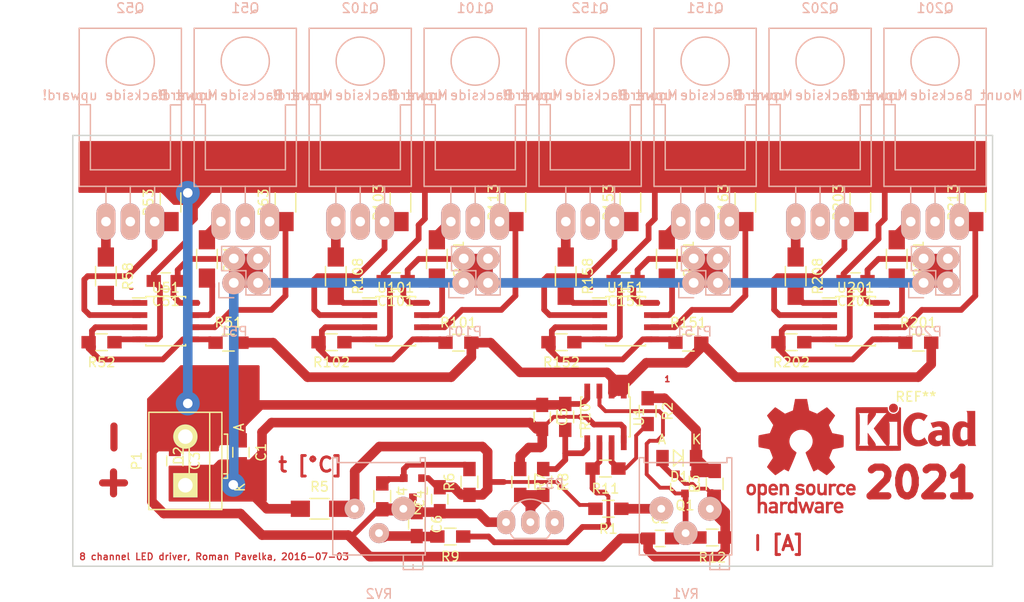
<source format=kicad_pcb>
(kicad_pcb (version 20171130) (host pcbnew 5.1.10-88a1d61d58~90~ubuntu20.04.1)
  (layers (0 F.Cu signal) (31 B.Cu signal) (34 B.Paste user) (35 F.Paste user) (36 B.SilkS user) (37 F.SilkS user) (38 B.Mask user) (39 F.Mask user) (44 Edge.Cuts user))
  (net 0 "")
  (net 1 GND)
  (net 2 /VCC)
  (net 3 "Net-(C2-Pad2)")
  (net 4 /support-1x/3.75V)
  (net 5 /support-1x/T_POT)
  (net 6 "Net-(D1-Pad1)")
  (net 7 "Net-(P2-Pad2)")
  (net 8 /support-1x/T_SENSOR)
  (net 9 /REF)
  (net 10 "Net-(Q51-Pad3)")
  (net 11 "Net-(Q51-Pad1)")
  (net 12 "Net-(Q52-Pad3)")
  (net 13 "Net-(Q52-Pad1)")
  (net 14 "Net-(Q101-Pad3)")
  (net 15 "Net-(Q101-Pad1)")
  (net 16 "Net-(Q102-Pad3)")
  (net 17 "Net-(Q102-Pad1)")
  (net 18 "Net-(Q151-Pad3)")
  (net 19 "Net-(Q151-Pad1)")
  (net 20 "Net-(Q152-Pad3)")
  (net 21 "Net-(Q152-Pad1)")
  (net 22 "Net-(Q201-Pad3)")
  (net 23 "Net-(Q201-Pad1)")
  (net 24 "Net-(Q202-Pad3)")
  (net 25 "Net-(Q202-Pad1)")
  (net 26 /support-1x/2.7V)
  (net 27 /support-1x/SHUTDOWN)
  (net 28 "Net-(R10-Pad2)")
  (net 29 "Net-(R11-Pad2)")
  (net 30 "Net-(R58-Pad2)")
  (net 31 "Net-(R61-Pad2)")
  (net 32 "Net-(R108-Pad2)")
  (net 33 "Net-(R111-Pad2)")
  (net 34 "Net-(R158-Pad2)")
  (net 35 "Net-(R161-Pad2)")
  (net 36 "Net-(R208-Pad2)")
  (net 37 "Net-(R211-Pad2)")
  (net 38 "Net-(P3-Pad1)")
  (net 39 "Net-(Q51-Pad2)")
  (net 40 "Net-(Q52-Pad2)")
  (net 41 "Net-(Q101-Pad2)")
  (net 42 "Net-(Q202-Pad2)")
  (net 43 "Net-(Q201-Pad2)")
  (net 44 "Net-(Q152-Pad2)")
  (net 45 "Net-(Q151-Pad2)")
  (net 46 "Net-(Q102-Pad2)")
  (net 47 "Net-(R151-Pad1)")
  (net 48 "Net-(R201-Pad1)")
  (net 49 "Net-(R101-Pad1)")
  (net 50 "Net-(R51-Pad1)")
  (module Capacitors_SMD:C_0805_HandSoldering (layer F.Cu) (at 118.05 115.6 270)
    (fp_text reference C1 (at 0 -2.1 270) (layer F.SilkS))
    (fp_text value 10n)
    (pad 1 smd rect (at -1.25 0 270) (size 1.5 1.25) (layers F.Cu F.Paste F.Mask) (net 1 GND))
    (pad 2 smd rect (at 1.25 0 270) (size 1.5 1.25) (layers F.Cu F.Paste F.Mask) (net 2 /VCC))
  )
  (module Capacitors_SMD:C_0805_HandSoldering (layer F.Cu) (at 161.8 124.6)
    (fp_text reference C2 (at 0 -2.1) (layer F.SilkS))
    (fp_text value 100n)
    (pad 1 smd rect (at -1.25 0) (size 1.5 1.25) (layers F.Cu F.Paste F.Mask) (net 1 GND))
    (pad 2 smd rect (at 1.25 0) (size 1.5 1.25) (layers F.Cu F.Paste F.Mask) (net 3 "Net-(C2-Pad2)"))
  )
  (module Capacitors_SMD:C_0805_HandSoldering (layer F.Cu) (at 111.15 116.5 270)
    (fp_text reference C3 (at 0 -2.1 270) (layer F.SilkS))
    (fp_text value 100n)
    (pad 1 smd rect (at -1.25 0 270) (size 1.5 1.25) (layers F.Cu F.Paste F.Mask) (net 1 GND))
    (pad 2 smd rect (at 1.25 0 270) (size 1.5 1.25) (layers F.Cu F.Paste F.Mask) (net 2 /VCC))
  )
  (module Capacitors_SMD:C_0805_HandSoldering (layer F.Cu) (at 138.8 120.5 90)
    (fp_text reference C4 (at 0 -2.1 90) (layer F.SilkS))
    (fp_text value 100n)
    (pad 1 smd rect (at -1.25 0 90) (size 1.5 1.25) (layers F.Cu F.Paste F.Mask) (net 1 GND))
    (pad 2 smd rect (at 1.25 0 90) (size 1.5 1.25) (layers F.Cu F.Paste F.Mask) (net 4 /support-1x/3.75V))
  )
  (module Capacitors_SMD:C_0805_HandSoldering (layer F.Cu) (at 149.5 111.9 270)
    (fp_text reference C5 (at 0 -2.1 270) (layer F.SilkS))
    (fp_text value 100n)
    (pad 1 smd rect (at -1.25 0 270) (size 1.5 1.25) (layers F.Cu F.Paste F.Mask) (net 1 GND))
    (pad 2 smd rect (at 1.25 0 270) (size 1.5 1.25) (layers F.Cu F.Paste F.Mask) (net 2 /VCC))
  )
  (module Capacitors_SMD:C_0805_HandSoldering (layer F.Cu) (at 136.4 123.1 270)
    (fp_text reference C6 (at 0 -2.1 270) (layer F.SilkS))
    (fp_text value 100n)
    (pad 1 smd rect (at -1.25 0 270) (size 1.5 1.25) (layers F.Cu F.Paste F.Mask) (net 1 GND))
    (pad 2 smd rect (at 1.25 0 270) (size 1.5 1.25) (layers F.Cu F.Paste F.Mask) (net 5 /support-1x/T_POT))
  )
  (module Capacitors_SMD:C_0805_HandSoldering (layer F.Cu) (at 110.2 97.7 180)
    (fp_text reference C51 (at 0 -2.1 180) (layer F.SilkS))
    (fp_text value 100n)
    (pad 1 smd rect (at -1.25 0 180) (size 1.5 1.25) (layers F.Cu F.Paste F.Mask) (net 2 /VCC))
    (pad 2 smd rect (at 1.25 0 180) (size 1.5 1.25) (layers F.Cu F.Paste F.Mask) (net 1 GND))
  )
  (module Capacitors_SMD:C_0805_HandSoldering (layer F.Cu) (at 134.2 97.7 180)
    (fp_text reference C101 (at 0 -2.1 180) (layer F.SilkS))
    (fp_text value 100n)
    (pad 1 smd rect (at -1.25 0 180) (size 1.5 1.25) (layers F.Cu F.Paste F.Mask) (net 2 /VCC))
    (pad 2 smd rect (at 1.25 0 180) (size 1.5 1.25) (layers F.Cu F.Paste F.Mask) (net 1 GND))
  )
  (module Capacitors_SMD:C_0805_HandSoldering (layer F.Cu) (at 158.2 97.7 180)
    (fp_text reference C151 (at 0 -2.1 180) (layer F.SilkS))
    (fp_text value 100n)
    (pad 1 smd rect (at -1.25 0 180) (size 1.5 1.25) (layers F.Cu F.Paste F.Mask) (net 2 /VCC))
    (pad 2 smd rect (at 1.25 0 180) (size 1.5 1.25) (layers F.Cu F.Paste F.Mask) (net 1 GND))
  )
  (module Capacitors_SMD:C_0805_HandSoldering (layer F.Cu) (at 182.2 97.7 180)
    (fp_text reference C201 (at 0 -2.1 180) (layer F.SilkS))
    (fp_text value 100n)
    (pad 1 smd rect (at -1.25 0 180) (size 1.5 1.25) (layers F.Cu F.Paste F.Mask) (net 2 /VCC))
    (pad 2 smd rect (at 1.25 0 180) (size 1.5 1.25) (layers F.Cu F.Paste F.Mask) (net 1 GND))
  )
  (module Diodes_SMD:MiniMELF_Standard (layer F.Cu) (at 163.8 116.2 180)
    (fp_text reference D1 (at 0 -1.95 180) (layer F.SilkS))
    (fp_text value 15V)
    (fp_text user K (at -1.8 1.95 180) (layer F.SilkS))
    (fp_text user A (at 1.8 1.95 180) (layer F.SilkS))
    (pad 1 smd rect (at -1.75006 0 180) (size 1.30048 1.69926) (layers F.Cu F.Paste F.Mask) (net 6 "Net-(D1-Pad1)"))
    (pad 2 smd rect (at 1.75006 0 180) (size 1.30048 1.69926) (layers F.Cu F.Paste F.Mask) (net 1 GND))
  )
  (module Diodes_SMD:SMB_Standard (layer F.Cu) (at 114.65 116 90)
    (fp_text reference D2 (at 0.05 -3.1 90) (layer F.SilkS))
    (fp_text value TVSD30V)
    (fp_text user K (at -3.25 3.3 90) (layer F.SilkS))
    (fp_text user A (at 3 3.2 90) (layer F.SilkS))
    (pad 1 smd rect (at -2.14884 0 90) (size 2.49936 2.30124) (layers F.Cu F.Paste F.Mask) (net 2 /VCC))
    (pad 2 smd rect (at 2.14884 0 90) (size 2.49936 2.30124) (layers F.Cu F.Paste F.Mask) (net 1 GND))
  )
  (module Connect:bornier2 (layer F.Cu) (at 112.25 116.5 90)
    (fp_text reference P1 (at 0 -5.08 90) (layer F.SilkS))
    (fp_text value CONN_01X02)
    (pad 1 thru_hole rect (at -2.54 0 90) (size 2.54 2.54) (drill 1.524) (layers *.Cu *.Mask F.SilkS) (net 2 /VCC))
    (pad 2 thru_hole circle (at 2.54 0 90) (size 2.54 2.54) (drill 1.524) (layers *.Cu *.Mask F.SilkS) (net 1 GND))
  )
  (module TO_SOT_Packages_SMD:SOT-23 (layer F.Cu) (at 136 119.3 180)
    (fp_text reference P2 (at 0 -2.25 180) (layer F.SilkS))
    (fp_text value TL431)
    (pad 1 smd rect (at -0.95 1.00076 180) (size 0.8001 0.8001) (layers F.Cu F.Paste F.Mask) (net 4 /support-1x/3.75V))
    (pad 2 smd rect (at 0.95 1.00076 180) (size 0.8001 0.8001) (layers F.Cu F.Paste F.Mask) (net 7 "Net-(P2-Pad2)"))
    (pad 3 smd rect (at 0 -0.99822 180) (size 0.8001 0.8001) (layers F.Cu F.Paste F.Mask) (net 1 GND))
  )
  (module TO_SOT_Packages_THT:TO-92_Inline_Wide (layer B.Cu) (at 150.8 122.9 180)
    (fp_text reference P3 (at 0 4) (layer B.SilkS) (effects (justify mirror)))
    (fp_text value LM335)
    (pad 2 thru_hole oval (at 2.54 0 90) (size 2.5 1.9) (drill 0.8128) (layers *.Cu *.Mask B.SilkS) (net 8 /support-1x/T_SENSOR))
    (pad 3 thru_hole oval (at 5.08 0 90) (size 2.5 1.9) (drill 0.8128) (layers *.Cu *.Mask B.SilkS) (net 1 GND))
    (pad 1 thru_hole oval (at 0 0 90) (size 2.5 1.9) (drill 0.8128) (layers *.Cu *.Mask B.SilkS) (net 38 "Net-(P3-Pad1)"))
  )
  (module Pin_Headers:Pin_Header_Straight_2x02 (layer B.Cu) (at 117.3 97.9)
    (fp_text reference P51 (at 0 5.1) (layer B.SilkS) (effects (justify mirror)))
    (fp_text value CONN_02X02)
    (pad 1 thru_hole circle (at 0 0) (size 2.4 2.4) (drill 1.016) (layers *.Cu *.Mask B.SilkS) (net 2 /VCC))
    (pad 2 thru_hole circle (at 2.54 0) (size 2.4 2.4) (drill 1.016) (layers *.Cu *.Mask B.SilkS) (net 2 /VCC))
    (pad 3 thru_hole circle (at 0 -2.54) (size 2.4 2.4) (drill 1.016) (layers *.Cu *.Mask B.SilkS) (net 2 /VCC))
    (pad 4 thru_hole circle (at 2.54 -2.54) (size 2.4 2.4) (drill 1.016) (layers *.Cu *.Mask B.SilkS) (net 2 /VCC))
  )
  (module Pin_Headers:Pin_Header_Straight_2x02 (layer B.Cu) (at 141.3 97.9)
    (fp_text reference P101 (at 0 5.1) (layer B.SilkS) (effects (justify mirror)))
    (fp_text value CONN_02X02)
    (pad 1 thru_hole circle (at 0 0) (size 2.4 2.4) (drill 1.016) (layers *.Cu *.Mask B.SilkS) (net 2 /VCC))
    (pad 2 thru_hole circle (at 2.54 0) (size 2.4 2.4) (drill 1.016) (layers *.Cu *.Mask B.SilkS) (net 2 /VCC))
    (pad 3 thru_hole circle (at 0 -2.54) (size 2.4 2.4) (drill 1.016) (layers *.Cu *.Mask B.SilkS) (net 2 /VCC))
    (pad 4 thru_hole circle (at 2.54 -2.54) (size 2.4 2.4) (drill 1.016) (layers *.Cu *.Mask B.SilkS) (net 2 /VCC))
  )
  (module Pin_Headers:Pin_Header_Straight_2x02 (layer B.Cu) (at 165.3 97.9)
    (fp_text reference P151 (at 0 5.1) (layer B.SilkS) (effects (justify mirror)))
    (fp_text value CONN_02X02)
    (pad 1 thru_hole circle (at 0 0) (size 2.4 2.4) (drill 1.016) (layers *.Cu *.Mask B.SilkS) (net 2 /VCC))
    (pad 2 thru_hole circle (at 2.54 0) (size 2.4 2.4) (drill 1.016) (layers *.Cu *.Mask B.SilkS) (net 2 /VCC))
    (pad 3 thru_hole circle (at 0 -2.54) (size 2.4 2.4) (drill 1.016) (layers *.Cu *.Mask B.SilkS) (net 2 /VCC))
    (pad 4 thru_hole circle (at 2.54 -2.54) (size 2.4 2.4) (drill 1.016) (layers *.Cu *.Mask B.SilkS) (net 2 /VCC))
  )
  (module Pin_Headers:Pin_Header_Straight_2x02 (layer B.Cu) (at 189.3 97.9)
    (fp_text reference P201 (at 0 5.1) (layer B.SilkS) (effects (justify mirror)))
    (fp_text value CONN_02X02)
    (pad 1 thru_hole circle (at 0 0) (size 2.4 2.4) (drill 1.016) (layers *.Cu *.Mask B.SilkS) (net 2 /VCC))
    (pad 2 thru_hole circle (at 2.54 0) (size 2.4 2.4) (drill 1.016) (layers *.Cu *.Mask B.SilkS) (net 2 /VCC))
    (pad 3 thru_hole circle (at 0 -2.54) (size 2.4 2.4) (drill 1.016) (layers *.Cu *.Mask B.SilkS) (net 2 /VCC))
    (pad 4 thru_hole circle (at 2.54 -2.54) (size 2.4 2.4) (drill 1.016) (layers *.Cu *.Mask B.SilkS) (net 2 /VCC))
  )
  (module TO_SOT_Packages_SMD:SOT-23 (layer F.Cu) (at 164.4 118.9 180)
    (fp_text reference Q1 (at 0 -2.25 180) (layer F.SilkS))
    (fp_text value Q_NMOS_GSD)
    (pad 1 smd rect (at -0.95 1.00076 180) (size 0.8001 0.8001) (layers F.Cu F.Paste F.Mask) (net 6 "Net-(D1-Pad1)"))
    (pad 2 smd rect (at 0.95 1.00076 180) (size 0.8001 0.8001) (layers F.Cu F.Paste F.Mask) (net 1 GND))
    (pad 3 smd rect (at 0 -0.99822 180) (size 0.8001 0.8001) (layers F.Cu F.Paste F.Mask) (net 3 "Net-(C2-Pad2)"))
  )
  (module TO_SOT_Packages_THT:TO-220_Neutral123_Horizontal_Reverse (layer B.Cu) (at 118.5 91.5 180)
    (fp_text reference Q51 (at 0 22.3012 180) (layer B.SilkS) (effects (justify mirror)))
    (fp_text value TIP122)
    (fp_text user "Mount Backside upward!" (at 0 13.208 180) (layer B.SilkS) (effects (justify mirror)))
    (pad 2 thru_hole oval (at 0 0 90) (size 3.8 2) (drill 1.00076) (layers *.Cu *.Mask B.SilkS) (net 39 "Net-(Q51-Pad2)"))
    (pad 3 thru_hole oval (at -2.54 0 90) (size 3.8 2) (drill 1.00076) (layers *.Cu *.Mask B.SilkS) (net 10 "Net-(Q51-Pad3)"))
    (pad 1 thru_hole oval (at 2.54 0 90) (size 3.8 2) (drill 1.00076) (layers *.Cu *.Mask B.SilkS) (net 11 "Net-(Q51-Pad1)"))
  )
  (module TO_SOT_Packages_THT:TO-220_Neutral123_Horizontal_Reverse (layer B.Cu) (at 106.5 91.5 180)
    (fp_text reference Q52 (at 0 22.3012 180) (layer B.SilkS) (effects (justify mirror)))
    (fp_text value TIP122)
    (fp_text user "Mount Backside upward!" (at 0 13.208 180) (layer B.SilkS) (effects (justify mirror)))
    (pad 2 thru_hole oval (at 0 0 90) (size 3.8 2) (drill 1.00076) (layers *.Cu *.Mask B.SilkS) (net 40 "Net-(Q52-Pad2)"))
    (pad 3 thru_hole oval (at -2.54 0 90) (size 3.8 2) (drill 1.00076) (layers *.Cu *.Mask B.SilkS) (net 12 "Net-(Q52-Pad3)"))
    (pad 1 thru_hole oval (at 2.54 0 90) (size 3.8 2) (drill 1.00076) (layers *.Cu *.Mask B.SilkS) (net 13 "Net-(Q52-Pad1)"))
  )
  (module TO_SOT_Packages_THT:TO-220_Neutral123_Horizontal_Reverse (layer B.Cu) (at 142.5 91.5 180)
    (fp_text reference Q101 (at 0 22.3012 180) (layer B.SilkS) (effects (justify mirror)))
    (fp_text value TIP122)
    (fp_text user "Mount Backside upward!" (at 0 13.208 180) (layer B.SilkS) (effects (justify mirror)))
    (pad 2 thru_hole oval (at 0 0 90) (size 3.8 2) (drill 1.00076) (layers *.Cu *.Mask B.SilkS) (net 41 "Net-(Q101-Pad2)"))
    (pad 3 thru_hole oval (at -2.54 0 90) (size 3.8 2) (drill 1.00076) (layers *.Cu *.Mask B.SilkS) (net 14 "Net-(Q101-Pad3)"))
    (pad 1 thru_hole oval (at 2.54 0 90) (size 3.8 2) (drill 1.00076) (layers *.Cu *.Mask B.SilkS) (net 15 "Net-(Q101-Pad1)"))
  )
  (module TO_SOT_Packages_THT:TO-220_Neutral123_Horizontal_Reverse (layer B.Cu) (at 130.5 91.5 180)
    (fp_text reference Q102 (at 0 22.3012 180) (layer B.SilkS) (effects (justify mirror)))
    (fp_text value TIP122)
    (fp_text user "Mount Backside upward!" (at 0 13.208 180) (layer B.SilkS) (effects (justify mirror)))
    (pad 2 thru_hole oval (at 0 0 90) (size 3.8 2) (drill 1.00076) (layers *.Cu *.Mask B.SilkS) (net 46 "Net-(Q102-Pad2)"))
    (pad 3 thru_hole oval (at -2.54 0 90) (size 3.8 2) (drill 1.00076) (layers *.Cu *.Mask B.SilkS) (net 16 "Net-(Q102-Pad3)"))
    (pad 1 thru_hole oval (at 2.54 0 90) (size 3.8 2) (drill 1.00076) (layers *.Cu *.Mask B.SilkS) (net 17 "Net-(Q102-Pad1)"))
  )
  (module TO_SOT_Packages_THT:TO-220_Neutral123_Horizontal_Reverse (layer B.Cu) (at 166.5 91.5 180)
    (fp_text reference Q151 (at 0 22.3012 180) (layer B.SilkS) (effects (justify mirror)))
    (fp_text value TIP122)
    (fp_text user "Mount Backside upward!" (at 0 13.208 180) (layer B.SilkS) (effects (justify mirror)))
    (pad 2 thru_hole oval (at 0 0 90) (size 3.8 2) (drill 1.00076) (layers *.Cu *.Mask B.SilkS) (net 45 "Net-(Q151-Pad2)"))
    (pad 3 thru_hole oval (at -2.54 0 90) (size 3.8 2) (drill 1.00076) (layers *.Cu *.Mask B.SilkS) (net 18 "Net-(Q151-Pad3)"))
    (pad 1 thru_hole oval (at 2.54 0 90) (size 3.8 2) (drill 1.00076) (layers *.Cu *.Mask B.SilkS) (net 19 "Net-(Q151-Pad1)"))
  )
  (module TO_SOT_Packages_THT:TO-220_Neutral123_Horizontal_Reverse (layer B.Cu) (at 154.5 91.5 180)
    (fp_text reference Q152 (at 0 22.3012 180) (layer B.SilkS) (effects (justify mirror)))
    (fp_text value TIP122)
    (fp_text user "Mount Backside upward!" (at 0 13.208 180) (layer B.SilkS) (effects (justify mirror)))
    (pad 2 thru_hole oval (at 0 0 90) (size 3.8 2) (drill 1.00076) (layers *.Cu *.Mask B.SilkS) (net 44 "Net-(Q152-Pad2)"))
    (pad 3 thru_hole oval (at -2.54 0 90) (size 3.8 2) (drill 1.00076) (layers *.Cu *.Mask B.SilkS) (net 20 "Net-(Q152-Pad3)"))
    (pad 1 thru_hole oval (at 2.54 0 90) (size 3.8 2) (drill 1.00076) (layers *.Cu *.Mask B.SilkS) (net 21 "Net-(Q152-Pad1)"))
  )
  (module TO_SOT_Packages_THT:TO-220_Neutral123_Horizontal_Reverse (layer B.Cu) (at 190.5 91.5 180)
    (fp_text reference Q201 (at 0 22.3012 180) (layer B.SilkS) (effects (justify mirror)))
    (fp_text value TIP122)
    (fp_text user "Mount Backside upward!" (at 0 13.208 180) (layer B.SilkS) (effects (justify mirror)))
    (pad 2 thru_hole oval (at 0 0 90) (size 3.8 2) (drill 1.00076) (layers *.Cu *.Mask B.SilkS) (net 43 "Net-(Q201-Pad2)"))
    (pad 3 thru_hole oval (at -2.54 0 90) (size 3.8 2) (drill 1.00076) (layers *.Cu *.Mask B.SilkS) (net 22 "Net-(Q201-Pad3)"))
    (pad 1 thru_hole oval (at 2.54 0 90) (size 3.8 2) (drill 1.00076) (layers *.Cu *.Mask B.SilkS) (net 23 "Net-(Q201-Pad1)"))
  )
  (module TO_SOT_Packages_THT:TO-220_Neutral123_Horizontal_Reverse (layer B.Cu) (at 178.5 91.5 180)
    (fp_text reference Q202 (at 0 22.3012 180) (layer B.SilkS) (effects (justify mirror)))
    (fp_text value TIP122)
    (fp_text user "Mount Backside upward!" (at 0 13.208 180) (layer B.SilkS) (effects (justify mirror)))
    (pad 2 thru_hole oval (at 0 0 90) (size 3.8 2) (drill 1.00076) (layers *.Cu *.Mask B.SilkS) (net 42 "Net-(Q202-Pad2)"))
    (pad 3 thru_hole oval (at -2.54 0 90) (size 3.8 2) (drill 1.00076) (layers *.Cu *.Mask B.SilkS) (net 24 "Net-(Q202-Pad3)"))
    (pad 1 thru_hole oval (at 2.54 0 90) (size 3.8 2) (drill 1.00076) (layers *.Cu *.Mask B.SilkS) (net 25 "Net-(Q202-Pad1)"))
  )
  (module Resistors_SMD:R_0805_HandSoldering (layer F.Cu) (at 156.4 121.5 180)
    (fp_text reference R1 (at 0 -2.1 180) (layer F.SilkS))
    (fp_text value 2k)
    (pad 1 smd rect (at -1.35 0 180) (size 1.5 1.3) (layers F.Cu F.Paste F.Mask) (net 26 /support-1x/2.7V))
    (pad 2 smd rect (at 1.35 0 180) (size 1.5 1.3) (layers F.Cu F.Paste F.Mask) (net 4 /support-1x/3.75V))
  )
  (module Resistors_SMD:R_0805_HandSoldering (layer F.Cu) (at 160.5 111.3 270)
    (fp_text reference R2 (at 0 -2.1 270) (layer F.SilkS))
    (fp_text value 4k7)
    (pad 1 smd rect (at -1.35 0 270) (size 1.5 1.3) (layers F.Cu F.Paste F.Mask) (net 6 "Net-(D1-Pad1)"))
    (pad 2 smd rect (at 1.35 0 270) (size 1.5 1.3) (layers F.Cu F.Paste F.Mask) (net 27 /support-1x/SHUTDOWN))
  )
  (module Resistors_SMD:R_0805_HandSoldering (layer F.Cu) (at 167.5 118.9 90)
    (fp_text reference R3 (at 0 -2.1 90) (layer F.SilkS))
    (fp_text value 20k)
    (pad 1 smd rect (at -1.35 0 90) (size 1.5 1.3) (layers F.Cu F.Paste F.Mask) (net 1 GND))
    (pad 2 smd rect (at 1.35 0 90) (size 1.5 1.3) (layers F.Cu F.Paste F.Mask) (net 6 "Net-(D1-Pad1)"))
  )
  (module Resistors_SMD:R_0805_HandSoldering (layer F.Cu) (at 132.8 120.2 270)
    (fp_text reference R4 (at 0 -2.1 270) (layer F.SilkS))
    (fp_text value 2k)
    (pad 1 smd rect (at -1.35 0 270) (size 1.5 1.3) (layers F.Cu F.Paste F.Mask) (net 7 "Net-(P2-Pad2)"))
    (pad 2 smd rect (at 1.35 0 270) (size 1.5 1.3) (layers F.Cu F.Paste F.Mask) (net 1 GND))
  )
  (module Resistors_SMD:R_1206_HandSoldering (layer F.Cu) (at 126.25 121.5)
    (fp_text reference R5 (at 0 -2.3) (layer F.SilkS))
    (fp_text value 5k6)
    (pad 1 smd rect (at -2 0) (size 2 1.7) (layers F.Cu F.Paste F.Mask) (net 2 /VCC))
    (pad 2 smd rect (at 2 0) (size 2 1.7) (layers F.Cu F.Paste F.Mask) (net 4 /support-1x/3.75V))
  )
  (module Resistors_SMD:R_0805_HandSoldering (layer F.Cu) (at 141.9 118.7 90)
    (fp_text reference R6 (at 0 -2.1 90) (layer F.SilkS))
    (fp_text value 1k)
    (pad 1 smd rect (at -1.35 0 90) (size 1.5 1.3) (layers F.Cu F.Paste F.Mask) (net 4 /support-1x/3.75V))
    (pad 2 smd rect (at 1.35 0 90) (size 1.5 1.3) (layers F.Cu F.Paste F.Mask) (net 7 "Net-(P2-Pad2)"))
  )
  (module Resistors_SMD:R_0805_HandSoldering (layer F.Cu) (at 147.2 118.7 270)
    (fp_text reference R7 (at 0 -2.1 270) (layer F.SilkS))
    (fp_text value 20k)
    (pad 1 smd rect (at -1.35 0 270) (size 1.5 1.3) (layers F.Cu F.Paste F.Mask) (net 2 /VCC))
    (pad 2 smd rect (at 1.35 0 270) (size 1.5 1.3) (layers F.Cu F.Paste F.Mask) (net 8 /support-1x/T_SENSOR))
  )
  (module Resistors_SMD:R_0805_HandSoldering (layer F.Cu) (at 149.6 118.7 270)
    (fp_text reference R8 (at 0 -2.1 270) (layer F.SilkS))
    (fp_text value 1k)
    (pad 1 smd rect (at -1.35 0 270) (size 1.5 1.3) (layers F.Cu F.Paste F.Mask) (net 28 "Net-(R10-Pad2)"))
    (pad 2 smd rect (at 1.35 0 270) (size 1.5 1.3) (layers F.Cu F.Paste F.Mask) (net 8 /support-1x/T_SENSOR))
  )
  (module Resistors_SMD:R_0805_HandSoldering (layer F.Cu) (at 139.9 124.4 180)
    (fp_text reference R9 (at 0 -2.1 180) (layer F.SilkS))
    (fp_text value 1k)
    (pad 1 smd rect (at -1.35 0 180) (size 1.5 1.3) (layers F.Cu F.Paste F.Mask) (net 29 "Net-(R11-Pad2)"))
    (pad 2 smd rect (at 1.35 0 180) (size 1.5 1.3) (layers F.Cu F.Paste F.Mask) (net 5 /support-1x/T_POT))
  )
  (module Resistors_SMD:R_0805_HandSoldering (layer F.Cu) (at 151.9 111.9 270)
    (fp_text reference R10 (at 0 -2.1 270) (layer F.SilkS))
    (fp_text value 100k)
    (pad 1 smd rect (at -1.35 0 270) (size 1.5 1.3) (layers F.Cu F.Paste F.Mask) (net 1 GND))
    (pad 2 smd rect (at 1.35 0 270) (size 1.5 1.3) (layers F.Cu F.Paste F.Mask) (net 28 "Net-(R10-Pad2)"))
  )
  (module Resistors_SMD:R_0805_HandSoldering (layer F.Cu) (at 156.1 117.3 180)
    (fp_text reference R11 (at 0 -2.1 180) (layer F.SilkS))
    (fp_text value 100k)
    (pad 1 smd rect (at -1.35 0 180) (size 1.5 1.3) (layers F.Cu F.Paste F.Mask) (net 27 /support-1x/SHUTDOWN))
    (pad 2 smd rect (at 1.35 0 180) (size 1.5 1.3) (layers F.Cu F.Paste F.Mask) (net 29 "Net-(R11-Pad2)"))
  )
  (module Resistors_SMD:R_0805_HandSoldering (layer F.Cu) (at 167.25 124.5 180)
    (fp_text reference R12 (at 0 -2.1 180) (layer F.SilkS))
    (fp_text value 100k)
    (pad 1 smd rect (at -1.35 0 180) (size 1.5 1.3) (layers F.Cu F.Paste F.Mask) (net 1 GND))
    (pad 2 smd rect (at 1.35 0 180) (size 1.5 1.3) (layers F.Cu F.Paste F.Mask) (net 3 "Net-(C2-Pad2)"))
  )
  (module Resistors_SMD:R_0805_HandSoldering (layer F.Cu) (at 116.75 104.15)
    (fp_text reference R51 (at 0 -2.1) (layer F.SilkS))
    (fp_text value 20k)
    (pad 1 smd rect (at -1.35 0) (size 1.5 1.3) (layers F.Cu F.Paste F.Mask) (net 50 "Net-(R51-Pad1)"))
    (pad 2 smd rect (at 1.35 0) (size 1.5 1.3) (layers F.Cu F.Paste F.Mask) (net 9 /REF))
  )
  (module Resistors_SMD:R_0805_HandSoldering (layer F.Cu) (at 103.5 104.1 180)
    (fp_text reference R52 (at 0 -2.1 180) (layer F.SilkS))
    (fp_text value 1k)
    (pad 1 smd rect (at -1.35 0 180) (size 1.5 1.3) (layers F.Cu F.Paste F.Mask) (net 1 GND))
    (pad 2 smd rect (at 1.35 0 180) (size 1.5 1.3) (layers F.Cu F.Paste F.Mask) (net 50 "Net-(R51-Pad1)"))
  )
  (module Resistors_SMD:R_1206_HandSoldering (layer F.Cu) (at 110.7 89.5 90)
    (fp_text reference R53 (at 0 -2.3 90) (layer F.SilkS))
    (fp_text value 0R1)
    (pad 1 smd rect (at -2 0 90) (size 2 1.7) (layers F.Cu F.Paste F.Mask) (net 12 "Net-(Q52-Pad3)"))
    (pad 2 smd rect (at 2 0 90) (size 2 1.7) (layers F.Cu F.Paste F.Mask) (net 1 GND))
  )
  (module Resistors_SMD:R_1206_HandSoldering (layer F.Cu) (at 103.95 97.2 270)
    (fp_text reference R58 (at 0 -2.3 270) (layer F.SilkS))
    (fp_text value 8k2)
    (pad 1 smd rect (at -2 0 270) (size 2 1.7) (layers F.Cu F.Paste F.Mask) (net 13 "Net-(Q52-Pad1)"))
    (pad 2 smd rect (at 2 0 270) (size 2 1.7) (layers F.Cu F.Paste F.Mask) (net 30 "Net-(R58-Pad2)"))
  )
  (module Resistors_SMD:R_1206_HandSoldering (layer F.Cu) (at 114.5 95.4 270)
    (fp_text reference R61 (at 0 -2.3 270) (layer F.SilkS))
    (fp_text value 8k2)
    (pad 1 smd rect (at -2 0 270) (size 2 1.7) (layers F.Cu F.Paste F.Mask) (net 11 "Net-(Q51-Pad1)"))
    (pad 2 smd rect (at 2 0 270) (size 2 1.7) (layers F.Cu F.Paste F.Mask) (net 31 "Net-(R61-Pad2)"))
  )
  (module Resistors_SMD:R_1206_HandSoldering (layer F.Cu) (at 122.7 89.5 90)
    (fp_text reference R63 (at 0 -2.3 90) (layer F.SilkS))
    (fp_text value 0R1)
    (pad 1 smd rect (at -2 0 90) (size 2 1.7) (layers F.Cu F.Paste F.Mask) (net 10 "Net-(Q51-Pad3)"))
    (pad 2 smd rect (at 2 0 90) (size 2 1.7) (layers F.Cu F.Paste F.Mask) (net 1 GND))
  )
  (module Resistors_SMD:R_0805_HandSoldering (layer F.Cu) (at 140.75 104.15)
    (fp_text reference R101 (at 0 -2.1) (layer F.SilkS))
    (fp_text value 20k)
    (pad 1 smd rect (at -1.35 0) (size 1.5 1.3) (layers F.Cu F.Paste F.Mask) (net 49 "Net-(R101-Pad1)"))
    (pad 2 smd rect (at 1.35 0) (size 1.5 1.3) (layers F.Cu F.Paste F.Mask) (net 9 /REF))
  )
  (module Resistors_SMD:R_0805_HandSoldering (layer F.Cu) (at 127.5 104.1 180)
    (fp_text reference R102 (at 0 -2.1 180) (layer F.SilkS))
    (fp_text value 1k)
    (pad 1 smd rect (at -1.35 0 180) (size 1.5 1.3) (layers F.Cu F.Paste F.Mask) (net 1 GND))
    (pad 2 smd rect (at 1.35 0 180) (size 1.5 1.3) (layers F.Cu F.Paste F.Mask) (net 49 "Net-(R101-Pad1)"))
  )
  (module Resistors_SMD:R_1206_HandSoldering (layer F.Cu) (at 134.7 89.5 90)
    (fp_text reference R103 (at 0 -2.3 90) (layer F.SilkS))
    (fp_text value 0R1)
    (pad 1 smd rect (at -2 0 90) (size 2 1.7) (layers F.Cu F.Paste F.Mask) (net 16 "Net-(Q102-Pad3)"))
    (pad 2 smd rect (at 2 0 90) (size 2 1.7) (layers F.Cu F.Paste F.Mask) (net 1 GND))
  )
  (module Resistors_SMD:R_1206_HandSoldering (layer F.Cu) (at 127.95 97.2 270)
    (fp_text reference R108 (at 0 -2.3 270) (layer F.SilkS))
    (fp_text value 8k2)
    (pad 1 smd rect (at -2 0 270) (size 2 1.7) (layers F.Cu F.Paste F.Mask) (net 17 "Net-(Q102-Pad1)"))
    (pad 2 smd rect (at 2 0 270) (size 2 1.7) (layers F.Cu F.Paste F.Mask) (net 32 "Net-(R108-Pad2)"))
  )
  (module Resistors_SMD:R_1206_HandSoldering (layer F.Cu) (at 138.5 95.4 270)
    (fp_text reference R111 (at 0 -2.3 270) (layer F.SilkS))
    (fp_text value 8k2)
    (pad 1 smd rect (at -2 0 270) (size 2 1.7) (layers F.Cu F.Paste F.Mask) (net 15 "Net-(Q101-Pad1)"))
    (pad 2 smd rect (at 2 0 270) (size 2 1.7) (layers F.Cu F.Paste F.Mask) (net 33 "Net-(R111-Pad2)"))
  )
  (module Resistors_SMD:R_1206_HandSoldering (layer F.Cu) (at 146.7 89.5 90)
    (fp_text reference R113 (at 0 -2.3 90) (layer F.SilkS))
    (fp_text value 0R1)
    (pad 1 smd rect (at -2 0 90) (size 2 1.7) (layers F.Cu F.Paste F.Mask) (net 14 "Net-(Q101-Pad3)"))
    (pad 2 smd rect (at 2 0 90) (size 2 1.7) (layers F.Cu F.Paste F.Mask) (net 1 GND))
  )
  (module Resistors_SMD:R_0805_HandSoldering (layer F.Cu) (at 164.75 104.15)
    (fp_text reference R151 (at 0 -2.1) (layer F.SilkS))
    (fp_text value 20k)
    (pad 1 smd rect (at -1.35 0) (size 1.5 1.3) (layers F.Cu F.Paste F.Mask) (net 47 "Net-(R151-Pad1)"))
    (pad 2 smd rect (at 1.35 0) (size 1.5 1.3) (layers F.Cu F.Paste F.Mask) (net 9 /REF))
  )
  (module Resistors_SMD:R_0805_HandSoldering (layer F.Cu) (at 151.5 104.1 180)
    (fp_text reference R152 (at 0 -2.1 180) (layer F.SilkS))
    (fp_text value 1k)
    (pad 1 smd rect (at -1.35 0 180) (size 1.5 1.3) (layers F.Cu F.Paste F.Mask) (net 1 GND))
    (pad 2 smd rect (at 1.35 0 180) (size 1.5 1.3) (layers F.Cu F.Paste F.Mask) (net 47 "Net-(R151-Pad1)"))
  )
  (module Resistors_SMD:R_1206_HandSoldering (layer F.Cu) (at 158.7 89.5 90)
    (fp_text reference R153 (at 0 -2.3 90) (layer F.SilkS))
    (fp_text value 0R1)
    (pad 1 smd rect (at -2 0 90) (size 2 1.7) (layers F.Cu F.Paste F.Mask) (net 20 "Net-(Q152-Pad3)"))
    (pad 2 smd rect (at 2 0 90) (size 2 1.7) (layers F.Cu F.Paste F.Mask) (net 1 GND))
  )
  (module Resistors_SMD:R_1206_HandSoldering (layer F.Cu) (at 151.95 97.2 270)
    (fp_text reference R158 (at 0 -2.3 270) (layer F.SilkS))
    (fp_text value 8k2)
    (pad 1 smd rect (at -2 0 270) (size 2 1.7) (layers F.Cu F.Paste F.Mask) (net 21 "Net-(Q152-Pad1)"))
    (pad 2 smd rect (at 2 0 270) (size 2 1.7) (layers F.Cu F.Paste F.Mask) (net 34 "Net-(R158-Pad2)"))
  )
  (module Resistors_SMD:R_1206_HandSoldering (layer F.Cu) (at 162.5 95.4 270)
    (fp_text reference R161 (at 0 -2.3 270) (layer F.SilkS))
    (fp_text value 8k2)
    (pad 1 smd rect (at -2 0 270) (size 2 1.7) (layers F.Cu F.Paste F.Mask) (net 19 "Net-(Q151-Pad1)"))
    (pad 2 smd rect (at 2 0 270) (size 2 1.7) (layers F.Cu F.Paste F.Mask) (net 35 "Net-(R161-Pad2)"))
  )
  (module Resistors_SMD:R_1206_HandSoldering (layer F.Cu) (at 170.7 89.5 90)
    (fp_text reference R163 (at 0 -2.3 90) (layer F.SilkS))
    (fp_text value 0R1)
    (pad 1 smd rect (at -2 0 90) (size 2 1.7) (layers F.Cu F.Paste F.Mask) (net 18 "Net-(Q151-Pad3)"))
    (pad 2 smd rect (at 2 0 90) (size 2 1.7) (layers F.Cu F.Paste F.Mask) (net 1 GND))
  )
  (module Resistors_SMD:R_0805_HandSoldering (layer F.Cu) (at 188.75 104.15)
    (fp_text reference R201 (at 0 -2.1) (layer F.SilkS))
    (fp_text value 20k)
    (pad 1 smd rect (at -1.35 0) (size 1.5 1.3) (layers F.Cu F.Paste F.Mask) (net 48 "Net-(R201-Pad1)"))
    (pad 2 smd rect (at 1.35 0) (size 1.5 1.3) (layers F.Cu F.Paste F.Mask) (net 9 /REF))
  )
  (module Resistors_SMD:R_0805_HandSoldering (layer F.Cu) (at 175.5 104.1 180)
    (fp_text reference R202 (at 0 -2.1 180) (layer F.SilkS))
    (fp_text value 1k)
    (pad 1 smd rect (at -1.35 0 180) (size 1.5 1.3) (layers F.Cu F.Paste F.Mask) (net 1 GND))
    (pad 2 smd rect (at 1.35 0 180) (size 1.5 1.3) (layers F.Cu F.Paste F.Mask) (net 48 "Net-(R201-Pad1)"))
  )
  (module Resistors_SMD:R_1206_HandSoldering (layer F.Cu) (at 182.7 89.5 90)
    (fp_text reference R203 (at 0 -2.3 90) (layer F.SilkS))
    (fp_text value 0R1)
    (pad 1 smd rect (at -2 0 90) (size 2 1.7) (layers F.Cu F.Paste F.Mask) (net 24 "Net-(Q202-Pad3)"))
    (pad 2 smd rect (at 2 0 90) (size 2 1.7) (layers F.Cu F.Paste F.Mask) (net 1 GND))
  )
  (module Resistors_SMD:R_1206_HandSoldering (layer F.Cu) (at 175.95 97.2 270)
    (fp_text reference R208 (at 0 -2.3 270) (layer F.SilkS))
    (fp_text value 8k2)
    (pad 1 smd rect (at -2 0 270) (size 2 1.7) (layers F.Cu F.Paste F.Mask) (net 25 "Net-(Q202-Pad1)"))
    (pad 2 smd rect (at 2 0 270) (size 2 1.7) (layers F.Cu F.Paste F.Mask) (net 36 "Net-(R208-Pad2)"))
  )
  (module Resistors_SMD:R_1206_HandSoldering (layer F.Cu) (at 186.5 95.4 270)
    (fp_text reference R211 (at 0 -2.3 270) (layer F.SilkS))
    (fp_text value 8k2)
    (pad 1 smd rect (at -2 0 270) (size 2 1.7) (layers F.Cu F.Paste F.Mask) (net 23 "Net-(Q201-Pad1)"))
    (pad 2 smd rect (at 2 0 270) (size 2 1.7) (layers F.Cu F.Paste F.Mask) (net 37 "Net-(R211-Pad2)"))
  )
  (module Resistors_SMD:R_1206_HandSoldering (layer F.Cu) (at 194.7 89.5 90)
    (fp_text reference R213 (at 0 -2.3 90) (layer F.SilkS))
    (fp_text value 0R1)
    (pad 1 smd rect (at -2 0 90) (size 2 1.7) (layers F.Cu F.Paste F.Mask) (net 22 "Net-(Q201-Pad3)"))
    (pad 2 smd rect (at 2 0 90) (size 2 1.7) (layers F.Cu F.Paste F.Mask) (net 1 GND))
  )
  (module Potentiometers:Potentiometer_Bourns_3296P_3-8Zoll_Angular_ScrewFront (layer B.Cu) (at 167 121.5)
    (fp_text reference RV1 (at -2.54 8.89) (layer B.SilkS) (effects (justify mirror)))
    (fp_text value 5k)
    (pad 2 thru_hole circle (at -2.54 2.54 270) (size 2.5 2.5) (drill 0.8128) (layers *.Cu *.Mask B.SilkS) (net 3 "Net-(C2-Pad2)"))
    (pad 3 thru_hole circle (at -5.08 0 270) (size 2.5 2.5) (drill 0.8128) (layers *.Cu *.Mask B.SilkS) (net 26 /support-1x/2.7V))
    (pad 1 thru_hole circle (at 0 0 270) (size 2.5 2.5) (drill 0.8128) (layers *.Cu *.Mask B.SilkS) (net 1 GND))
  )
  (module Potentiometers:Potentiometer_Bourns_3296P_3-8Zoll_Angular_ScrewFront (layer B.Cu) (at 135 121.5)
    (fp_text reference RV2 (at -2.54 8.89) (layer B.SilkS) (effects (justify mirror)))
    (fp_text value 5K)
    (pad 2 thru_hole circle (at -2.54 2.54 270) (size 2.1 2.1) (drill 0.8128) (layers *.Cu *.Mask B.SilkS) (net 5 /support-1x/T_POT))
    (pad 3 thru_hole circle (at -5.08 0 270) (size 2.1 2.1) (drill 0.8128) (layers *.Cu *.Mask B.SilkS) (net 4 /support-1x/3.75V))
    (pad 1 thru_hole circle (at 0 0 270) (size 2.5 2.5) (drill 0.8128) (layers *.Cu *.Mask B.SilkS) (net 1 GND))
  )
  (module Housings_SOIC:SOIC-8_3.9x4.9mm_Pitch1.27mm (layer F.Cu) (at 156.1 111.9 270)
    (fp_text reference U1 (at 0 -3.5 270) (layer F.SilkS))
    (fp_text value LM358)
    (pad 1 smd rect (at -2.7 -1.905 270) (size 1.55 0.6) (layers F.Cu F.Paste F.Mask) (net 9 /REF))
    (pad 2 smd rect (at -2.7 -0.635 270) (size 1.55 0.6) (layers F.Cu F.Paste F.Mask) (net 9 /REF))
    (pad 3 smd rect (at -2.7 0.635 270) (size 1.55 0.6) (layers F.Cu F.Paste F.Mask) (net 3 "Net-(C2-Pad2)"))
    (pad 4 smd rect (at -2.7 1.905 270) (size 1.55 0.6) (layers F.Cu F.Paste F.Mask) (net 1 GND))
    (pad 5 smd rect (at 2.7 1.905 270) (size 1.55 0.6) (layers F.Cu F.Paste F.Mask) (net 28 "Net-(R10-Pad2)"))
    (pad 6 smd rect (at 2.7 0.635 270) (size 1.55 0.6) (layers F.Cu F.Paste F.Mask) (net 29 "Net-(R11-Pad2)"))
    (pad 7 smd rect (at 2.7 -0.635 270) (size 1.55 0.6) (layers F.Cu F.Paste F.Mask) (net 27 /support-1x/SHUTDOWN))
    (pad 8 smd rect (at 2.7 -1.905 270) (size 1.55 0.6) (layers F.Cu F.Paste F.Mask) (net 2 /VCC))
  )
  (module Housings_SOIC:SOIC-8_3.9x4.9mm_Pitch1.27mm (layer F.Cu) (at 110.2 101.9)
    (fp_text reference U51 (at 0 -3.5) (layer F.SilkS))
    (fp_text value LM358N)
    (pad 1 smd rect (at -2.7 -1.905) (size 1.55 0.6) (layers F.Cu F.Paste F.Mask) (net 30 "Net-(R58-Pad2)"))
    (pad 2 smd rect (at -2.7 -0.635) (size 1.55 0.6) (layers F.Cu F.Paste F.Mask) (net 12 "Net-(Q52-Pad3)"))
    (pad 3 smd rect (at -2.7 0.635) (size 1.55 0.6) (layers F.Cu F.Paste F.Mask) (net 50 "Net-(R51-Pad1)"))
    (pad 4 smd rect (at -2.7 1.905) (size 1.55 0.6) (layers F.Cu F.Paste F.Mask) (net 1 GND))
    (pad 5 smd rect (at 2.7 1.905) (size 1.55 0.6) (layers F.Cu F.Paste F.Mask) (net 50 "Net-(R51-Pad1)"))
    (pad 6 smd rect (at 2.7 0.635) (size 1.55 0.6) (layers F.Cu F.Paste F.Mask) (net 10 "Net-(Q51-Pad3)"))
    (pad 7 smd rect (at 2.7 -0.635) (size 1.55 0.6) (layers F.Cu F.Paste F.Mask) (net 31 "Net-(R61-Pad2)"))
    (pad 8 smd rect (at 2.7 -1.905) (size 1.55 0.6) (layers F.Cu F.Paste F.Mask) (net 2 /VCC))
  )
  (module Housings_SOIC:SOIC-8_3.9x4.9mm_Pitch1.27mm (layer F.Cu) (at 134.2 101.9)
    (fp_text reference U101 (at 0 -3.5) (layer F.SilkS))
    (fp_text value LM358N)
    (pad 1 smd rect (at -2.7 -1.905) (size 1.55 0.6) (layers F.Cu F.Paste F.Mask) (net 32 "Net-(R108-Pad2)"))
    (pad 2 smd rect (at -2.7 -0.635) (size 1.55 0.6) (layers F.Cu F.Paste F.Mask) (net 16 "Net-(Q102-Pad3)"))
    (pad 3 smd rect (at -2.7 0.635) (size 1.55 0.6) (layers F.Cu F.Paste F.Mask) (net 49 "Net-(R101-Pad1)"))
    (pad 4 smd rect (at -2.7 1.905) (size 1.55 0.6) (layers F.Cu F.Paste F.Mask) (net 1 GND))
    (pad 5 smd rect (at 2.7 1.905) (size 1.55 0.6) (layers F.Cu F.Paste F.Mask) (net 49 "Net-(R101-Pad1)"))
    (pad 6 smd rect (at 2.7 0.635) (size 1.55 0.6) (layers F.Cu F.Paste F.Mask) (net 14 "Net-(Q101-Pad3)"))
    (pad 7 smd rect (at 2.7 -0.635) (size 1.55 0.6) (layers F.Cu F.Paste F.Mask) (net 33 "Net-(R111-Pad2)"))
    (pad 8 smd rect (at 2.7 -1.905) (size 1.55 0.6) (layers F.Cu F.Paste F.Mask) (net 2 /VCC))
  )
  (module Housings_SOIC:SOIC-8_3.9x4.9mm_Pitch1.27mm (layer F.Cu) (at 158.2 101.9)
    (fp_text reference U151 (at 0 -3.5) (layer F.SilkS))
    (fp_text value LM358N)
    (pad 1 smd rect (at -2.7 -1.905) (size 1.55 0.6) (layers F.Cu F.Paste F.Mask) (net 34 "Net-(R158-Pad2)"))
    (pad 2 smd rect (at -2.7 -0.635) (size 1.55 0.6) (layers F.Cu F.Paste F.Mask) (net 20 "Net-(Q152-Pad3)"))
    (pad 3 smd rect (at -2.7 0.635) (size 1.55 0.6) (layers F.Cu F.Paste F.Mask) (net 47 "Net-(R151-Pad1)"))
    (pad 4 smd rect (at -2.7 1.905) (size 1.55 0.6) (layers F.Cu F.Paste F.Mask) (net 1 GND))
    (pad 5 smd rect (at 2.7 1.905) (size 1.55 0.6) (layers F.Cu F.Paste F.Mask) (net 47 "Net-(R151-Pad1)"))
    (pad 6 smd rect (at 2.7 0.635) (size 1.55 0.6) (layers F.Cu F.Paste F.Mask) (net 18 "Net-(Q151-Pad3)"))
    (pad 7 smd rect (at 2.7 -0.635) (size 1.55 0.6) (layers F.Cu F.Paste F.Mask) (net 35 "Net-(R161-Pad2)"))
    (pad 8 smd rect (at 2.7 -1.905) (size 1.55 0.6) (layers F.Cu F.Paste F.Mask) (net 2 /VCC))
  )
  (module Housings_SOIC:SOIC-8_3.9x4.9mm_Pitch1.27mm (layer F.Cu) (at 182.2 101.9)
    (fp_text reference U201 (at 0 -3.5) (layer F.SilkS))
    (fp_text value LM358N)
    (pad 1 smd rect (at -2.7 -1.905) (size 1.55 0.6) (layers F.Cu F.Paste F.Mask) (net 36 "Net-(R208-Pad2)"))
    (pad 2 smd rect (at -2.7 -0.635) (size 1.55 0.6) (layers F.Cu F.Paste F.Mask) (net 24 "Net-(Q202-Pad3)"))
    (pad 3 smd rect (at -2.7 0.635) (size 1.55 0.6) (layers F.Cu F.Paste F.Mask) (net 48 "Net-(R201-Pad1)"))
    (pad 4 smd rect (at -2.7 1.905) (size 1.55 0.6) (layers F.Cu F.Paste F.Mask) (net 1 GND))
    (pad 5 smd rect (at 2.7 1.905) (size 1.55 0.6) (layers F.Cu F.Paste F.Mask) (net 48 "Net-(R201-Pad1)"))
    (pad 6 smd rect (at 2.7 0.635) (size 1.55 0.6) (layers F.Cu F.Paste F.Mask) (net 22 "Net-(Q201-Pad3)"))
    (pad 7 smd rect (at 2.7 -0.635) (size 1.55 0.6) (layers F.Cu F.Paste F.Mask) (net 37 "Net-(R211-Pad2)"))
    (pad 8 smd rect (at 2.7 -1.905) (size 1.55 0.6) (layers F.Cu F.Paste F.Mask) (net 2 /VCC))
  )
  (module Symbol:OSHW-Logo_11.4x12mm_Copper (layer F.Cu) (at 176.5 116)
    (fp_text reference REF** hide)
    (fp_text value OSHW-Logo_11.4x12mm_Copper hide)
    (fp_poly (pts (xy -3.780091 2.90956) (xy -3.727588 2.935499) (xy -3.662842 2.9807) (xy -3.615653 3.029991) (xy -3.583335 3.091885) (xy -3.563203 3.174896) (xy -3.55257 3.287538) (xy -3.548753 3.438324) (xy -3.54853 3.503149) (xy -3.549182 3.645221) (xy -3.551888 3.746757) (xy -3.557776 3.817015) (xy -3.567973 3.865256) (xy -3.583606 3.900738) (xy -3.599872 3.924943) (xy -3.703705 4.027929) (xy -3.825979 4.089874) (xy -3.957886 4.108506) (xy -4.090616 4.081549) (xy -4.132667 4.062486) (xy -4.233334 4.010015) (xy -4.233334 4.832259) (xy -4.159865 4.794267) (xy -4.063059 4.764872) (xy -3.944072 4.757342) (xy -3.825255 4.771245) (xy -3.735527 4.802476) (xy -3.661101 4.861954) (xy -3.59751 4.947066) (xy -3.592729 4.955805) (xy -3.572563 4.996966) (xy -3.557835 5.038454) (xy -3.547697 5.088713) (xy -3.541301 5.156184) (xy -3.537799 5.249309) (xy -3.536342 5.376531) (xy -3.536079 5.519701) (xy -3.536079 5.976471) (xy -3.81 5.976471) (xy -3.81 5.134231) (xy -3.886617 5.069763) (xy -3.966207 5.018194) (xy -4.041578 5.008818) (xy -4.117367 5.032947) (xy -4.157759 5.056574) (xy -4.187821 5.090227) (xy -4.209203 5.141087) (xy -4.22355 5.216334) (xy -4.23251 5.323146) (xy -4.23773 5.468704) (xy -4.239569 5.565588) (xy -4.245785 5.96402) (xy -4.37652 5.971547) (xy -4.507255 5.979073) (xy -4.507255 3.506582) (xy -4.233334 3.506582) (xy -4.22635 3.644423) (xy -4.202818 3.740107) (xy -4.158865 3.799641) (xy -4.090618 3.829029) (xy -4.021667 3.834902) (xy -3.943614 3.828154) (xy -3.891811 3.801594) (xy -3.859417 3.766499) (xy -3.833916 3.728752) (xy -3.818735 3.6867) (xy -3.811981 3.627779) (xy -3.811759 3.539428) (xy -3.814032 3.465448) (xy -3.819251 3.354) (xy -3.827021 3.280833) (xy -3.840105 3.234422) (xy -3.861268 3.203244) (xy -3.88124 3.185223) (xy -3.964686 3.145925) (xy -4.063449 3.139579) (xy -4.120159 3.153116) (xy -4.176308 3.201233) (xy -4.213501 3.294833) (xy -4.231528 3.433254) (xy -4.233334 3.506582) (xy -4.507255 3.506582) (xy -4.507255 2.888628) (xy -4.370295 2.888628) (xy -4.288065 2.891879) (xy -4.24564 2.903426) (xy -4.233339 2.925952) (xy -4.233334 2.92662) (xy -4.227626 2.948681) (xy -4.202453 2.946176) (xy -4.152402 2.921935) (xy -4.035781 2.884851) (xy -3.904571 2.880953) (xy -3.780091 2.90956)) (layer F.Cu) (width 0.01))
    (fp_poly (pts (xy -2.74128 4.765922) (xy -2.62413 4.79718) (xy -2.534949 4.853837) (xy -2.472016 4.928045) (xy -2.452452 4.959716) (xy -2.438008 4.992891) (xy -2.427911 5.035329) (xy -2.421385 5.094788) (xy -2.417658 5.179029) (xy -2.415954 5.29581) (xy -2.4155 5.45289) (xy -2.415491 5.494565) (xy -2.415491 5.976471) (xy -2.53502 5.976471) (xy -2.611261 5.971131) (xy -2.667634 5.957604) (xy -2.681758 5.949262) (xy -2.72037 5.934864) (xy -2.759808 5.949262) (xy -2.824738 5.967237) (xy -2.919055 5.974472) (xy -3.023593 5.971333) (xy -3.119189 5.958186) (xy -3.175 5.941318) (xy -3.283002 5.871986) (xy -3.350497 5.775772) (xy -3.380841 5.647844) (xy -3.381123 5.644559) (xy -3.37846 5.587808) (xy -3.137647 5.587808) (xy -3.116595 5.652358) (xy -3.082303 5.688686) (xy -3.013468 5.716162) (xy -2.92261 5.727129) (xy -2.829958 5.721731) (xy -2.755744 5.70011) (xy -2.734951 5.686239) (xy -2.698619 5.622143) (xy -2.689412 5.549278) (xy -2.689412 5.45353) (xy -2.827173 5.45353) (xy -2.958047 5.463605) (xy -3.057259 5.492148) (xy -3.118977 5.536639) (xy -3.137647 5.587808) (xy -3.37846 5.587808) (xy -3.374564 5.50479) (xy -3.328466 5.394282) (xy -3.2418 5.310712) (xy -3.229821 5.30311) (xy -3.178345 5.278357) (xy -3.114632 5.263368) (xy -3.025565 5.256082) (xy -2.919755 5.254407) (xy -2.689412 5.254314) (xy -2.689412 5.157755) (xy -2.699183 5.082836) (xy -2.724116 5.032644) (xy -2.727035 5.029972) (xy -2.782519 5.008015) (xy -2.866273 4.999505) (xy -2.958833 5.003687) (xy -3.04073 5.019809) (xy -3.089327 5.04399) (xy -3.115659 5.063359) (xy -3.143465 5.067057) (xy -3.181839 5.051188) (xy -3.239875 5.011855) (xy -3.326669 4.945164) (xy -3.334635 4.938916) (xy -3.330553 4.9158) (xy -3.296499 4.877352) (xy -3.24474 4.834627) (xy -3.187545 4.798679) (xy -3.169575 4.790191) (xy -3.104028 4.773252) (xy -3.00798 4.76117) (xy -2.900671 4.756323) (xy -2.895653 4.756313) (xy -2.74128 4.765922)) (layer F.Cu) (width 0.01))
    (fp_poly (pts (xy -1.967236 4.758921) (xy -1.92997 4.770091) (xy -1.917957 4.794633) (xy -1.917451 4.805712) (xy -1.915296 4.836572) (xy -1.900449 4.841417) (xy -1.860343 4.82026) (xy -1.83652 4.805806) (xy -1.761362 4.77485) (xy -1.671594 4.759544) (xy -1.577471 4.758367) (xy -1.489246 4.769799) (xy -1.417174 4.79232) (xy -1.371508 4.824409) (xy -1.362502 4.864545) (xy -1.367047 4.875415) (xy -1.400179 4.920534) (xy -1.451555 4.976026) (xy -1.460848 4.984996) (xy -1.509818 5.026245) (xy -1.552069 5.039572) (xy -1.611159 5.030271) (xy -1.634831 5.02409) (xy -1.708496 5.009246) (xy -1.76029 5.015921) (xy -1.804031 5.039465) (xy -1.844098 5.071061) (xy -1.873608 5.110798) (xy -1.894116 5.166252) (xy -1.907176 5.245003) (xy -1.914344 5.354629) (xy -1.917176 5.502706) (xy -1.917451 5.592111) (xy -1.917451 5.976471) (xy -2.166471 5.976471) (xy -2.166471 4.756275) (xy -2.041961 4.756275) (xy -1.967236 4.758921)) (layer F.Cu) (width 0.01))
    (fp_poly (pts (xy -0.398432 5.976471) (xy -0.535393 5.976471) (xy -0.614889 5.97414) (xy -0.656292 5.964488) (xy -0.671199 5.943525) (xy -0.672353 5.929351) (xy -0.674867 5.900927) (xy -0.69072 5.895475) (xy -0.732379 5.912998) (xy -0.764776 5.929351) (xy -0.889151 5.968103) (xy -1.024354 5.970346) (xy -1.134274 5.941444) (xy -1.236634 5.871619) (xy -1.31466 5.768555) (xy -1.357386 5.646989) (xy -1.358474 5.640192) (xy -1.364822 5.566032) (xy -1.367979 5.45957) (xy -1.367725 5.379052) (xy -1.095711 5.379052) (xy -1.08941 5.48607) (xy -1.075075 5.574278) (xy -1.055669 5.62409) (xy -0.982254 5.692162) (xy -0.895086 5.716564) (xy -0.805196 5.696831) (xy -0.728383 5.637968) (xy -0.699292 5.598379) (xy -0.682283 5.551138) (xy -0.674316 5.482181) (xy -0.672353 5.378607) (xy -0.675866 5.276039) (xy -0.685143 5.185921) (xy -0.698294 5.125613) (xy -0.700486 5.120208) (xy -0.753522 5.05594) (xy -0.830933 5.020656) (xy -0.917546 5.014959) (xy -0.998193 5.039453) (xy -1.057703 5.094742) (xy -1.063876 5.105743) (xy -1.083199 5.172827) (xy -1.093726 5.269284) (xy -1.095711 5.379052) (xy -1.367725 5.379052) (xy -1.367596 5.338225) (xy -1.365806 5.272918) (xy -1.353627 5.111355) (xy -1.328315 4.990053) (xy -1.286207 4.900379) (xy -1.223641 4.833699) (xy -1.1629 4.794557) (xy -1.078036 4.76704) (xy -0.972485 4.757603) (xy -0.864402 4.76529) (xy -0.771942 4.789146) (xy -0.72309 4.817685) (xy -0.672353 4.863601) (xy -0.672353 4.283137) (xy -0.398432 4.283137) (xy -0.398432 5.976471)) (layer F.Cu) (width 0.01))
    (fp_poly (pts (xy 0.557528 4.761332) (xy 0.656014 4.768726) (xy 0.784776 5.154706) (xy 0.913537 5.540686) (xy 0.953911 5.403726) (xy 0.978207 5.319083) (xy 1.010167 5.204697) (xy 1.044679 5.078963) (xy 1.062928 5.01152) (xy 1.131571 4.756275) (xy 1.414773 4.756275) (xy 1.330122 5.023971) (xy 1.288435 5.155638) (xy 1.238074 5.314458) (xy 1.185481 5.480128) (xy 1.13853 5.627843) (xy 1.031589 5.96402) (xy 0.800661 5.979044) (xy 0.73805 5.772316) (xy 0.699438 5.643896) (xy 0.6573 5.502322) (xy 0.620472 5.377285) (xy 0.619018 5.372309) (xy 0.591511 5.287586) (xy 0.567242 5.229778) (xy 0.550243 5.207918) (xy 0.54675 5.210446) (xy 0.53449 5.244336) (xy 0.511195 5.31693) (xy 0.4797 5.419101) (xy 0.442842 5.54172) (xy 0.422899 5.609167) (xy 0.314895 5.976471) (xy 0.085679 5.976471) (xy -0.097561 5.3975) (xy -0.149037 5.235091) (xy -0.19593 5.087602) (xy -0.236023 4.96196) (xy -0.267103 4.865095) (xy -0.286955 4.803934) (xy -0.292989 4.786065) (xy -0.288212 4.767768) (xy -0.250703 4.759755) (xy -0.172645 4.760557) (xy -0.160426 4.761163) (xy -0.015674 4.768726) (xy 0.07913 5.117353) (xy 0.113977 5.244497) (xy 0.145117 5.356265) (xy 0.169809 5.442953) (xy 0.185312 5.494856) (xy 0.188176 5.503318) (xy 0.200046 5.493587) (xy 0.223983 5.443172) (xy 0.257239 5.358935) (xy 0.297064 5.247741) (xy 0.33073 5.147297) (xy 0.459041 4.753939) (xy 0.557528 4.761332)) (layer F.Cu) (width 0.01))
    (fp_poly (pts (xy 2.056459 4.763669) (xy 2.16142 4.789163) (xy 2.191761 4.802669) (xy 2.250573 4.838046) (xy 2.295709 4.87789) (xy 2.329106 4.92912) (xy 2.352701 4.998654) (xy 2.368433 5.093409) (xy 2.378239 5.220305) (xy 2.384057 5.386258) (xy 2.386266 5.497108) (xy 2.394396 5.976471) (xy 2.255531 5.976471) (xy 2.171287 5.972938) (xy 2.127884 5.960866) (xy 2.116666 5.940594) (xy 2.110744 5.918674) (xy 2.084266 5.922865) (xy 2.048186 5.940441) (xy 1.957862 5.967382) (xy 1.841777 5.974642) (xy 1.71968 5.962767) (xy 1.611321 5.932305) (xy 1.601602 5.928077) (xy 1.502568 5.858505) (xy 1.437281 5.761789) (xy 1.40724 5.648738) (xy 1.409535 5.608122) (xy 1.654633 5.608122) (xy 1.676229 5.662782) (xy 1.740259 5.701952) (xy 1.843565 5.722974) (xy 1.898774 5.725766) (xy 1.990782 5.71862) (xy 2.051941 5.690848) (xy 2.066862 5.677647) (xy 2.107287 5.605829) (xy 2.116666 5.540686) (xy 2.116666 5.45353) (xy 1.995269 5.45353) (xy 1.854153 5.460722) (xy 1.755173 5.483345) (xy 1.692633 5.522964) (xy 1.678631 5.540628) (xy 1.654633 5.608122) (xy 1.409535 5.608122) (xy 1.413941 5.530157) (xy 1.45888 5.416855) (xy 1.520196 5.340285) (xy 1.557332 5.307181) (xy 1.593687 5.285425) (xy 1.64099 5.272161) (xy 1.710973 5.264528) (xy 1.815364 5.25967) (xy 1.85677 5.258273) (xy 2.116666 5.24978) (xy 2.116285 5.171116) (xy 2.106219 5.088428) (xy 2.069829 5.038431) (xy 1.996311 5.006489) (xy 1.994339 5.00592) (xy 1.890105 4.993361) (xy 1.788108 5.009766) (xy 1.712305 5.049657) (xy 1.68189 5.069354) (xy 1.649132 5.066629) (xy 1.598721 5.038091) (xy 1.569119 5.01795) (xy 1.511218 4.974919) (xy 1.475352 4.942662) (xy 1.469597 4.933427) (xy 1.493295 4.885636) (xy 1.563313 4.828562) (xy 1.593725 4.809305) (xy 1.681155 4.77614) (xy 1.798983 4.75735) (xy 1.929866 4.753129) (xy 2.056459 4.763669)) (layer F.Cu) (width 0.01))
    (fp_poly (pts (xy 3.238446 4.755883) (xy 3.334177 4.774755) (xy 3.388677 4.802699) (xy 3.446008 4.849123) (xy 3.364441 4.952111) (xy 3.31415 5.014479) (xy 3.280001 5.044907) (xy 3.246063 5.049555) (xy 3.196406 5.034586) (xy 3.173096 5.026117) (xy 3.078063 5.013622) (xy 2.991032 5.040406) (xy 2.927138 5.100915) (xy 2.916759 5.120208) (xy 2.905456 5.171314) (xy 2.896732 5.2655) (xy 2.890997 5.396089) (xy 2.88866 5.556405) (xy 2.888627 5.579211) (xy 2.888627 5.976471) (xy 2.614705 5.976471) (xy 2.614705 4.756275) (xy 2.751666 4.756275) (xy 2.830638 4.758337) (xy 2.871779 4.767513) (xy 2.886992 4.78829) (xy 2.888627 4.807886) (xy 2.888627 4.859497) (xy 2.95424 4.807886) (xy 3.029475 4.772675) (xy 3.130544 4.755265) (xy 3.238446 4.755883)) (layer F.Cu) (width 0.01))
    (fp_poly (pts (xy 4.025307 4.762784) (xy 4.144337 4.793731) (xy 4.244021 4.8576) (xy 4.292288 4.905313) (xy 4.371408 5.018106) (xy 4.416752 5.14895) (xy 4.43233 5.309792) (xy 4.43241 5.322794) (xy 4.432549 5.45353) (xy 3.680091 5.45353) (xy 3.69613 5.52201) (xy 3.725091 5.584031) (xy 3.775778 5.648654) (xy 3.786379 5.658971) (xy 3.877494 5.714805) (xy 3.9814 5.724275) (xy 4.101 5.68754) (xy 4.121274 5.677647) (xy 4.183456 5.647574) (xy 4.225106 5.63044) (xy 4.232373 5.628855) (xy 4.25774 5.644242) (xy 4.30612 5.681887) (xy 4.330679 5.702459) (xy 4.38157 5.749714) (xy 4.398281 5.780917) (xy 4.386683 5.80962) (xy 4.380483 5.817468) (xy 4.338493 5.851819) (xy 4.269206 5.893565) (xy 4.220882 5.917935) (xy 4.083711 5.960873) (xy 3.931847 5.974786) (xy 3.788024 5.9583) (xy 3.747745 5.946496) (xy 3.623078 5.879689) (xy 3.530671 5.776892) (xy 3.46999 5.637105) (xy 3.440498 5.45933) (xy 3.43726 5.366373) (xy 3.446714 5.231033) (xy 3.68549 5.231033) (xy 3.708584 5.241038) (xy 3.770662 5.248888) (xy 3.860914 5.253521) (xy 3.922058 5.254314) (xy 4.03204 5.253549) (xy 4.101457 5.24997) (xy 4.139538 5.241649) (xy 4.155515 5.226657) (xy 4.158627 5.204903) (xy 4.137278 5.137892) (xy 4.083529 5.071664) (xy 4.012822 5.020832) (xy 3.942089 5.000038) (xy 3.846016 5.018484) (xy 3.762849 5.071811) (xy 3.705186 5.148677) (xy 3.68549 5.231033) (xy 3.446714 5.231033) (xy 3.451028 5.169291) (xy 3.49352 5.012271) (xy 3.565635 4.894069) (xy 3.668273 4.81344) (xy 3.802332 4.769139) (xy 3.874957 4.760607) (xy 4.025307 4.762784)) (layer F.Cu) (width 0.01))
    (fp_poly (pts (xy -5.026753 2.901568) (xy -4.896478 2.959163) (xy -4.797581 3.055334) (xy -4.729918 3.190229) (xy -4.693345 3.363996) (xy -4.690724 3.391126) (xy -4.68867 3.582408) (xy -4.715301 3.750073) (xy -4.768999 3.885967) (xy -4.797753 3.929681) (xy -4.897909 4.022198) (xy -5.025463 4.082119) (xy -5.168163 4.106985) (xy -5.31376 4.094339) (xy -5.424438 4.055391) (xy -5.519616 3.989755) (xy -5.597406 3.903699) (xy -5.598751 3.901685) (xy -5.630343 3.84857) (xy -5.650873 3.79516) (xy -5.663305 3.727754) (xy -5.670603 3.632653) (xy -5.673818 3.554666) (xy -5.675156 3.483944) (xy -5.426186 3.483944) (xy -5.423753 3.554348) (xy -5.41492 3.648068) (xy -5.399336 3.708214) (xy -5.371234 3.751006) (xy -5.344914 3.776002) (xy -5.251608 3.828338) (xy -5.15398 3.835333) (xy -5.063058 3.797676) (xy -5.017598 3.755479) (xy -4.984838 3.712956) (xy -4.965677 3.672267) (xy -4.957267 3.619314) (xy -4.956763 3.539997) (xy -4.959355 3.46695) (xy -4.964929 3.362601) (xy -4.973766 3.29492) (xy -4.989693 3.250774) (xy -5.016538 3.217031) (xy -5.037811 3.197746) (xy -5.126794 3.147086) (xy -5.222789 3.14456) (xy -5.303281 3.174567) (xy -5.371947 3.237231) (xy -5.412856 3.340168) (xy -5.426186 3.483944) (xy -5.675156 3.483944) (xy -5.676754 3.399582) (xy -5.67174 3.2836) (xy -5.656717 3.196367) (xy -5.629624 3.12753) (xy -5.5884 3.066737) (xy -5.573115 3.048686) (xy -5.477546 2.958746) (xy -5.375039 2.906211) (xy -5.249679 2.884201) (xy -5.18855 2.882402) (xy -5.026753 2.901568)) (layer F.Cu) (width 0.01))
    (fp_poly (pts (xy -2.686796 2.916354) (xy -2.661981 2.928037) (xy -2.576094 2.990951) (xy -2.494879 3.082769) (xy -2.434236 3.183868) (xy -2.416988 3.230349) (xy -2.401251 3.313376) (xy -2.391867 3.413713) (xy -2.390728 3.455147) (xy -2.390589 3.585882) (xy -3.143047 3.585882) (xy -3.127007 3.654363) (xy -3.087637 3.735355) (xy -3.018806 3.805351) (xy -2.936919 3.850441) (xy -2.884737 3.859804) (xy -2.813971 3.848441) (xy -2.72954 3.819943) (xy -2.700858 3.806831) (xy -2.594791 3.753858) (xy -2.504272 3.822901) (xy -2.452039 3.869597) (xy -2.424247 3.90814) (xy -2.42284 3.919452) (xy -2.447668 3.946868) (xy -2.502083 3.988532) (xy -2.551472 4.021037) (xy -2.684748 4.079468) (xy -2.834161 4.105915) (xy -2.982249 4.099039) (xy -3.100295 4.063096) (xy -3.221982 3.986101) (xy -3.30846 3.884728) (xy -3.362559 3.75357) (xy -3.387109 3.587224) (xy -3.389286 3.511108) (xy -3.380573 3.336685) (xy -3.379503 3.331611) (xy -3.130173 3.331611) (xy -3.123306 3.347968) (xy -3.095083 3.356988) (xy -3.036873 3.360854) (xy -2.940042 3.361749) (xy -2.902757 3.361765) (xy -2.789317 3.360413) (xy -2.717378 3.355505) (xy -2.678687 3.34576) (xy -2.664995 3.329899) (xy -2.66451 3.324805) (xy -2.680137 3.284326) (xy -2.719247 3.227621) (xy -2.736061 3.207766) (xy -2.798481 3.151611) (xy -2.863547 3.129532) (xy -2.898603 3.127686) (xy -2.993442 3.150766) (xy -3.072973 3.212759) (xy -3.123423 3.302802) (xy -3.124317 3.305735) (xy -3.130173 3.331611) (xy -3.379503 3.331611) (xy -3.351601 3.199343) (xy -3.29941 3.089461) (xy -3.235579 3.011461) (xy -3.117567 2.926882) (xy -2.978842 2.881686) (xy -2.83129 2.8776) (xy -2.686796 2.916354)) (layer F.Cu) (width 0.01))
    (fp_poly (pts (xy 0.027759 2.884345) (xy 0.122059 2.902229) (xy 0.21989 2.939633) (xy 0.230343 2.944402) (xy 0.304531 2.983412) (xy 0.35591 3.019664) (xy 0.372517 3.042887) (xy 0.356702 3.080761) (xy 0.318288 3.136644) (xy 0.301237 3.157505) (xy 0.230969 3.239618) (xy 0.140379 3.186168) (xy 0.054164 3.150561) (xy -0.045451 3.131529) (xy -0.140981 3.130326) (xy -0.214939 3.14821) (xy -0.232688 3.159373) (xy -0.266488 3.210553) (xy -0.270596 3.269509) (xy -0.245304 3.315567) (xy -0.230344 3.324499) (xy -0.185514 3.335592) (xy -0.106714 3.34863) (xy -0.009574 3.361088) (xy 0.008346 3.363042) (xy 0.164365 3.39003) (xy 0.277523 3.435873) (xy 0.352569 3.504803) (xy 0.394253 3.601054) (xy 0.407238 3.718617) (xy 0.389299 3.852254) (xy 0.33105 3.957195) (xy 0.232255 4.03363) (xy 0.092682 4.081748) (xy -0.062255 4.100732) (xy -0.188602 4.100504) (xy -0.291087 4.083262) (xy -0.361079 4.059457) (xy -0.449517 4.017978) (xy -0.531246 3.969842) (xy -0.560295 3.948655) (xy -0.635 3.887676) (xy -0.544902 3.796508) (xy -0.454804 3.705339) (xy -0.352368 3.773128) (xy -0.249626 3.824042) (xy -0.139913 3.850673) (xy -0.034449 3.853483) (xy 0.055546 3.832935) (xy 0.118854 3.789493) (xy 0.139296 3.752838) (xy 0.136229 3.694053) (xy 0.085434 3.649099) (xy -0.012952 3.618057) (xy -0.120744 3.60371) (xy -0.286635 3.576337) (xy -0.409876 3.524693) (xy -0.492114 3.447266) (xy -0.534999 3.342544) (xy -0.54094 3.218387) (xy -0.511594 3.088702) (xy -0.444691 2.990677) (xy -0.339629 2.923866) (xy -0.19581 2.88782) (xy -0.089262 2.880754) (xy 0.027759 2.884345)) (layer F.Cu) (width 0.01))
    (fp_poly (pts (xy 1.209547 2.903364) (xy 1.335502 2.971959) (xy 1.434047 3.080245) (xy 1.480478 3.168315) (xy 1.500412 3.246101) (xy 1.513328 3.356993) (xy 1.518863 3.484738) (xy 1.516654 3.613084) (xy 1.506337 3.725779) (xy 1.494286 3.785969) (xy 1.453634 3.868311) (xy 1.38323 3.95577) (xy 1.298382 4.032251) (xy 1.214397 4.081655) (xy 1.212349 4.082439) (xy 1.108134 4.104027) (xy 0.984627 4.104562) (xy 0.867261 4.084908) (xy 0.821942 4.069155) (xy 0.70522 4.002966) (xy 0.621624 3.916246) (xy 0.566701 3.801438) (xy 0.535995 3.650982) (xy 0.529047 3.572173) (xy 0.529933 3.473145) (xy 0.796862 3.473145) (xy 0.805854 3.617645) (xy 0.831736 3.72776) (xy 0.872868 3.798116) (xy 0.902172 3.818235) (xy 0.977251 3.832265) (xy 1.066494 3.828111) (xy 1.14365 3.807922) (xy 1.163883 3.796815) (xy 1.217265 3.732123) (xy 1.2525 3.633119) (xy 1.267498 3.512632) (xy 1.260172 3.383494) (xy 1.243799 3.305775) (xy 1.19679 3.215771) (xy 1.122582 3.159509) (xy 1.033209 3.140057) (xy 0.940707 3.160481) (xy 0.869653 3.210437) (xy 0.832312 3.251655) (xy 0.810518 3.292281) (xy 0.80013 3.347264) (xy 0.797006 3.431549) (xy 0.796862 3.473145) (xy 0.529933 3.473145) (xy 0.53093 3.361874) (xy 0.56518 3.189423) (xy 0.631802 3.054814) (xy 0.730799 2.95804) (xy 0.862175 2.899094) (xy 0.890385 2.892259) (xy 1.059926 2.876213) (xy 1.209547 2.903364)) (layer F.Cu) (width 0.01))
    (fp_poly (pts (xy 1.967254 3.276245) (xy 1.969608 3.458879) (xy 1.978207 3.5976) (xy 1.99536 3.698147) (xy 2.023374 3.766254) (xy 2.064557 3.807659) (xy 2.121217 3.828097) (xy 2.191372 3.833318) (xy 2.264848 3.827468) (xy 2.320657 3.806093) (xy 2.361109 3.763458) (xy 2.388509 3.693825) (xy 2.405167 3.59146) (xy 2.413389 3.450624) (xy 2.41549 3.276245) (xy 2.41549 2.888628) (xy 2.689411 2.888628) (xy 2.689411 4.083922) (xy 2.552451 4.083922) (xy 2.469884 4.080576) (xy 2.427368 4.068826) (xy 2.41549 4.04652) (xy 2.408336 4.026654) (xy 2.379865 4.030857) (xy 2.322476 4.058971) (xy 2.190945 4.102342) (xy 2.051438 4.09927) (xy 1.917765 4.052174) (xy 1.854108 4.014971) (xy 1.805553 3.974691) (xy 1.770081 3.924291) (xy 1.745674 3.856729) (xy 1.730313 3.764965) (xy 1.721982 3.641955) (xy 1.718662 3.480659) (xy 1.718235 3.355928) (xy 1.718235 2.888628) (xy 1.967254 2.888628) (xy 1.967254 3.276245)) (layer F.Cu) (width 0.01))
    (fp_poly (pts (xy 4.390976 2.899056) (xy 4.535256 2.960348) (xy 4.580699 2.990185) (xy 4.638779 3.036036) (xy 4.675238 3.072089) (xy 4.681568 3.083832) (xy 4.663693 3.109889) (xy 4.61795 3.154105) (xy 4.581328 3.184965) (xy 4.481088 3.26552) (xy 4.401935 3.198918) (xy 4.340769 3.155921) (xy 4.281129 3.141079) (xy 4.212872 3.144704) (xy 4.104482 3.171652) (xy 4.029872 3.227587) (xy 3.98453 3.318014) (xy 3.963947 3.448435) (xy 3.963942 3.448517) (xy 3.965722 3.59429) (xy 3.993387 3.701245) (xy 4.048571 3.774064) (xy 4.086192 3.798723) (xy 4.186105 3.829431) (xy 4.292822 3.829449) (xy 4.385669 3.799655) (xy 4.407647 3.785098) (xy 4.462765 3.747914) (xy 4.505859 3.74182) (xy 4.552335 3.769496) (xy 4.603716 3.819205) (xy 4.685046 3.903116) (xy 4.594749 3.977546) (xy 4.455236 4.061549) (xy 4.297912 4.102947) (xy 4.133503 4.09995) (xy 4.025531 4.0725) (xy 3.899331 4.00462) (xy 3.798401 3.897831) (xy 3.752548 3.822451) (xy 3.71541 3.714297) (xy 3.696827 3.577318) (xy 3.696684 3.428864) (xy 3.714865 3.286281) (xy 3.751255 3.166918) (xy 3.756987 3.15468) (xy 3.841865 3.034655) (xy 3.956782 2.947267) (xy 4.092659 2.894329) (xy 4.240417 2.877654) (xy 4.390976 2.899056)) (layer F.Cu) (width 0.01))
    (fp_poly (pts (xy 5.303287 2.884355) (xy 5.367051 2.899845) (xy 5.4893 2.956569) (xy 5.593834 3.043202) (xy 5.66618 3.147074) (xy 5.676119 3.170396) (xy 5.689754 3.231484) (xy 5.699298 3.321853) (xy 5.702549 3.41319) (xy 5.702549 3.585882) (xy 5.34147 3.585882) (xy 5.192546 3.586445) (xy 5.087632 3.589864) (xy 5.020937 3.598731) (xy 4.986666 3.615641) (xy 4.979028 3.643189) (xy 4.992229 3.683968) (xy 5.015877 3.731683) (xy 5.081843 3.811314) (xy 5.173512 3.850987) (xy 5.285555 3.849695) (xy 5.412472 3.806514) (xy 5.522158 3.753224) (xy 5.613173 3.825191) (xy 5.704188 3.897157) (xy 5.618563 3.976269) (xy 5.50425 4.051017) (xy 5.363666 4.096084) (xy 5.212449 4.108696) (xy 5.066236 4.086079) (xy 5.042647 4.078405) (xy 4.914141 4.011296) (xy 4.818551 3.911247) (xy 4.753861 3.775271) (xy 4.718057 3.60038) (xy 4.71764 3.596632) (xy 4.714434 3.406032) (xy 4.727393 3.338035) (xy 4.980392 3.338035) (xy 5.003627 3.348491) (xy 5.06671 3.3565) (xy 5.159706 3.361073) (xy 5.218638 3.361765) (xy 5.328537 3.361332) (xy 5.397252 3.358578) (xy 5.433405 3.351321) (xy 5.445615 3.337376) (xy 5.442504 3.314562) (xy 5.439894 3.305735) (xy 5.395344 3.2228) (xy 5.325279 3.15596) (xy 5.263446 3.126589) (xy 5.181301 3.128362) (xy 5.098062 3.16499) (xy 5.028238 3.225634) (xy 4.986337 3.299456) (xy 4.980392 3.338035) (xy 4.727393 3.338035) (xy 4.746385 3.238395) (xy 4.809773 3.097711) (xy 4.900878 2.987974) (xy 5.015978 2.913174) (xy 5.151355 2.877304) (xy 5.303287 2.884355)) (layer F.Cu) (width 0.01))
    (fp_poly (pts (xy -1.49324 2.909199) (xy -1.431264 2.938802) (xy -1.371241 2.981561) (xy -1.325514 3.030775) (xy -1.292207 3.093544) (xy -1.269445 3.176971) (xy -1.255353 3.288159) (xy -1.248058 3.434209) (xy -1.245682 3.622223) (xy -1.245645 3.641912) (xy -1.245098 4.083922) (xy -1.51902 4.083922) (xy -1.51902 3.676435) (xy -1.519215 3.525471) (xy -1.520564 3.416056) (xy -1.524212 3.339933) (xy -1.531304 3.288848) (xy -1.542987 3.254545) (xy -1.560406 3.228768) (xy -1.584671 3.203298) (xy -1.669565 3.148571) (xy -1.762239 3.138416) (xy -1.850527 3.173017) (xy -1.88123 3.19877) (xy -1.903771 3.222982) (xy -1.919954 3.248912) (xy -1.930832 3.284708) (xy -1.937458 3.338519) (xy -1.940885 3.418493) (xy -1.942166 3.532779) (xy -1.942353 3.671907) (xy -1.942353 4.083922) (xy -2.216275 4.083922) (xy -2.216275 2.888628) (xy -2.079314 2.888628) (xy -1.997084 2.891879) (xy -1.95466 2.903426) (xy -1.942359 2.925952) (xy -1.942353 2.92662) (xy -1.936646 2.948681) (xy -1.911473 2.946177) (xy -1.861422 2.921937) (xy -1.747906 2.886271) (xy -1.618055 2.882305) (xy -1.49324 2.909199)) (layer F.Cu) (width 0.01))
    (fp_poly (pts (xy 3.563637 2.887472) (xy 3.64929 2.913641) (xy 3.704437 2.946707) (xy 3.722401 2.972855) (xy 3.717457 3.003852) (xy 3.685372 3.052547) (xy 3.658243 3.087035) (xy 3.602317 3.149383) (xy 3.560299 3.175615) (xy 3.52448 3.173903) (xy 3.418224 3.146863) (xy 3.340189 3.148091) (xy 3.27682 3.178735) (xy 3.255546 3.19667) (xy 3.187451 3.259779) (xy 3.187451 4.083922) (xy 2.913529 4.083922) (xy 2.913529 2.888628) (xy 3.05049 2.888628) (xy 3.132719 2.891879) (xy 3.175144 2.903426) (xy 3.187445 2.925952) (xy 3.187451 2.92662) (xy 3.19326 2.950215) (xy 3.219531 2.947138) (xy 3.255931 2.930115) (xy 3.331111 2.898439) (xy 3.392158 2.879381) (xy 3.470708 2.874496) (xy 3.563637 2.887472)) (layer F.Cu) (width 0.01))
    (fp_poly (pts (xy 0.746535 -5.366828) (xy 0.859117 -4.769637) (xy 1.274531 -4.59839) (xy 1.689944 -4.427143) (xy 2.188302 -4.766022) (xy 2.327868 -4.860378) (xy 2.454028 -4.944625) (xy 2.560895 -5.014917) (xy 2.642582 -5.067408) (xy 2.693201 -5.098251) (xy 2.706986 -5.104902) (xy 2.73182 -5.087797) (xy 2.784888 -5.040511) (xy 2.86024 -4.969083) (xy 2.951929 -4.879555) (xy 3.054007 -4.777966) (xy 3.160526 -4.670357) (xy 3.265536 -4.562768) (xy 3.363091 -4.46124) (xy 3.447242 -4.371814) (xy 3.51204 -4.300529) (xy 3.551538 -4.253427) (xy 3.56098 -4.237663) (xy 3.547391 -4.208602) (xy 3.509293 -4.144934) (xy 3.450694 -4.052888) (xy 3.375597 -3.938691) (xy 3.288009 -3.808571) (xy 3.237254 -3.734354) (xy 3.144745 -3.598833) (xy 3.06254 -3.476539) (xy 2.99463 -3.37356) (xy 2.945 -3.295982) (xy 2.91764 -3.249894) (xy 2.913529 -3.240208) (xy 2.922849 -3.212681) (xy 2.948254 -3.148527) (xy 2.985911 -3.056765) (xy 3.031986 -2.946416) (xy 3.082646 -2.8265) (xy 3.134059 -2.706036) (xy 3.182389 -2.594046) (xy 3.223806 -2.499548) (xy 3.254474 -2.431563) (xy 3.270562 -2.399112) (xy 3.271511 -2.397835) (xy 3.296772 -2.391638) (xy 3.364046 -2.377815) (xy 3.46636 -2.357723) (xy 3.596741 -2.332721) (xy 3.748216 -2.304169) (xy 3.836594 -2.287704) (xy 3.998452 -2.256886) (xy 4.144649 -2.227561) (xy 4.267787 -2.201334) (xy 4.360469 -2.179809) (xy 4.415301 -2.16459) (xy 4.426323 -2.159762) (xy 4.437119 -2.127081) (xy 4.445829 -2.05327) (xy 4.45246 -1.946963) (xy 4.457018 -1.816788) (xy 4.459509 -1.671379) (xy 4.459938 -1.519365) (xy 4.458311 -1.369378) (xy 4.454635 -1.230049) (xy 4.448915 -1.11001) (xy 4.441158 -1.01789) (xy 4.431368 -0.962323) (xy 4.425496 -0.950755) (xy 4.390399 -0.93689) (xy 4.316028 -0.917067) (xy 4.212223 -0.893616) (xy 4.088819 -0.868864) (xy 4.045741 -0.860857) (xy 3.838047 -0.822814) (xy 3.673984 -0.792176) (xy 3.54813 -0.767726) (xy 3.455065 -0.748246) (xy 3.389367 -0.732519) (xy 3.345617 -0.719327) (xy 3.318392 -0.707451) (xy 3.302272 -0.695675) (xy 3.300017 -0.693347) (xy 3.277503 -0.655855) (xy 3.243158 -0.58289) (xy 3.200411 -0.483388) (xy 3.152692 -0.366282) (xy 3.10343 -0.240507) (xy 3.056055 -0.114998) (xy 3.013995 0.00131) (xy 2.98068 0.099484) (xy 2.959541 0.170588) (xy 2.954005 0.205687) (xy 2.954466 0.206917) (xy 2.973223 0.235606) (xy 3.015776 0.29873) (xy 3.077653 0.389718) (xy 3.154382 0.502) (xy 3.241491 0.629005) (xy 3.266299 0.665098) (xy 3.354753 0.795948) (xy 3.432588 0.915336) (xy 3.495566 1.016407) (xy 3.539445 1.092304) (xy 3.559985 1.136172) (xy 3.56098 1.141562) (xy 3.543722 1.169889) (xy 3.496036 1.226006) (xy 3.42405 1.303882) (xy 3.333897 1.397485) (xy 3.231705 1.500786) (xy 3.123606 1.607751) (xy 3.015728 1.712351) (xy 2.914204 1.808554) (xy 2.825162 1.890329) (xy 2.754733 1.951645) (xy 2.709047 1.986471) (xy 2.696409 1.992157) (xy 2.666991 1.978765) (xy 2.606761 1.942644) (xy 2.52553 1.889881) (xy 2.46303 1.847412) (xy 2.349785 1.769485) (xy 2.215674 1.677729) (xy 2.081155 1.58612) (xy 2.008833 1.537091) (xy 1.764038 1.371515) (xy 1.558551 1.48262) (xy 1.464936 1.531293) (xy 1.38533 1.569126) (xy 1.331467 1.590703) (xy 1.317757 1.593706) (xy 1.30127 1.571538) (xy 1.268745 1.508894) (xy 1.222609 1.411554) (xy 1.16529 1.285294) (xy 1.099216 1.135895) (xy 1.026815 0.969133) (xy 0.950516 0.790787) (xy 0.872746 0.606636) (xy 0.795934 0.422457) (xy 0.722506 0.24403) (xy 0.654892 0.077132) (xy 0.59552 -0.072458) (xy 0.546816 -0.198962) (xy 0.51121 -0.296601) (xy 0.49113 -0.359598) (xy 0.4879 -0.381234) (xy 0.513496 -0.408831) (xy 0.569539 -0.45363) (xy 0.644311 -0.506321) (xy 0.650587 -0.51049) (xy 0.843845 -0.665186) (xy 0.999674 -0.845664) (xy 1.116724 -1.046153) (xy 1.193645 -1.260881) (xy 1.229086 -1.484078) (xy 1.221697 -1.709974) (xy 1.170127 -1.932796) (xy 1.073026 -2.146776) (xy 1.044458 -2.193591) (xy 0.895868 -2.382637) (xy 0.720327 -2.534443) (xy 0.52391 -2.648221) (xy 0.312693 -2.72318) (xy 0.092753 -2.758533) (xy -0.129837 -2.753488) (xy -0.348999 -2.707256) (xy -0.558658 -2.619049) (xy -0.752739 -2.488076) (xy -0.812774 -2.434918) (xy -0.965565 -2.268516) (xy -1.076903 -2.093343) (xy -1.153277 -1.896989) (xy -1.195813 -1.702538) (xy -1.206314 -1.483913) (xy -1.171299 -1.264203) (xy -1.094327 -1.050835) (xy -0.978953 -0.851233) (xy -0.828734 -0.672826) (xy -0.647227 -0.523038) (xy -0.623373 -0.507249) (xy -0.547799 -0.455543) (xy -0.490349 -0.410743) (xy -0.462883 -0.382138) (xy -0.462483 -0.381234) (xy -0.46838 -0.350291) (xy -0.491755 -0.280064) (xy -0.530179 -0.17633) (xy -0.581223 -0.044865) (xy -0.642458 0.108552) (xy -0.711456 0.278146) (xy -0.785786 0.458138) (xy -0.863022 0.642753) (xy -0.940732 0.826213) (xy -1.016489 1.002741) (xy -1.087863 1.166559) (xy -1.152426 1.311892) (xy -1.207748 1.432962) (xy -1.2514 1.523992) (xy -1.280954 1.579205) (xy -1.292856 1.593706) (xy -1.329223 1.582414) (xy -1.39727 1.55213) (xy -1.485263 1.508265) (xy -1.533649 1.48262) (xy -1.739137 1.371515) (xy -1.983932 1.537091) (xy -2.108894 1.621915) (xy -2.245705 1.715261) (xy -2.373911 1.803153) (xy -2.438129 1.847412) (xy -2.528449 1.908063) (xy -2.604929 1.956126) (xy -2.657593 1.985515) (xy -2.674698 1.991727) (xy -2.699595 1.974968) (xy -2.754695 1.928181) (xy -2.834657 1.856225) (xy -2.934139 1.763957) (xy -3.0478 1.656235) (xy -3.119685 1.587071) (xy -3.245449 1.463502) (xy -3.354137 1.352979) (xy -3.441355 1.26023) (xy -3.502711 1.189982) (xy -3.533809 1.146965) (xy -3.536792 1.138235) (xy -3.522947 1.105029) (xy -3.484688 1.037887) (xy -3.426258 0.943608) (xy -3.351903 0.82899) (xy -3.265865 0.700828) (xy -3.241397 0.665098) (xy -3.152245 0.535234) (xy -3.072262 0.418314) (xy -3.00592 0.320907) (xy -2.957689 0.249584) (xy -2.932043 0.210915) (xy -2.929565 0.206917) (xy -2.933271 0.1761) (xy -2.952939 0.108344) (xy -2.98514 0.012584) (xy -3.026445 -0.102246) (xy -3.073425 -0.227211) (xy -3.122651 -0.353376) (xy -3.170692 -0.471807) (xy -3.214119 -0.57357) (xy -3.249504 -0.649729) (xy -3.273416 -0.691351) (xy -3.275116 -0.693347) (xy -3.289738 -0.705242) (xy -3.314435 -0.717005) (xy -3.354628 -0.729854) (xy -3.415737 -0.745006) (xy -3.503183 -0.763679) (xy -3.622388 -0.78709) (xy -3.778773 -0.816458) (xy -3.977757 -0.853) (xy -4.02084 -0.860857) (xy -4.148529 -0.885528) (xy -4.259847 -0.909662) (xy -4.344955 -0.930931) (xy -4.394017 -0.947007) (xy -4.400595 -0.950755) (xy -4.411436 -0.983982) (xy -4.420247 -1.058234) (xy -4.427024 -1.164879) (xy -4.43176 -1.295288) (xy -4.43445 -1.440828) (xy -4.435087 -1.592869) (xy -4.433666 -1.742779) (xy -4.43018 -1.881927) (xy -4.424624 -2.001683) (xy -4.416992 -2.093414) (xy -4.407278 -2.148489) (xy -4.401422 -2.159762) (xy -4.36882 -2.171132) (xy -4.294582 -2.189631) (xy -4.186104 -2.213653) (xy -4.050783 -2.241593) (xy -3.896015 -2.271847) (xy -3.811692 -2.287704) (xy -3.651704 -2.317611) (xy -3.509033 -2.344705) (xy -3.390652 -2.367624) (xy -3.303535 -2.385012) (xy -3.254655 -2.395508) (xy -3.24661 -2.397835) (xy -3.233013 -2.424069) (xy -3.204271 -2.48726) (xy -3.164215 -2.578378) (xy -3.116676 -2.688398) (xy -3.065485 -2.80829) (xy -3.014474 -2.929028) (xy -2.967474 -3.041584) (xy -2.928316 -3.136929) (xy -2.900831 -3.206038) (xy -2.888851 -3.239881) (xy -2.888628 -3.24136) (xy -2.902209 -3.268058) (xy -2.940285 -3.329495) (xy -2.998853 -3.419566) (xy -3.073912 -3.532165) (xy -3.16146 -3.661185) (xy -3.212353 -3.735294) (xy -3.305091 -3.871178) (xy -3.387459 -3.994546) (xy -3.455439 -4.099158) (xy -3.505012 -4.178772) (xy -3.532158 -4.227148) (xy -3.536079 -4.237993) (xy -3.519225 -4.263235) (xy -3.472632 -4.317131) (xy -3.402251 -4.393642) (xy -3.314035 -4.486732) (xy -3.213935 -4.59036) (xy -3.107902 -4.698491) (xy -3.001889 -4.805085) (xy -2.901848 -4.904105) (xy -2.81373 -4.989513) (xy -2.743487 -5.05527) (xy -2.697072 -5.095339) (xy -2.681544 -5.104902) (xy -2.656261 -5.091455) (xy -2.595789 -5.05368) (xy -2.506008 -4.99542) (xy -2.392797 -4.920521) (xy -2.262036 -4.83283) (xy -2.1634 -4.766022) (xy -1.665043 -4.427143) (xy -1.249629 -4.59839) (xy -0.834216 -4.769637) (xy -0.721634 -5.366828) (xy -0.609051 -5.96402) (xy 0.633952 -5.96402) (xy 0.746535 -5.366828)) (layer F.Cu) (width 0.01))
  )
  (module Symbol:KiCad-Logo_5mm_Copper (layer F.Cu) (at 188.5 113.5)
    (fp_text reference REF** (at 0 -3.7) (layer F.SilkS))
    (fp_text value KiCad-Logo_5mm_Copper)
    (fp_poly (pts (xy -2.9464 -2.510946) (xy -2.935535 -2.397007) (xy -2.903918 -2.289384) (xy -2.853015 -2.190385) (xy -2.784293 -2.102316) (xy -2.699219 -2.027484) (xy -2.602232 -1.969616) (xy -2.495964 -1.929995) (xy -2.38895 -1.911427) (xy -2.2833 -1.912566) (xy -2.181125 -1.93207) (xy -2.084534 -1.968594) (xy -1.995638 -2.020795) (xy -1.916546 -2.087327) (xy -1.849369 -2.166848) (xy -1.796217 -2.258013) (xy -1.759199 -2.359477) (xy -1.740427 -2.469898) (xy -1.738489 -2.519794) (xy -1.738489 -2.607733) (xy -1.68656 -2.607733) (xy -1.650253 -2.604889) (xy -1.623355 -2.593089) (xy -1.596249 -2.569351) (xy -1.557867 -2.530969) (xy -1.557867 -0.339398) (xy -1.557876 -0.077261) (xy -1.557908 0.163241) (xy -1.557972 0.383048) (xy -1.558076 0.583101) (xy -1.558227 0.764344) (xy -1.558434 0.927716) (xy -1.558706 1.07416) (xy -1.55905 1.204617) (xy -1.559474 1.320029) (xy -1.559987 1.421338) (xy -1.560597 1.509484) (xy -1.561312 1.58541) (xy -1.56214 1.650057) (xy -1.563089 1.704367) (xy -1.564167 1.74928) (xy -1.565383 1.78574) (xy -1.566745 1.814687) (xy -1.568261 1.837063) (xy -1.569938 1.853809) (xy -1.571786 1.865868) (xy -1.573813 1.87418) (xy -1.576025 1.879687) (xy -1.577108 1.881537) (xy -1.581271 1.888549) (xy -1.584805 1.894996) (xy -1.588635 1.9009) (xy -1.593682 1.906286) (xy -1.600871 1.911178) (xy -1.611123 1.915598) (xy -1.625364 1.919572) (xy -1.644514 1.923121) (xy -1.669499 1.92627) (xy -1.70124 1.929042) (xy -1.740662 1.931461) (xy -1.788686 1.933551) (xy -1.846237 1.935335) (xy -1.914237 1.936837) (xy -1.99361 1.93808) (xy -2.085279 1.939089) (xy -2.190166 1.939885) (xy -2.309196 1.940494) (xy -2.44329 1.940939) (xy -2.593373 1.941243) (xy -2.760367 1.94143) (xy -2.945196 1.941524) (xy -3.148783 1.941548) (xy -3.37205 1.941525) (xy -3.615922 1.94148) (xy -3.881321 1.941437) (xy -3.919704 1.941432) (xy -4.186682 1.941389) (xy -4.432002 1.941318) (xy -4.656583 1.941213) (xy -4.861345 1.941066) (xy -5.047206 1.940869) (xy -5.215088 1.940616) (xy -5.365908 1.9403) (xy -5.500587 1.939913) (xy -5.620044 1.939447) (xy -5.725199 1.938897) (xy -5.816971 1.938253) (xy -5.896279 1.937511) (xy -5.964043 1.936661) (xy -6.021182 1.935697) (xy -6.068617 1.934611) (xy -6.107266 1.933397) (xy -6.138049 1.932047) (xy -6.161885 1.930555) (xy -6.179694 1.928911) (xy -6.192395 1.927111) (xy -6.200908 1.925145) (xy -6.205266 1.923477) (xy -6.213728 1.919906) (xy -6.221497 1.91727) (xy -6.228602 1.914634) (xy -6.235073 1.911062) (xy -6.240939 1.905621) (xy -6.246229 1.897375) (xy -6.250974 1.88539) (xy -6.255202 1.868731) (xy -6.258943 1.846463) (xy -6.262227 1.817652) (xy -6.265083 1.781363) (xy -6.26754 1.736661) (xy -6.269629 1.682611) (xy -6.271378 1.618279) (xy -6.272817 1.54273) (xy -6.273976 1.45503) (xy -6.274883 1.354243) (xy -6.275569 1.239434) (xy -6.276063 1.10967) (xy -6.276395 0.964015) (xy -6.276593 0.801535) (xy -6.276687 0.621295) (xy -6.276708 0.42236) (xy -6.276685 0.203796) (xy -6.276646 -0.035332) (xy -6.276622 -0.29596) (xy -6.276622 -0.338111) (xy -6.276636 -0.601008) (xy -6.276661 -0.842268) (xy -6.276671 -1.062835) (xy -6.276642 -1.263648) (xy -6.276548 -1.445651) (xy -6.276362 -1.609784) (xy -6.276059 -1.756989) (xy -6.275614 -1.888208) (xy -6.275034 -1.998133) (xy -5.972197 -1.998133) (xy -5.932407 -1.940289) (xy -5.921236 -1.924521) (xy -5.911166 -1.910559) (xy -5.902138 -1.897216) (xy -5.894097 -1.883307) (xy -5.886986 -1.867644) (xy -5.880747 -1.849042) (xy -5.875325 -1.826314) (xy -5.870662 -1.798273) (xy -5.866701 -1.763733) (xy -5.863385 -1.721508) (xy -5.860659 -1.670411) (xy -5.858464 -1.609256) (xy -5.856745 -1.536856) (xy -5.855444 -1.452025) (xy -5.854505 -1.353578) (xy -5.85387 -1.240326) (xy -5.853484 -1.111084) (xy -5.853288 -0.964666) (xy -5.853227 -0.799884) (xy -5.853243 -0.615553) (xy -5.85328 -0.410487) (xy -5.853289 -0.287867) (xy -5.853265 -0.070918) (xy -5.853231 0.124642) (xy -5.853243 0.299999) (xy -5.853358 0.456341) (xy -5.85363 0.594857) (xy -5.854118 0.716734) (xy -5.854876 0.82316) (xy -5.855962 0.915322) (xy -5.857431 0.994409) (xy -5.85934 1.061608) (xy -5.861744 1.118107) (xy -5.864701 1.165093) (xy -5.868266 1.203755) (xy -5.872495 1.23528) (xy -5.877446 1.260855) (xy -5.883173 1.28167) (xy -5.889733 1.298911) (xy -5.897183 1.313765) (xy -5.905579 1.327422) (xy -5.914976 1.341069) (xy -5.925432 1.355893) (xy -5.931523 1.364783) (xy -5.970296 1.4224) (xy -5.438732 1.4224) (xy -5.315483 1.422365) (xy -5.212987 1.422215) (xy -5.12942 1.421878) (xy -5.062956 1.421286) (xy -5.011771 1.420367) (xy -4.974041 1.419051) (xy -4.94794 1.417269) (xy -4.931644 1.414951) (xy -4.923328 1.412026) (xy -4.921168 1.408424) (xy -4.923339 1.404075) (xy -4.924535 1.402645) (xy -4.949685 1.365573) (xy -4.975583 1.312772) (xy -4.999192 1.25077) (xy -5.007461 1.224357) (xy -5.012078 1.206416) (xy -5.015979 1.185355) (xy -5.019248 1.159089) (xy -5.021966 1.125532) (xy -5.024215 1.082599) (xy -5.026077 1.028204) (xy -5.027636 0.960262) (xy -5.028972 0.876688) (xy -5.030169 0.775395) (xy -5.031308 0.6543) (xy -5.031685 0.6096) (xy -5.032702 0.484449) (xy -5.03346 0.380082) (xy -5.033903 0.294707) (xy -5.03397 0.226533) (xy -5.033605 0.173765) (xy -5.032748 0.134614) (xy -5.031341 0.107285) (xy -5.029325 0.089986) (xy -5.026643 0.080926) (xy -5.023236 0.078312) (xy -5.019044 0.080351) (xy -5.014571 0.084667) (xy -5.004216 0.097602) (xy -4.982158 0.126676) (xy -4.949957 0.169759) (xy -4.909174 0.224718) (xy -4.86137 0.289423) (xy -4.808105 0.361742) (xy -4.75094 0.439544) (xy -4.691437 0.520698) (xy -4.631155 0.603072) (xy -4.571655 0.684536) (xy -4.514498 0.762957) (xy -4.461245 0.836204) (xy -4.413457 0.902147) (xy -4.372693 0.958654) (xy -4.340516 1.003593) (xy -4.318485 1.034834) (xy -4.313917 1.041466) (xy -4.290996 1.078369) (xy -4.264188 1.126359) (xy -4.238789 1.175897) (xy -4.235568 1.182577) (xy -4.21389 1.230772) (xy -4.201304 1.268334) (xy -4.195574 1.30416) (xy -4.194456 1.3462) (xy -4.19509 1.4224) (xy -3.040651 1.4224) (xy -3.131815 1.328669) (xy -3.178612 1.278775) (xy -3.228899 1.222295) (xy -3.274944 1.168026) (xy -3.295369 1.142673) (xy -3.325807 1.103128) (xy -3.365862 1.049916) (xy -3.414361 0.984667) (xy -3.470135 0.909011) (xy -3.532011 0.824577) (xy -3.598819 0.732994) (xy -3.669387 0.635892) (xy -3.742545 0.534901) (xy -3.817121 0.43165) (xy -3.891944 0.327768) (xy -3.965843 0.224885) (xy -4.037646 0.124631) (xy -4.106184 0.028636) (xy -4.170284 -0.061473) (xy -4.228775 -0.144064) (xy -4.280486 -0.217508) (xy -4.324247 -0.280176) (xy -4.358885 -0.330439) (xy -4.38323 -0.366666) (xy -4.396111 -0.387229) (xy -4.397869 -0.391332) (xy -4.38991 -0.402658) (xy -4.369115 -0.429838) (xy -4.336847 -0.471171) (xy -4.29447 -0.524956) (xy -4.243347 -0.589494) (xy -4.184841 -0.663082) (xy -4.120314 -0.744022) (xy -4.051131 -0.830612) (xy -3.978653 -0.921152) (xy -3.904246 -1.01394) (xy -3.844517 -1.088298) (xy -2.833511 -1.088298) (xy -2.827602 -1.075341) (xy -2.813272 -1.053092) (xy -2.812225 -1.051609) (xy -2.793438 -1.021456) (xy -2.773791 -0.984625) (xy -2.769892 -0.976489) (xy -2.766356 -0.96806) (xy -2.76323 -0.957941) (xy -2.760486 -0.94474) (xy -2.758092 -0.927062) (xy -2.756019 -0.903516) (xy -2.754235 -0.872707) (xy -2.752712 -0.833243) (xy -2.751419 -0.783731) (xy -2.750326 -0.722777) (xy -2.749403 -0.648989) (xy -2.748619 -0.560972) (xy -2.747945 -0.457335) (xy -2.74735 -0.336684) (xy -2.746805 -0.197626) (xy -2.746279 -0.038768) (xy -2.745745 0.140089) (xy -2.745206 0.325207) (xy -2.744772 0.489145) (xy -2.744509 0.633303) (xy -2.744484 0.759079) (xy -2.744765 0.867871) (xy -2.745419 0.961077) (xy -2.746514 1.040097) (xy -2.748118 1.106328) (xy -2.750297 1.16117) (xy -2.753119 1.206021) (xy -2.756651 1.242278) (xy -2.760961 1.271341) (xy -2.766117 1.294609) (xy -2.772185 1.313479) (xy -2.779233 1.329351) (xy -2.787329 1.343622) (xy -2.79654 1.357691) (xy -2.80504 1.370158) (xy -2.822176 1.396452) (xy -2.832322 1.414037) (xy -2.833511 1.417257) (xy -2.822604 1.418334) (xy -2.791411 1.419335) (xy -2.742223 1.420235) (xy -2.677333 1.42101) (xy -2.59903 1.421637) (xy -2.509607 1.422091) (xy -2.411356 1.422349) (xy -2.342445 1.4224) (xy -2.237452 1.42218) (xy -2.14061 1.421548) (xy -2.054107 1.420549) (xy -1.980132 1.419227) (xy -1.920874 1.417626) (xy -1.87852 1.415791) (xy -1.85526 1.413765) (xy -1.851378 1.412493) (xy -1.859076 1.397591) (xy -1.867074 1.38956) (xy -1.880246 1.372434) (xy -1.897485 1.342183) (xy -1.909407 1.317622) (xy -1.936045 1.258711) (xy -1.93912 0.081845) (xy -1.942195 -1.095022) (xy -2.387853 -1.095022) (xy -2.48567 -1.094858) (xy -2.576064 -1.094389) (xy -2.65663 -1.093653) (xy -2.724962 -1.092684) (xy -2.778656 -1.09152) (xy -2.815305 -1.090197) (xy -2.832504 -1.088751) (xy -2.833511 -1.088298) (xy -3.844517 -1.088298) (xy -3.82927 -1.107278) (xy -3.75509 -1.199463) (xy -3.683069 -1.288796) (xy -3.614569 -1.373576) (xy -3.550955 -1.452102) (xy -3.493588 -1.522674) (xy -3.443833 -1.583591) (xy -3.403052 -1.633153) (xy -3.385888 -1.653822) (xy -3.299596 -1.754484) (xy -3.222997 -1.837741) (xy -3.154183 -1.905562) (xy -3.091248 -1.959911) (xy -3.081867 -1.967278) (xy -3.042356 -1.997883) (xy -4.174116 -1.998133) (xy -4.168827 -1.950156) (xy -4.17213 -1.892812) (xy -4.193661 -1.824537) (xy -4.233635 -1.744788) (xy -4.278943 -1.672505) (xy -4.295161 -1.64986) (xy -4.323214 -1.612304) (xy -4.36143 -1.561979) (xy -4.408137 -1.501027) (xy -4.461661 -1.431589) (xy -4.520331 -1.355806) (xy -4.582475 -1.27582) (xy -4.646421 -1.193772) (xy -4.710495 -1.111804) (xy -4.773027 -1.032057) (xy -4.832343 -0.956673) (xy -4.886771 -0.887793) (xy -4.934639 -0.827558) (xy -4.974275 -0.778111) (xy -5.004006 -0.741592) (xy -5.022161 -0.720142) (xy -5.02522 -0.716844) (xy -5.028079 -0.724851) (xy -5.030293 -0.755145) (xy -5.031857 -0.807444) (xy -5.032767 -0.881469) (xy -5.03302 -0.976937) (xy -5.032613 -1.093566) (xy -5.031704 -1.213555) (xy -5.030382 -1.345667) (xy -5.028857 -1.457406) (xy -5.026881 -1.550975) (xy -5.024206 -1.628581) (xy -5.020582 -1.692426) (xy -5.015761 -1.744717) (xy -5.009494 -1.787656) (xy -5.001532 -1.823449) (xy -4.991627 -1.8543) (xy -4.979531 -1.882414) (xy -4.964993 -1.909995) (xy -4.950311 -1.935034) (xy -4.912314 -1.998133) (xy -5.972197 -1.998133) (xy -6.275034 -1.998133) (xy -6.275001 -2.004383) (xy -6.274195 -2.106456) (xy -6.27317 -2.195367) (xy -6.2719 -2.272059) (xy -6.27036 -2.337473) (xy -6.268524 -2.392551) (xy -6.266367 -2.438235) (xy -6.263863 -2.475466) (xy -6.260987 -2.505187) (xy -6.257713 -2.528338) (xy -6.254015 -2.545861) (xy -6.249869 -2.558699) (xy -6.245247 -2.567792) (xy -6.240126 -2.574082) (xy -6.234478 -2.578512) (xy -6.228279 -2.582022) (xy -6.221504 -2.585555) (xy -6.215508 -2.589124) (xy -6.210275 -2.5917) (xy -6.202099 -2.594028) (xy -6.189886 -2.596122) (xy -6.172541 -2.597993) (xy -6.148969 -2.599653) (xy -6.118077 -2.601116) (xy -6.078768 -2.602392) (xy -6.02995 -2.603496) (xy -5.970527 -2.604439) (xy -5.899404 -2.605233) (xy -5.815488 -2.605891) (xy -5.717683 -2.606425) (xy -5.604894 -2.606847) (xy -5.476029 -2.607171) (xy -5.329991 -2.607408) (xy -5.165686 -2.60757) (xy -4.98202 -2.60767) (xy -4.777897 -2.60772) (xy -4.566753 -2.607733) (xy -2.9464 -2.607733) (xy -2.9464 -2.510946)) (layer F.Cu) (width 0.01))
    (fp_poly (pts (xy 0.328429 -2.050929) (xy 0.48857 -2.029755) (xy 0.65251 -1.989615) (xy 0.822313 -1.930111) (xy 1.000043 -1.850846) (xy 1.01131 -1.845301) (xy 1.069005 -1.817275) (xy 1.120552 -1.793198) (xy 1.162191 -1.774751) (xy 1.190162 -1.763614) (xy 1.199733 -1.761067) (xy 1.21895 -1.756059) (xy 1.223561 -1.751853) (xy 1.218458 -1.74142) (xy 1.202418 -1.715132) (xy 1.177288 -1.675743) (xy 1.144914 -1.626009) (xy 1.107143 -1.568685) (xy 1.065822 -1.506524) (xy 1.022798 -1.442282) (xy 0.979917 -1.378715) (xy 0.939026 -1.318575) (xy 0.901971 -1.26462) (xy 0.8706 -1.219603) (xy 0.846759 -1.186279) (xy 0.832294 -1.167403) (xy 0.830309 -1.165213) (xy 0.820191 -1.169862) (xy 0.79785 -1.187038) (xy 0.76728 -1.21356) (xy 0.751536 -1.228036) (xy 0.655047 -1.303318) (xy 0.548336 -1.358759) (xy 0.432832 -1.393859) (xy 0.309962 -1.40812) (xy 0.240561 -1.406949) (xy 0.119423 -1.389788) (xy 0.010205 -1.353906) (xy -0.087418 -1.299041) (xy -0.173772 -1.22493) (xy -0.249185 -1.131312) (xy -0.313982 -1.017924) (xy -0.351399 -0.931333) (xy -0.395252 -0.795634) (xy -0.427572 -0.64815) (xy -0.448443 -0.492686) (xy -0.457949 -0.333044) (xy -0.456173 -0.173027) (xy -0.443197 -0.016439) (xy -0.419106 0.132918) (xy -0.383982 0.27124) (xy -0.337908 0.394724) (xy -0.321627 0.428978) (xy -0.25338 0.543064) (xy -0.172921 0.639557) (xy -0.08143 0.71767) (xy 0.019911 0.776617) (xy 0.12992 0.815612) (xy 0.247415 0.833868) (xy 0.288883 0.835211) (xy 0.410441 0.82429) (xy 0.530878 0.791474) (xy 0.648666 0.737439) (xy 0.762277 0.662865) (xy 0.853685 0.584539) (xy 0.900215 0.540008) (xy 1.081483 0.837271) (xy 1.12658 0.911433) (xy 1.167819 0.979646) (xy 1.203735 1.039459) (xy 1.232866 1.08842) (xy 1.25375 1.124079) (xy 1.264924 1.143984) (xy 1.266375 1.147079) (xy 1.258146 1.156718) (xy 1.232567 1.173999) (xy 1.192873 1.197283) (xy 1.142297 1.224934) (xy 1.084074 1.255315) (xy 1.021437 1.28679) (xy 0.957621 1.317722) (xy 0.89586 1.346473) (xy 0.839388 1.371408) (xy 0.791438 1.390889) (xy 0.767986 1.399318) (xy 0.634221 1.437133) (xy 0.496327 1.462136) (xy 0.348622 1.47514) (xy 0.221833 1.477468) (xy 0.153878 1.476373) (xy 0.088277 1.474275) (xy 0.030847 1.471434) (xy -0.012597 1.468106) (xy -0.026702 1.466422) (xy -0.165716 1.437587) (xy -0.307243 1.392468) (xy -0.444725 1.33375) (xy -0.571606 1.26412) (xy -0.649111 1.211441) (xy -0.776519 1.103239) (xy -0.894822 0.976671) (xy -1.001828 0.834866) (xy -1.095348 0.680951) (xy -1.17319 0.518053) (xy -1.217044 0.400756) (xy -1.267292 0.217128) (xy -1.300791 0.022581) (xy -1.317551 -0.178675) (xy -1.317584 -0.382432) (xy -1.300899 -0.584479) (xy -1.267507 -0.780608) (xy -1.21742 -0.966609) (xy -1.213603 -0.978197) (xy -1.150719 -1.14025) (xy -1.073972 -1.288168) (xy -0.980758 -1.426135) (xy -0.868473 -1.558339) (xy -0.824608 -1.603601) (xy -0.688466 -1.727543) (xy -0.548509 -1.830085) (xy -0.402589 -1.912344) (xy -0.248558 -1.975436) (xy -0.084268 -2.020477) (xy 0.011289 -2.037967) (xy 0.170023 -2.053534) (xy 0.328429 -2.050929)) (layer F.Cu) (width 0.01))
    (fp_poly (pts (xy 2.673574 -1.133448) (xy 2.825492 -1.113433) (xy 2.960756 -1.079798) (xy 3.080239 -1.032275) (xy 3.184815 -0.970595) (xy 3.262424 -0.907035) (xy 3.331265 -0.832901) (xy 3.385006 -0.753129) (xy 3.42791 -0.660909) (xy 3.443384 -0.617839) (xy 3.456244 -0.578858) (xy 3.467446 -0.542711) (xy 3.47712 -0.507566) (xy 3.485396 -0.47159) (xy 3.492403 -0.43295) (xy 3.498272 -0.389815) (xy 3.503131 -0.340351) (xy 3.50711 -0.282727) (xy 3.51034 -0.215109) (xy 3.512949 -0.135666) (xy 3.515067 -0.042564) (xy 3.516824 0.066027) (xy 3.518349 0.191942) (xy 3.519772 0.337012) (xy 3.521025 0.479778) (xy 3.522351 0.635968) (xy 3.523556 0.771239) (xy 3.524766 0.887246) (xy 3.526106 0.985645) (xy 3.5277 1.068093) (xy 3.529675 1.136246) (xy 3.532156 1.19176) (xy 3.535269 1.236292) (xy 3.539138 1.271498) (xy 3.543889 1.299034) (xy 3.549648 1.320556) (xy 3.556539 1.337722) (xy 3.564689 1.352186) (xy 3.574223 1.365606) (xy 3.585266 1.379638) (xy 3.589566 1.385071) (xy 3.605386 1.40791) (xy 3.612422 1.423463) (xy 3.612444 1.423922) (xy 3.601567 1.426121) (xy 3.570582 1.428147) (xy 3.521957 1.429942) (xy 3.458163 1.431451) (xy 3.381669 1.432616) (xy 3.294944 1.43338) (xy 3.200457 1.433686) (xy 3.18955 1.433689) (xy 2.766657 1.433689) (xy 2.763395 1.337622) (xy 2.760133 1.241556) (xy 2.698044 1.292543) (xy 2.600714 1.360057) (xy 2.490813 1.414749) (xy 2.404349 1.444978) (xy 2.335278 1.459666) (xy 2.251925 1.469659) (xy 2.162159 1.474646) (xy 2.073845 1.474313) (xy 1.994851 1.468351) (xy 1.958622 1.462638) (xy 1.818603 1.424776) (xy 1.692178 1.369932) (xy 1.58026 1.298924) (xy 1.483762 1.212568) (xy 1.4036 1.111679) (xy 1.340687 0.997076) (xy 1.296312 0.870984) (xy 1.283978 0.814401) (xy 1.276368 0.752202) (xy 1.272739 0.677363) (xy 1.272245 0.643467) (xy 1.27231 0.640282) (xy 2.032248 0.640282) (xy 2.041541 0.715333) (xy 2.069728 0.77916) (xy 2.118197 0.834798) (xy 2.123254 0.839211) (xy 2.171548 0.874037) (xy 2.223257 0.89662) (xy 2.283989 0.90854) (xy 2.359352 0.911383) (xy 2.377459 0.910978) (xy 2.431278 0.908325) (xy 2.471308 0.902909) (xy 2.506324 0.892745) (xy 2.545103 0.87585) (xy 2.555745 0.870672) (xy 2.616396 0.834844) (xy 2.663215 0.792212) (xy 2.675952 0.776973) (xy 2.720622 0.720462) (xy 2.720622 0.524586) (xy 2.720086 0.445939) (xy 2.718396 0.387988) (xy 2.715428 0.348875) (xy 2.711057 0.326741) (xy 2.706972 0.320274) (xy 2.691047 0.317111) (xy 2.657264 0.314488) (xy 2.61034 0.312655) (xy 2.554993 0.311857) (xy 2.546106 0.311842) (xy 2.42533 0.317096) (xy 2.32266 0.333263) (xy 2.236106 0.360961) (xy 2.163681 0.400808) (xy 2.108751 0.447758) (xy 2.064204 0.505645) (xy 2.03948 0.568693) (xy 2.032248 0.640282) (xy 1.27231 0.640282) (xy 1.274178 0.549712) (xy 1.282522 0.470812) (xy 1.298768 0.39959) (xy 1.324405 0.328864) (xy 1.348401 0.276493) (xy 1.40702 0.181196) (xy 1.485117 0.09317) (xy 1.580315 0.014017) (xy 1.690238 -0.05466) (xy 1.81251 -0.111259) (xy 1.944755 -0.154179) (xy 2.009422 -0.169118) (xy 2.145604 -0.191223) (xy 2.294049 -0.205806) (xy 2.445505 -0.212187) (xy 2.572064 -0.210555) (xy 2.73395 -0.203776) (xy 2.72653 -0.262755) (xy 2.707238 -0.361908) (xy 2.676104 -0.442628) (xy 2.632269 -0.505534) (xy 2.574871 -0.551244) (xy 2.503048 -0.580378) (xy 2.415941 -0.593553) (xy 2.312686 -0.591389) (xy 2.274711 -0.587388) (xy 2.13352 -0.56222) (xy 1.996707 -0.521186) (xy 1.902178 -0.483185) (xy 1.857018 -0.46381) (xy 1.818585 -0.44824) (xy 1.792234 -0.438595) (xy 1.784546 -0.436548) (xy 1.774802 -0.445626) (xy 1.758083 -0.474595) (xy 1.734232 -0.523783) (xy 1.703093 -0.593516) (xy 1.664507 -0.684121) (xy 1.65791 -0.699911) (xy 1.627853 -0.772228) (xy 1.600874 -0.837575) (xy 1.578136 -0.893094) (xy 1.560806 -0.935928) (xy 1.550048 -0.963219) (xy 1.546941 -0.972058) (xy 1.55694 -0.976813) (xy 1.583217 -0.98209) (xy 1.611489 -0.985769) (xy 1.641646 -0.990526) (xy 1.689433 -0.999972) (xy 1.750612 -1.01318) (xy 1.820946 -1.029224) (xy 1.896194 -1.04718) (xy 1.924755 -1.054203) (xy 2.029816 -1.079791) (xy 2.11748 -1.099853) (xy 2.192068 -1.115031) (xy 2.257903 -1.125965) (xy 2.319307 -1.133296) (xy 2.380602 -1.137665) (xy 2.44611 -1.139713) (xy 2.504128 -1.140111) (xy 2.673574 -1.133448)) (layer F.Cu) (width 0.01))
    (fp_poly (pts (xy 6.186507 -0.527755) (xy 6.186526 -0.293338) (xy 6.186552 -0.080397) (xy 6.186625 0.112168) (xy 6.186782 0.285459) (xy 6.187064 0.440576) (xy 6.187509 0.57862) (xy 6.188156 0.700692) (xy 6.189045 0.807894) (xy 6.190213 0.901326) (xy 6.191701 0.98209) (xy 6.193546 1.051286) (xy 6.195789 1.110015) (xy 6.198469 1.159379) (xy 6.201623 1.200478) (xy 6.205292 1.234413) (xy 6.209513 1.262286) (xy 6.214327 1.285198) (xy 6.219773 1.304249) (xy 6.225888 1.32054) (xy 6.232712 1.335173) (xy 6.240285 1.349249) (xy 6.248645 1.363868) (xy 6.253839 1.372974) (xy 6.288104 1.433689) (xy 5.429955 1.433689) (xy 5.429955 1.337733) (xy 5.429224 1.29437) (xy 5.427272 1.261205) (xy 5.424463 1.243424) (xy 5.423221 1.241778) (xy 5.411799 1.248662) (xy 5.389084 1.266505) (xy 5.366385 1.285879) (xy 5.3118 1.326614) (xy 5.242321 1.367617) (xy 5.16527 1.405123) (xy 5.087965 1.435364) (xy 5.057113 1.445012) (xy 4.988616 1.459578) (xy 4.905764 1.469539) (xy 4.816371 1.474583) (xy 4.728248 1.474396) (xy 4.649207 1.468666) (xy 4.611511 1.462858) (xy 4.473414 1.424797) (xy 4.346113 1.367073) (xy 4.230292 1.290211) (xy 4.126637 1.194739) (xy 4.035833 1.081179) (xy 3.969031 0.970381) (xy 3.914164 0.853625) (xy 3.872163 0.734276) (xy 3.842167 0.608283) (xy 3.823311 0.471594) (xy 3.814732 0.320158) (xy 3.814006 0.242711) (xy 3.8161 0.185934) (xy 4.645217 0.185934) (xy 4.645424 0.279002) (xy 4.648337 0.366692) (xy 4.654 0.443772) (xy 4.662455 0.505009) (xy 4.665038 0.51735) (xy 4.69684 0.624633) (xy 4.738498 0.711658) (xy 4.790363 0.778642) (xy 4.852781 0.825805) (xy 4.9261 0.853365) (xy 5.010669 0.861541) (xy 5.106835 0.850551) (xy 5.170311 0.834829) (xy 5.219454 0.816639) (xy 5.273583 0.790791) (xy 5.314244 0.767089) (xy 5.3848 0.720721) (xy 5.3848 -0.42947) (xy 5.317392 -0.473038) (xy 5.238867 -0.51396) (xy 5.154681 -0.540611) (xy 5.069557 -0.552535) (xy 4.988216 -0.549278) (xy 4.91538 -0.530385) (xy 4.883426 -0.514816) (xy 4.825501 -0.471819) (xy 4.776544 -0.415047) (xy 4.73539 -0.342425) (xy 4.700874 -0.251879) (xy 4.671833 -0.141334) (xy 4.670552 -0.135467) (xy 4.660381 -0.073212) (xy 4.652739 0.004594) (xy 4.64767 0.09272) (xy 4.645217 0.185934) (xy 3.8161 0.185934) (xy 3.821857 0.029895) (xy 3.843802 -0.165941) (xy 3.879786 -0.344668) (xy 3.929759 -0.506155) (xy 3.993668 -0.650274) (xy 4.071462 -0.776894) (xy 4.163089 -0.885885) (xy 4.268497 -0.977117) (xy 4.313662 -1.008068) (xy 4.414611 -1.064215) (xy 4.517901 -1.103826) (xy 4.627989 -1.127986) (xy 4.74933 -1.137781) (xy 4.841836 -1.136735) (xy 4.97149 -1.125769) (xy 5.084084 -1.103954) (xy 5.182875 -1.070286) (xy 5.271121 -1.023764) (xy 5.319986 -0.989552) (xy 5.349353 -0.967638) (xy 5.371043 -0.952667) (xy 5.379253 -0.948267) (xy 5.380868 -0.959096) (xy 5.382159 -0.989749) (xy 5.383138 -1.037474) (xy 5.383817 -1.099521) (xy 5.38421 -1.173138) (xy 5.38433 -1.255573) (xy 5.384188 -1.344075) (xy 5.383797 -1.435893) (xy 5.383171 -1.528276) (xy 5.38232 -1.618472) (xy 5.38126 -1.703729) (xy 5.380001 -1.781297) (xy 5.378556 -1.848424) (xy 5.376938 -1.902359) (xy 5.375161 -1.94035) (xy 5.374669 -1.947333) (xy 5.367092 -2.017749) (xy 5.355531 -2.072898) (xy 5.337792 -2.120019) (xy 5.311682 -2.166353) (xy 5.305415 -2.175933) (xy 5.280983 -2.212622) (xy 6.186311 -2.212622) (xy 6.186507 -0.527755)) (layer F.Cu) (width 0.01))
    (fp_poly (pts (xy -2.273043 -2.973429) (xy -2.176768 -2.949191) (xy -2.090184 -2.906359) (xy -2.015373 -2.846581) (xy -1.954418 -2.771506) (xy -1.909399 -2.68278) (xy -1.883136 -2.58647) (xy -1.877286 -2.489205) (xy -1.89214 -2.395346) (xy -1.92584 -2.307489) (xy -1.976528 -2.22823) (xy -2.042345 -2.160164) (xy -2.121434 -2.105888) (xy -2.211934 -2.067998) (xy -2.2632 -2.055574) (xy -2.307698 -2.048053) (xy -2.341999 -2.045081) (xy -2.37496 -2.046906) (xy -2.415434 -2.053775) (xy -2.448531 -2.06075) (xy -2.541947 -2.092259) (xy -2.625619 -2.143383) (xy -2.697665 -2.212571) (xy -2.7562 -2.298272) (xy -2.770148 -2.325511) (xy -2.786586 -2.361878) (xy -2.796894 -2.392418) (xy -2.80246 -2.42455) (xy -2.804669 -2.465693) (xy -2.804948 -2.511778) (xy -2.800861 -2.596135) (xy -2.787446 -2.665414) (xy -2.762256 -2.726039) (xy -2.722846 -2.784433) (xy -2.684298 -2.828698) (xy -2.612406 -2.894516) (xy -2.537313 -2.939947) (xy -2.454562 -2.96715) (xy -2.376928 -2.977424) (xy -2.273043 -2.973429)) (layer F.Cu) (width 0.01))
  )
  (gr_text "I [A]" (at 174.2 125.1) (layer F.Cu) (effects (font (size 1.5 1.5) (thickness 0.3))))
  (gr_text "t [°C]" (at 125.3 116.9) (layer F.Cu) (effects (font (size 1.5 1.5) (thickness 0.3))))
  (gr_text 2021 (at 189 118.8) (layer F.Cu) (effects (font (size 3 3) (thickness 0.75))))
  (gr_text "8 channel LED driver, Roman Pavelka, 2016-07-03" (at 115.25 126.5) (layer F.Cu) (effects (font (size 0.7 0.7) (thickness 0.125))))
  (gr_text + (at 104.75 119 180) (layer F.Cu) (effects (font (size 3 3) (thickness 0.75))))
  (gr_text - (at 105 114 270) (layer F.Cu) (effects (font (size 3 3) (thickness 0.75))))
  (gr_text 1 (at 162.56 107.95) (layer F.Cu) (effects (font (size 0.6 0.6))))
  (gr_line (start 100.5 127.5) (end 100.5 82.5) (layer Edge.Cuts) (width 0.15))
  (gr_line (start 196.5 127.5) (end 100.5 127.5) (layer Edge.Cuts) (width 0.15))
  (gr_line (start 196.5 82.5) (end 196.5 127.5) (layer Edge.Cuts) (width 0.15))
  (gr_line (start 100.5 82.5) (end 196.5 82.5) (layer Edge.Cuts) (width 0.15))
  (segment (start 178.5 98.5) (end 178.7 98.5) (width 0.25) (layer F.Cu) (net 0))
  (segment (start 154.5 98.5) (end 154.7 98.5) (width 0.25) (layer F.Cu) (net 0))
  (segment (start 130.5 98.5) (end 130.7 98.5) (width 0.25) (layer F.Cu) (net 0))
  (segment (start 106.5 98.5) (end 106.7 98.5) (width 0.25) (layer F.Cu) (net 0))
  (segment (start 118.05 114.35) (end 118.05 112.7) (width 1) (layer F.Cu) (net 1))
  (segment (start 118.05 112.7) (end 118.25 112.5) (width 1) (layer F.Cu) (net 1))
  (segment (start 112.25 113.96) (end 112.25 110.75) (width 1) (layer F.Cu) (net 1))
  (segment (start 112.25 110.75) (end 112.5 110.5) (width 1) (layer F.Cu) (net 1))
  (segment (start 111.15 115.25) (end 111.15 112.85) (width 1) (layer F.Cu) (net 1))
  (segment (start 111.15 112.85) (end 112.5 110.5) (width 1) (layer F.Cu) (net 1))
  (via (at 112.5 110.5) (size 2.5) (drill 1) (layers F.Cu B.Cu) (net 1))
  (segment (start 112.9 88.1) (end 112.5 88.5) (width 1) (layer F.Cu) (net 1))
  (via (at 112.5 88.5) (size 2.5) (drill 1) (layers F.Cu B.Cu) (net 1))
  (segment (start 112.5 88.5) (end 112.5 110.5) (width 1) (layer B.Cu) (net 1))
  (segment (start 112.9 87.5) (end 112.9 88.1) (width 1) (layer F.Cu) (net 1))
  (segment (start 113 112.75) (end 114.10116 113.85116) (width 1) (layer F.Cu) (net 1))
  (segment (start 113 111) (end 113 112.75) (width 1) (layer F.Cu) (net 1))
  (segment (start 112.5 110.5) (end 113 111) (width 1) (layer F.Cu) (net 1))
  (segment (start 114.10116 113.85116) (end 114.65 113.85116) (width 1) (layer F.Cu) (net 1))
  (segment (start 114.65 113.85116) (end 116.89884 113.85116) (width 1) (layer F.Cu) (net 1))
  (segment (start 116.89884 113.85116) (end 118.25 112.5) (width 1) (layer F.Cu) (net 1))
  (segment (start 120.1 110.65) (end 149.5 110.65) (width 1) (layer F.Cu) (net 1))
  (segment (start 118.25 112.5) (end 120.1 110.65) (width 1) (layer F.Cu) (net 1))
  (segment (start 170.7 87.5) (end 182.7 87.5) (width 1) (layer F.Cu) (net 1))
  (segment (start 146.7 87.5) (end 149.5 87.5) (width 1) (layer F.Cu) (net 1))
  (segment (start 149.5 87.5) (end 158.7 87.5) (width 1) (layer F.Cu) (net 1))
  (segment (start 122.7 87.5) (end 134.7 87.5) (width 1) (layer F.Cu) (net 1))
  (segment (start 131.7 126.5) (end 131.5 126.5) (width 1) (layer F.Cu) (net 1))
  (segment (start 109.75 114.5) (end 111.71 114.5) (width 1) (layer F.Cu) (net 1))
  (segment (start 108.75 115.5) (end 109.75 114.5) (width 1) (layer F.Cu) (net 1))
  (segment (start 108.75 120.75) (end 108.75 115.5) (width 1) (layer F.Cu) (net 1))
  (segment (start 110 122) (end 108.75 120.75) (width 1) (layer F.Cu) (net 1))
  (segment (start 118 122) (end 110 122) (width 1) (layer F.Cu) (net 1))
  (segment (start 120.25 124.25) (end 118 122) (width 1) (layer F.Cu) (net 1))
  (segment (start 129.25 124.25) (end 120.25 124.25) (width 1) (layer F.Cu) (net 1))
  (segment (start 131.5 126.5) (end 129.25 124.25) (width 1) (layer F.Cu) (net 1))
  (segment (start 111.71 114.5) (end 112.25 113.96) (width 1) (layer F.Cu) (net 1))
  (segment (start 111.15 115.25) (end 111.15 115.06) (width 1) (layer F.Cu) (net 1))
  (segment (start 111.15 115.06) (end 112.25 113.96) (width 1) (layer F.Cu) (net 1))
  (segment (start 114.65 113.85116) (end 112.35884 113.85116) (width 1) (layer F.Cu) (net 1))
  (segment (start 112.35884 113.85116) (end 112.25 113.96) (width 1) (layer F.Cu) (net 1))
  (segment (start 118.05 114.35) (end 115.14884 114.35) (width 1) (layer F.Cu) (net 1))
  (segment (start 115.14884 114.35) (end 114.65 113.85116) (width 1) (layer F.Cu) (net 1))
  (segment (start 185.5 87.5) (end 194.7 87.5) (width 1) (layer F.Cu) (net 1))
  (segment (start 161.5 87.5) (end 170.7 87.5) (width 1) (layer F.Cu) (net 1))
  (segment (start 137.5 87.5) (end 146.7 87.5) (width 1) (layer F.Cu) (net 1))
  (segment (start 113.5 87.5) (end 122.7 87.5) (width 1) (layer F.Cu) (net 1))
  (segment (start 184.9 87.5) (end 185.5 87.5) (width 1) (layer F.Cu) (net 1))
  (segment (start 160.9 87.5) (end 161.5 87.5) (width 1) (layer F.Cu) (net 1))
  (segment (start 136.9 87.5) (end 137.5 87.5) (width 1) (layer F.Cu) (net 1))
  (segment (start 112.9 87.5) (end 113.5 87.5) (width 1) (layer F.Cu) (net 1))
  (segment (start 184.5 87.5) (end 184.9 87.5) (width 1) (layer F.Cu) (net 1))
  (segment (start 160.5 87.5) (end 160.9 87.5) (width 1) (layer F.Cu) (net 1))
  (segment (start 136.5 87.5) (end 136.9 87.5) (width 1) (layer F.Cu) (net 1))
  (segment (start 112.5 87.5) (end 112.9 87.5) (width 1) (layer F.Cu) (net 1))
  (segment (start 182.7 87.5) (end 184.5 87.5) (width 1) (layer F.Cu) (net 1))
  (segment (start 158.7 87.5) (end 160.5 87.5) (width 1) (layer F.Cu) (net 1))
  (segment (start 134.7 87.5) (end 136.5 87.5) (width 1) (layer F.Cu) (net 1))
  (segment (start 110.7 87.5) (end 112.5 87.5) (width 1) (layer F.Cu) (net 1))
  (segment (start 181.295 103.805) (end 181.6 103.5) (width 0.6) (layer F.Cu) (net 1))
  (segment (start 157.295 103.805) (end 157.6 103.5) (width 0.6) (layer F.Cu) (net 1))
  (segment (start 133.295 103.805) (end 133.6 103.5) (width 0.6) (layer F.Cu) (net 1))
  (segment (start 109.295 103.805) (end 109.6 103.5) (width 0.6) (layer F.Cu) (net 1))
  (segment (start 181.6 103.5) (end 181.6 98.35) (width 0.6) (layer F.Cu) (net 1))
  (segment (start 157.6 103.5) (end 157.6 98.35) (width 0.6) (layer F.Cu) (net 1))
  (segment (start 133.6 103.5) (end 133.6 98.35) (width 0.6) (layer F.Cu) (net 1))
  (segment (start 109.6 103.5) (end 109.6 98.35) (width 0.6) (layer F.Cu) (net 1))
  (segment (start 181.6 98.35) (end 180.95 97.7) (width 0.6) (layer F.Cu) (net 1))
  (segment (start 157.6 98.35) (end 156.95 97.7) (width 0.6) (layer F.Cu) (net 1))
  (segment (start 133.6 98.35) (end 132.95 97.7) (width 0.6) (layer F.Cu) (net 1))
  (segment (start 109.6 98.35) (end 108.95 97.7) (width 0.6) (layer F.Cu) (net 1))
  (segment (start 179.5 103.805) (end 181.295 103.805) (width 0.6) (layer F.Cu) (net 1))
  (segment (start 155.5 103.805) (end 157.295 103.805) (width 0.6) (layer F.Cu) (net 1))
  (segment (start 131.5 103.805) (end 133.295 103.805) (width 0.6) (layer F.Cu) (net 1))
  (segment (start 107.5 103.805) (end 109.295 103.805) (width 0.6) (layer F.Cu) (net 1))
  (segment (start 184.55 87.5) (end 184.5 87.55) (width 0.6) (layer F.Cu) (net 1))
  (segment (start 160.55 87.5) (end 160.5 87.55) (width 0.6) (layer F.Cu) (net 1))
  (segment (start 136.55 87.5) (end 136.5 87.55) (width 0.6) (layer F.Cu) (net 1))
  (segment (start 112.55 87.5) (end 112.5 87.55) (width 0.6) (layer F.Cu) (net 1))
  (segment (start 184.5 87.55) (end 184.5 87.5) (width 0.6) (layer F.Cu) (net 1))
  (segment (start 160.5 87.55) (end 160.5 87.5) (width 0.6) (layer F.Cu) (net 1))
  (segment (start 136.5 87.55) (end 136.5 87.5) (width 0.6) (layer F.Cu) (net 1))
  (segment (start 112.5 87.55) (end 112.5 87.5) (width 0.6) (layer F.Cu) (net 1))
  (segment (start 184.9 87.5) (end 184.55 87.5) (width 0.6) (layer F.Cu) (net 1))
  (segment (start 160.9 87.5) (end 160.55 87.5) (width 0.6) (layer F.Cu) (net 1))
  (segment (start 136.9 87.5) (end 136.55 87.5) (width 0.6) (layer F.Cu) (net 1))
  (segment (start 112.9 87.5) (end 112.55 87.5) (width 0.6) (layer F.Cu) (net 1))
  (segment (start 180.95 96.95) (end 184.6 93.3) (width 0.6) (layer F.Cu) (net 1))
  (segment (start 156.95 96.95) (end 160.6 93.3) (width 0.6) (layer F.Cu) (net 1))
  (segment (start 132.95 96.95) (end 136.6 93.3) (width 0.6) (layer F.Cu) (net 1))
  (segment (start 108.95 96.95) (end 112.6 93.3) (width 0.6) (layer F.Cu) (net 1))
  (segment (start 184.6 93.3) (end 184.6 91.9) (width 0.6) (layer F.Cu) (net 1))
  (segment (start 160.6 93.3) (end 160.6 91.9) (width 0.6) (layer F.Cu) (net 1))
  (segment (start 136.6 93.3) (end 136.6 91.9) (width 0.6) (layer F.Cu) (net 1))
  (segment (start 112.6 93.3) (end 112.6 91.9) (width 0.6) (layer F.Cu) (net 1))
  (segment (start 180.95 97.7) (end 180.95 96.95) (width 0.6) (layer F.Cu) (net 1))
  (segment (start 156.95 97.7) (end 156.95 96.95) (width 0.6) (layer F.Cu) (net 1))
  (segment (start 132.95 97.7) (end 132.95 96.95) (width 0.6) (layer F.Cu) (net 1))
  (segment (start 108.95 97.7) (end 108.95 96.95) (width 0.6) (layer F.Cu) (net 1))
  (segment (start 179.5 103.805) (end 179.145 103.805) (width 0.6) (layer F.Cu) (net 1))
  (segment (start 155.5 103.805) (end 155.145 103.805) (width 0.6) (layer F.Cu) (net 1))
  (segment (start 131.5 103.805) (end 131.145 103.805) (width 0.6) (layer F.Cu) (net 1))
  (segment (start 107.5 103.805) (end 107.145 103.805) (width 0.6) (layer F.Cu) (net 1))
  (segment (start 177.145 103.805) (end 176.85 104.1) (width 0.6) (layer F.Cu) (net 1))
  (segment (start 153.145 103.805) (end 152.85 104.1) (width 0.6) (layer F.Cu) (net 1))
  (segment (start 129.145 103.805) (end 128.85 104.1) (width 0.6) (layer F.Cu) (net 1))
  (segment (start 105.145 103.805) (end 104.85 104.1) (width 0.6) (layer F.Cu) (net 1))
  (segment (start 179.5 103.805) (end 177.145 103.805) (width 0.6) (layer F.Cu) (net 1))
  (segment (start 155.5 103.805) (end 153.145 103.805) (width 0.6) (layer F.Cu) (net 1))
  (segment (start 131.5 103.805) (end 129.145 103.805) (width 0.6) (layer F.Cu) (net 1))
  (segment (start 107.5 103.805) (end 105.145 103.805) (width 0.6) (layer F.Cu) (net 1))
  (segment (start 184.6 91.85) (end 185.25 91.2) (width 0.6) (layer F.Cu) (net 1))
  (segment (start 160.6 91.85) (end 161.25 91.2) (width 0.6) (layer F.Cu) (net 1))
  (segment (start 136.6 91.85) (end 137.25 91.2) (width 0.6) (layer F.Cu) (net 1))
  (segment (start 112.6 91.85) (end 113.25 91.2) (width 0.6) (layer F.Cu) (net 1))
  (segment (start 185.25 91.2) (end 185.25 87.85) (width 0.6) (layer F.Cu) (net 1))
  (segment (start 161.25 91.2) (end 161.25 87.85) (width 0.6) (layer F.Cu) (net 1))
  (segment (start 137.25 91.2) (end 137.25 87.85) (width 0.6) (layer F.Cu) (net 1))
  (segment (start 113.25 91.2) (end 113.25 87.85) (width 0.6) (layer F.Cu) (net 1))
  (segment (start 185.25 87.85) (end 184.9 87.5) (width 0.6) (layer F.Cu) (net 1))
  (segment (start 161.25 87.85) (end 160.9 87.5) (width 0.6) (layer F.Cu) (net 1))
  (segment (start 137.25 87.85) (end 136.9 87.5) (width 0.6) (layer F.Cu) (net 1))
  (segment (start 113.25 87.85) (end 112.9 87.5) (width 0.6) (layer F.Cu) (net 1))
  (segment (start 184.6 91.9) (end 184.6 91.85) (width 0.6) (layer F.Cu) (net 1))
  (segment (start 160.6 91.9) (end 160.6 91.85) (width 0.6) (layer F.Cu) (net 1))
  (segment (start 136.6 91.9) (end 136.6 91.85) (width 0.6) (layer F.Cu) (net 1))
  (segment (start 112.6 91.9) (end 112.6 91.85) (width 0.6) (layer F.Cu) (net 1))
  (segment (start 133.45 121.45) (end 133.2 121.45) (width 0.6) (layer F.Cu) (net 1))
  (segment (start 135.35 121.85) (end 135 121.5) (width 0.6) (layer F.Cu) (net 1))
  (segment (start 136.4 121.85) (end 135.35 121.85) (width 0.6) (layer F.Cu) (net 1))
  (segment (start 134.95 121.45) (end 135 121.5) (width 1) (layer F.Cu) (net 1))
  (segment (start 133.2 121.45) (end 134.95 121.45) (width 1) (layer F.Cu) (net 1))
  (segment (start 136.5 121.75) (end 136.4 121.85) (width 1) (layer F.Cu) (net 1))
  (segment (start 136 121.45) (end 136.4 121.85) (width 0.6) (layer F.Cu) (net 1))
  (segment (start 136 120.29822) (end 136 121.45) (width 0.6) (layer F.Cu) (net 1))
  (segment (start 135.15 121.35) (end 135 121.5) (width 1) (layer F.Cu) (net 1))
  (segment (start 132.1 121.9) (end 129.625 124.375) (width 0.6) (layer F.Cu) (net 1))
  (segment (start 132.5 121.5) (end 132.1 121.9) (width 0.6) (layer F.Cu) (net 1))
  (segment (start 135 121.5) (end 132.5 121.5) (width 0.6) (layer F.Cu) (net 1))
  (segment (start 151.8 110.65) (end 151.9 110.55) (width 1) (layer F.Cu) (net 1))
  (segment (start 149.5 110.65) (end 151.8 110.65) (width 1) (layer F.Cu) (net 1))
  (segment (start 153.65 110.55) (end 154.195 110.005) (width 0.6) (layer F.Cu) (net 1))
  (segment (start 154.195 110.005) (end 154.195 109.2) (width 0.6) (layer F.Cu) (net 1))
  (segment (start 151.9 110.55) (end 153.65 110.55) (width 0.6) (layer F.Cu) (net 1))
  (segment (start 167 122.1) (end 167 121.5) (width 1) (layer F.Cu) (net 1))
  (segment (start 167 120.5) (end 167 121.5) (width 0.4) (layer F.Cu) (net 1))
  (segment (start 134.6 121.9) (end 135 121.5) (width 0.6) (layer F.Cu) (net 1))
  (segment (start 132.1 121.9) (end 134.6 121.9) (width 0.6) (layer F.Cu) (net 1))
  (segment (start 157.7 124.6) (end 155.8 126.5) (width 1) (layer F.Cu) (net 1))
  (segment (start 155.8 126.5) (end 131.7 126.5) (width 1) (layer F.Cu) (net 1))
  (segment (start 131.7 126.5) (end 131.35 126.15) (width 0.6) (layer F.Cu) (net 1))
  (segment (start 131.35 126.15) (end 129.625 124.425) (width 0.6) (layer F.Cu) (net 1))
  (segment (start 129.625 124.425) (end 129.625 124.375) (width 0.6) (layer F.Cu) (net 1))
  (segment (start 160.55 124.6) (end 157.7 124.6) (width 1) (layer F.Cu) (net 1))
  (segment (start 167.2 121.3) (end 167 121.5) (width 1) (layer F.Cu) (net 1))
  (segment (start 167.2 119.95) (end 167.2 121.3) (width 1) (layer F.Cu) (net 1))
  (segment (start 161.74994 116.64994) (end 161.74994 116.1) (width 0.6) (layer F.Cu) (net 1))
  (segment (start 166.65 119.4) (end 167.2 119.95) (width 0.4) (layer F.Cu) (net 1))
  (segment (start 164.4 118.9) (end 165.2 118.9) (width 0.4) (layer F.Cu) (net 1))
  (segment (start 165.2 118.9) (end 165.7 119.4) (width 0.4) (layer F.Cu) (net 1))
  (segment (start 165.7 119.4) (end 166.65 119.4) (width 0.4) (layer F.Cu) (net 1))
  (segment (start 163.45 117.95) (end 164.4 118.9) (width 0.4) (layer F.Cu) (net 1))
  (segment (start 163.45 117.89924) (end 163.45 117.95) (width 0.4) (layer F.Cu) (net 1))
  (segment (start 162.99924 117.89924) (end 161.74994 116.64994) (width 0.6) (layer F.Cu) (net 1))
  (segment (start 163.45 117.89924) (end 162.99924 117.89924) (width 0.6) (layer F.Cu) (net 1))
  (segment (start 138.7 121.85) (end 138.8 121.75) (width 1) (layer F.Cu) (net 1))
  (segment (start 136.4 121.85) (end 138.7 121.85) (width 1) (layer F.Cu) (net 1))
  (segment (start 139.05 122) (end 138.8 121.75) (width 1) (layer F.Cu) (net 1))
  (segment (start 143.8 122.9) (end 142.9 122) (width 1) (layer F.Cu) (net 1))
  (segment (start 142.9 122) (end 139.05 122) (width 1) (layer F.Cu) (net 1))
  (segment (start 145.72 122.9) (end 143.8 122.9) (width 1) (layer F.Cu) (net 1))
  (segment (start 149.25 110.4) (end 149.5 110.65) (width 1) (layer F.Cu) (net 1))
  (segment (start 168.6 123.1) (end 167 121.5) (width 1) (layer F.Cu) (net 1))
  (segment (start 168.6 124.5) (end 168.6 123.1) (width 1) (layer F.Cu) (net 1))
  (segment (start 160.55 125.8) (end 161.25 126.5) (width 1) (layer F.Cu) (net 1))
  (segment (start 161.25 126.5) (end 168 126.5) (width 1) (layer F.Cu) (net 1))
  (segment (start 168 126.5) (end 168.6 125.9) (width 1) (layer F.Cu) (net 1))
  (segment (start 168.6 125.9) (end 168.6 124.5) (width 1) (layer F.Cu) (net 1))
  (segment (start 160.55 124.6) (end 160.55 125.8) (width 1) (layer F.Cu) (net 1))
  (segment (start 167.5 120.75) (end 167.5 120.25) (width 1) (layer F.Cu) (net 1))
  (segment (start 168.6 121.85) (end 167.5 120.75) (width 1) (layer F.Cu) (net 1))
  (segment (start 168.6 124.5) (end 168.6 121.85) (width 1) (layer F.Cu) (net 1))
  (segment (start 149.5 113.15) (end 148.9 113.15) (width 1) (layer F.Cu) (net 2))
  (segment (start 148.9 113.15) (end 148.25 112.5) (width 1) (layer F.Cu) (net 2))
  (segment (start 119.15 116.85) (end 118.05 116.85) (width 1) (layer F.Cu) (net 2))
  (segment (start 120.25 115.75) (end 119.15 116.85) (width 1) (layer F.Cu) (net 2))
  (segment (start 120.25 113.5) (end 120.25 115.75) (width 1) (layer F.Cu) (net 2))
  (segment (start 121.25 112.5) (end 120.25 113.5) (width 1) (layer F.Cu) (net 2))
  (segment (start 148.25 112.5) (end 121.25 112.5) (width 1) (layer F.Cu) (net 2))
  (segment (start 117.3 97.9) (end 117.3 118.95) (width 1) (layer B.Cu) (net 2))
  (segment (start 117.21 119.04) (end 112.25 119.04) (width 1) (layer F.Cu) (net 2))
  (segment (start 117.25 119) (end 117.21 119.04) (width 1) (layer F.Cu) (net 2))
  (via (at 117.25 119) (size 2.5) (drill 1) (layers F.Cu B.Cu) (net 2))
  (segment (start 117.3 118.95) (end 117.25 119) (width 1) (layer B.Cu) (net 2))
  (segment (start 124.25 121.5) (end 120.75 121.5) (width 1) (layer F.Cu) (net 2))
  (segment (start 118.05 118.8) (end 118.05 116.85) (width 1) (layer F.Cu) (net 2))
  (segment (start 120.75 121.5) (end 118.05 118.8) (width 1) (layer F.Cu) (net 2))
  (segment (start 118.05 116.85) (end 115.94884 116.85) (width 1) (layer F.Cu) (net 2))
  (segment (start 115.94884 116.85) (end 114.65 118.14884) (width 1) (layer F.Cu) (net 2))
  (segment (start 112.25 119.04) (end 113.75884 119.04) (width 1) (layer F.Cu) (net 2))
  (segment (start 113.75884 119.04) (end 114.65 118.14884) (width 1) (layer F.Cu) (net 2))
  (segment (start 111.15 117.75) (end 111.15 117.94) (width 1) (layer F.Cu) (net 2))
  (segment (start 111.15 117.94) (end 112.25 119.04) (width 1) (layer F.Cu) (net 2))
  (segment (start 167.84 97.9) (end 189.3 97.9) (width 1) (layer B.Cu) (net 2))
  (segment (start 143.84 97.9) (end 165.3 97.9) (width 1) (layer B.Cu) (net 2))
  (segment (start 119.84 97.9) (end 141.3 97.9) (width 1) (layer B.Cu) (net 2))
  (segment (start 183 98.15) (end 183.45 97.7) (width 0.6) (layer F.Cu) (net 2))
  (segment (start 159 98.15) (end 159.45 97.7) (width 0.6) (layer F.Cu) (net 2))
  (segment (start 135 98.15) (end 135.45 97.7) (width 0.6) (layer F.Cu) (net 2))
  (segment (start 111 98.15) (end 111.45 97.7) (width 0.6) (layer F.Cu) (net 2))
  (segment (start 183.695 99.995) (end 183 99.3) (width 0.6) (layer F.Cu) (net 2))
  (segment (start 159.695 99.995) (end 159 99.3) (width 0.6) (layer F.Cu) (net 2))
  (segment (start 135.695 99.995) (end 135 99.3) (width 0.6) (layer F.Cu) (net 2))
  (segment (start 111.695 99.995) (end 111 99.3) (width 0.6) (layer F.Cu) (net 2))
  (segment (start 183 99.3) (end 183 98.15) (width 0.6) (layer F.Cu) (net 2))
  (segment (start 159 99.3) (end 159 98.15) (width 0.6) (layer F.Cu) (net 2))
  (segment (start 135 99.3) (end 135 98.15) (width 0.6) (layer F.Cu) (net 2))
  (segment (start 111 99.3) (end 111 98.15) (width 0.6) (layer F.Cu) (net 2))
  (segment (start 185.5 99.995) (end 183.695 99.995) (width 0.6) (layer F.Cu) (net 2))
  (segment (start 161.5 99.995) (end 159.695 99.995) (width 0.6) (layer F.Cu) (net 2))
  (segment (start 137.5 99.995) (end 135.695 99.995) (width 0.6) (layer F.Cu) (net 2))
  (segment (start 113.5 99.995) (end 111.695 99.995) (width 0.6) (layer F.Cu) (net 2))
  (segment (start 189.1 98.1) (end 189.3 97.9) (width 0.6) (layer F.Cu) (net 2))
  (segment (start 165.1 98.1) (end 165.3 97.9) (width 0.6) (layer F.Cu) (net 2))
  (segment (start 141.1 98.1) (end 141.3 97.9) (width 0.6) (layer F.Cu) (net 2))
  (segment (start 117.1 98.1) (end 117.3 97.9) (width 0.6) (layer F.Cu) (net 2))
  (segment (start 191.84 97.9) (end 189.3 97.9) (width 1) (layer F.Cu) (net 2))
  (segment (start 167.84 97.9) (end 165.3 97.9) (width 1) (layer F.Cu) (net 2))
  (segment (start 143.84 97.9) (end 141.3 97.9) (width 1) (layer F.Cu) (net 2))
  (segment (start 119.84 97.9) (end 117.3 97.9) (width 1) (layer F.Cu) (net 2))
  (segment (start 191.84 95.36) (end 191.84 97.9) (width 1) (layer F.Cu) (net 2))
  (segment (start 167.84 95.36) (end 167.84 97.9) (width 1) (layer F.Cu) (net 2))
  (segment (start 143.84 95.36) (end 143.84 97.9) (width 1) (layer F.Cu) (net 2))
  (segment (start 119.84 95.36) (end 119.84 97.9) (width 1) (layer F.Cu) (net 2))
  (segment (start 189.3 95.36) (end 191.84 95.36) (width 1) (layer F.Cu) (net 2))
  (segment (start 165.3 95.36) (end 167.84 95.36) (width 1) (layer F.Cu) (net 2))
  (segment (start 141.3 95.36) (end 143.84 95.36) (width 1) (layer F.Cu) (net 2))
  (segment (start 117.3 95.36) (end 119.84 95.36) (width 1) (layer F.Cu) (net 2))
  (segment (start 189.3 97.9) (end 189.3 95.36) (width 1) (layer F.Cu) (net 2))
  (segment (start 165.3 97.9) (end 165.3 95.36) (width 1) (layer F.Cu) (net 2))
  (segment (start 141.3 97.9) (end 141.3 95.36) (width 1) (layer F.Cu) (net 2))
  (segment (start 117.3 97.9) (end 117.3 95.36) (width 1) (layer F.Cu) (net 2))
  (segment (start 189.26 95.4) (end 189.3 95.36) (width 0.6) (layer F.Cu) (net 2))
  (segment (start 165.26 95.4) (end 165.3 95.36) (width 0.6) (layer F.Cu) (net 2))
  (segment (start 141.26 95.4) (end 141.3 95.36) (width 0.6) (layer F.Cu) (net 2))
  (segment (start 117.26 95.4) (end 117.3 95.36) (width 0.6) (layer F.Cu) (net 2))
  (segment (start 183.45 96.55) (end 184.6 95.4) (width 0.6) (layer F.Cu) (net 2))
  (segment (start 159.45 96.55) (end 160.6 95.4) (width 0.6) (layer F.Cu) (net 2))
  (segment (start 135.45 96.55) (end 136.6 95.4) (width 0.6) (layer F.Cu) (net 2))
  (segment (start 111.45 96.55) (end 112.6 95.4) (width 0.6) (layer F.Cu) (net 2))
  (segment (start 184.6 95.4) (end 189.26 95.4) (width 0.6) (layer F.Cu) (net 2))
  (segment (start 160.6 95.4) (end 165.26 95.4) (width 0.6) (layer F.Cu) (net 2))
  (segment (start 136.6 95.4) (end 141.26 95.4) (width 0.6) (layer F.Cu) (net 2))
  (segment (start 112.6 95.4) (end 117.26 95.4) (width 0.6) (layer F.Cu) (net 2))
  (segment (start 183.45 97.7) (end 183.45 96.55) (width 0.6) (layer F.Cu) (net 2))
  (segment (start 159.45 97.7) (end 159.45 96.55) (width 0.6) (layer F.Cu) (net 2))
  (segment (start 135.45 97.7) (end 135.45 96.55) (width 0.6) (layer F.Cu) (net 2))
  (segment (start 111.45 97.7) (end 111.45 96.55) (width 0.6) (layer F.Cu) (net 2))
  (segment (start 189.3 95.36) (end 191.84 97.9) (width 1) (layer F.Cu) (net 2))
  (segment (start 165.3 95.36) (end 167.84 97.9) (width 1) (layer F.Cu) (net 2))
  (segment (start 141.3 95.36) (end 143.84 97.9) (width 1) (layer F.Cu) (net 2))
  (segment (start 117.3 95.36) (end 119.84 97.9) (width 1) (layer F.Cu) (net 2))
  (segment (start 189.3 97.9) (end 191.84 95.36) (width 1) (layer F.Cu) (net 2))
  (segment (start 165.3 97.9) (end 167.84 95.36) (width 1) (layer F.Cu) (net 2))
  (segment (start 141.3 97.9) (end 143.84 95.36) (width 1) (layer F.Cu) (net 2))
  (segment (start 117.3 97.9) (end 119.84 95.36) (width 1) (layer F.Cu) (net 2))
  (segment (start 191.84 96.3) (end 191.84 95.36) (width 1) (layer F.Cu) (net 2))
  (segment (start 167.84 96.3) (end 167.84 95.36) (width 1) (layer F.Cu) (net 2))
  (segment (start 143.84 96.3) (end 143.84 95.36) (width 1) (layer F.Cu) (net 2))
  (segment (start 119.84 96.3) (end 119.84 95.36) (width 1) (layer F.Cu) (net 2))
  (segment (start 191.04 97.1) (end 191.84 96.3) (width 1) (layer F.Cu) (net 2))
  (segment (start 167.04 97.1) (end 167.84 96.3) (width 1) (layer F.Cu) (net 2))
  (segment (start 143.04 97.1) (end 143.84 96.3) (width 1) (layer F.Cu) (net 2))
  (segment (start 119.04 97.1) (end 119.84 96.3) (width 1) (layer F.Cu) (net 2))
  (segment (start 189.3 97.1) (end 191.04 97.1) (width 1) (layer F.Cu) (net 2))
  (segment (start 165.3 97.1) (end 167.04 97.1) (width 1) (layer F.Cu) (net 2))
  (segment (start 141.3 97.1) (end 143.04 97.1) (width 1) (layer F.Cu) (net 2))
  (segment (start 117.3 97.1) (end 119.04 97.1) (width 1) (layer F.Cu) (net 2))
  (segment (start 191.04 95.36) (end 189.3 97.1) (width 1) (layer F.Cu) (net 2))
  (segment (start 167.04 95.36) (end 165.3 97.1) (width 1) (layer F.Cu) (net 2))
  (segment (start 143.04 95.36) (end 141.3 97.1) (width 1) (layer F.Cu) (net 2))
  (segment (start 119.04 95.36) (end 117.3 97.1) (width 1) (layer F.Cu) (net 2))
  (segment (start 191.84 95.36) (end 191.04 95.36) (width 1) (layer F.Cu) (net 2))
  (segment (start 167.84 95.36) (end 167.04 95.36) (width 1) (layer F.Cu) (net 2))
  (segment (start 143.84 95.36) (end 143.04 95.36) (width 1) (layer F.Cu) (net 2))
  (segment (start 119.84 95.36) (end 119.04 95.36) (width 1) (layer F.Cu) (net 2))
  (segment (start 149.5 113.1) (end 149.5 113.15) (width 0.4) (layer F.Cu) (net 2))
  (segment (start 150.7 111.9) (end 149.5 113.1) (width 0.4) (layer F.Cu) (net 2))
  (segment (start 154.1 111.9) (end 153.5 111.9) (width 0.6) (layer F.Cu) (net 2))
  (segment (start 153.5 111.9) (end 150.7 111.9) (width 0.4) (layer F.Cu) (net 2))
  (segment (start 157.7 112.7) (end 154.9 112.7) (width 0.6) (layer F.Cu) (net 2))
  (segment (start 154.9 112.7) (end 154.1 111.9) (width 0.6) (layer F.Cu) (net 2))
  (segment (start 158.005 113.005) (end 157.7 112.7) (width 0.6) (layer F.Cu) (net 2))
  (segment (start 158.005 114.6) (end 158.005 113.005) (width 0.6) (layer F.Cu) (net 2))
  (segment (start 147.2 116) (end 148.1 115.1) (width 1) (layer F.Cu) (net 2))
  (segment (start 148.1 115.1) (end 149.3 115.1) (width 1) (layer F.Cu) (net 2))
  (segment (start 149.3 115.1) (end 149.5 114.9) (width 1) (layer F.Cu) (net 2))
  (segment (start 149.5 114.9) (end 149.5 113.15) (width 1) (layer F.Cu) (net 2))
  (segment (start 147.2 117.35) (end 147.2 116) (width 1) (layer F.Cu) (net 2))
  (segment (start 164.46 119.95822) (end 164.4 119.89822) (width 0.6) (layer F.Cu) (net 3))
  (segment (start 164.46 124.04) (end 164.46 119.95822) (width 0.6) (layer F.Cu) (net 3))
  (segment (start 164.52 124.1) (end 164.46 124.04) (width 1) (layer F.Cu) (net 3))
  (segment (start 155.465 110.665) (end 156.1 111.3) (width 0.4) (layer F.Cu) (net 3))
  (segment (start 155.465 109.2) (end 155.465 110.665) (width 0.4) (layer F.Cu) (net 3))
  (segment (start 155.465 110.665) (end 155.465 109.2) (width 0.4) (layer F.Cu) (net 3))
  (segment (start 156.1 111.3) (end 155.465 110.665) (width 0.4) (layer F.Cu) (net 3))
  (segment (start 163.9 124.6) (end 164.46 124.04) (width 1) (layer F.Cu) (net 3))
  (segment (start 163.05 124.6) (end 163.9 124.6) (width 1) (layer F.Cu) (net 3))
  (segment (start 161.7 111.3) (end 162.1 111.7) (width 0.4) (layer F.Cu) (net 3))
  (segment (start 162.1 111.7) (end 162.1 113.8) (width 0.4) (layer F.Cu) (net 3))
  (segment (start 162.1 113.8) (end 161.5 114.4) (width 0.4) (layer F.Cu) (net 3))
  (segment (start 161.5 114.4) (end 160.7 114.4) (width 0.4) (layer F.Cu) (net 3))
  (segment (start 160.7 114.4) (end 160.4 114.7) (width 0.4) (layer F.Cu) (net 3))
  (segment (start 160.4 114.7) (end 160.4 117.9) (width 0.4) (layer F.Cu) (net 3))
  (segment (start 160.4 117.9) (end 161.8 119.3) (width 0.4) (layer F.Cu) (net 3))
  (segment (start 161.8 119.3) (end 162.8 119.3) (width 0.4) (layer F.Cu) (net 3))
  (segment (start 162.8 119.3) (end 163.39822 119.89822) (width 0.4) (layer F.Cu) (net 3))
  (segment (start 163.39822 119.89822) (end 164.4 119.89822) (width 0.4) (layer F.Cu) (net 3))
  (segment (start 156.1 111.3) (end 161.7 111.3) (width 0.4) (layer F.Cu) (net 3))
  (segment (start 163.15 124.5) (end 163.05 124.6) (width 1) (layer F.Cu) (net 3))
  (segment (start 165.9 124.5) (end 163.15 124.5) (width 1) (layer F.Cu) (net 3))
  (segment (start 128.25 121.5) (end 129.92 121.5) (width 1) (layer F.Cu) (net 4))
  (segment (start 129.92 121.5) (end 129.92 117.58) (width 1) (layer F.Cu) (net 4))
  (segment (start 143.8 115.55) (end 143.8 119.5) (width 1) (layer F.Cu) (net 4))
  (segment (start 143.25 115) (end 143.8 115.55) (width 1) (layer F.Cu) (net 4))
  (segment (start 132.5 115) (end 143.25 115) (width 1) (layer F.Cu) (net 4))
  (segment (start 129.92 117.58) (end 132.5 115) (width 1) (layer F.Cu) (net 4))
  (segment (start 130 121.42) (end 129.92 121.5) (width 1) (layer F.Cu) (net 4))
  (segment (start 129.92 120.98) (end 129.92 121.5) (width 0.4) (layer F.Cu) (net 4))
  (segment (start 151.6 119.3) (end 151 118.7) (width 0.4) (layer F.Cu) (net 4))
  (segment (start 143.8 119.5) (end 143.8 116.2) (width 0.6) (layer F.Cu) (net 4))
  (segment (start 143.8 118.7) (end 143.8 116.2) (width 0.6) (layer F.Cu) (net 4))
  (segment (start 145.5 118.7) (end 143.8 118.7) (width 0.6) (layer F.Cu) (net 4))
  (segment (start 151 118.7) (end 145.5 118.7) (width 0.4) (layer F.Cu) (net 4))
  (segment (start 153.4 121.1) (end 151.6 119.3) (width 0.4) (layer F.Cu) (net 4))
  (segment (start 151.6 119.3) (end 151.6 119.3) (width 0.4) (layer F.Cu) (net 4))
  (segment (start 155.05 121.1) (end 153.4 121.1) (width 0.4) (layer F.Cu) (net 4))
  (segment (start 142.45 120.05) (end 141.9 120.05) (width 1) (layer F.Cu) (net 4))
  (segment (start 140.25 119.25) (end 141.05 120.05) (width 1) (layer F.Cu) (net 4))
  (segment (start 141.05 120.05) (end 141.9 120.05) (width 1) (layer F.Cu) (net 4))
  (segment (start 138.8 119.25) (end 140.25 119.25) (width 1) (layer F.Cu) (net 4))
  (segment (start 143.25 120.05) (end 143.8 119.5) (width 1) (layer F.Cu) (net 4))
  (segment (start 141.9 120.05) (end 143.25 120.05) (width 1) (layer F.Cu) (net 4))
  (segment (start 138.55 119.25) (end 140.25 119.25) (width 0.6) (layer F.Cu) (net 4))
  (segment (start 137.59924 118.29924) (end 138.55 119.25) (width 0.6) (layer F.Cu) (net 4))
  (segment (start 136.95 118.29924) (end 137.59924 118.29924) (width 0.6) (layer F.Cu) (net 4))
  (segment (start 132.92 124.5) (end 132.46 124.04) (width 1) (layer F.Cu) (net 5))
  (segment (start 132.77 124.35) (end 132.46 124.04) (width 1) (layer F.Cu) (net 5))
  (segment (start 136.4 124.35) (end 132.77 124.35) (width 1) (layer F.Cu) (net 5))
  (segment (start 136.45 124.4) (end 136.4 124.35) (width 1) (layer F.Cu) (net 5))
  (segment (start 138.55 124.4) (end 136.45 124.4) (width 1) (layer F.Cu) (net 5))
  (segment (start 165.35 116.19994) (end 165.25006 116.1) (width 0.6) (layer F.Cu) (net 6))
  (segment (start 165.35 117.89924) (end 165.35 117.85) (width 0.6) (layer F.Cu) (net 6))
  (segment (start 166.55076 117.89924) (end 167.2 117.25) (width 0.6) (layer F.Cu) (net 6))
  (segment (start 165.35 117.89924) (end 166.55076 117.89924) (width 0.6) (layer F.Cu) (net 6))
  (segment (start 165.95 117.25) (end 167.2 117.25) (width 0.6) (layer F.Cu) (net 6))
  (segment (start 165.35 117.85) (end 165.95 117.25) (width 0.6) (layer F.Cu) (net 6))
  (segment (start 165.35 117.89924) (end 165.35 116.19994) (width 0.6) (layer F.Cu) (net 6))
  (segment (start 160.5 109.95) (end 162.25 109.95) (width 1) (layer F.Cu) (net 6))
  (segment (start 167.15076 117.89924) (end 167.5 117.55) (width 0.6) (layer F.Cu) (net 6))
  (segment (start 165.35 117.89924) (end 167.15076 117.89924) (width 0.6) (layer F.Cu) (net 6))
  (segment (start 165.35 116.65) (end 165.55006 116.2) (width 0.6) (layer F.Cu) (net 6))
  (segment (start 166.25 117.55) (end 165.35 116.65) (width 0.6) (layer F.Cu) (net 6))
  (segment (start 167.5 117.55) (end 166.25 117.55) (width 0.6) (layer F.Cu) (net 6))
  (segment (start 165.55006 113.25006) (end 162.25 109.95) (width 1) (layer F.Cu) (net 6))
  (segment (start 165.55006 116.2) (end 165.55006 113.25006) (width 1) (layer F.Cu) (net 6))
  (segment (start 166.90006 117.55) (end 165.55006 116.2) (width 1) (layer F.Cu) (net 6))
  (segment (start 167.5 117.55) (end 166.90006 117.55) (width 1) (layer F.Cu) (net 6))
  (segment (start 135.05 118.29924) (end 135.05 118.2) (width 0.6) (layer F.Cu) (net 7))
  (segment (start 141.45 116.9) (end 141.9 117.35) (width 0.6) (layer F.Cu) (net 7))
  (segment (start 135.05 117.35) (end 135.5 116.9) (width 0.6) (layer F.Cu) (net 7))
  (segment (start 135.5 116.9) (end 141.45 116.9) (width 0.6) (layer F.Cu) (net 7))
  (segment (start 135.05 118.29924) (end 135.05 117.35) (width 0.6) (layer F.Cu) (net 7))
  (segment (start 134.94924 118.4) (end 135.05 118.29924) (width 0.6) (layer F.Cu) (net 7))
  (segment (start 133.5 118.4) (end 134.94924 118.4) (width 0.6) (layer F.Cu) (net 7))
  (segment (start 133.05 118.85) (end 133.5 118.4) (width 0.6) (layer F.Cu) (net 7))
  (segment (start 132.8 118.85) (end 133.05 118.85) (width 0.6) (layer F.Cu) (net 7))
  (segment (start 147.95 120.05) (end 149.6 120.05) (width 1) (layer F.Cu) (net 8))
  (segment (start 147.2 120.05) (end 147.95 120.05) (width 1) (layer F.Cu) (net 8))
  (segment (start 148.26 120.36) (end 147.95 120.05) (width 1) (layer F.Cu) (net 8))
  (segment (start 148.26 122.9) (end 148.26 120.36) (width 1) (layer F.Cu) (net 8))
  (segment (start 148.26 121.39) (end 149.6 120.05) (width 1) (layer F.Cu) (net 8))
  (segment (start 148.26 122.9) (end 148.26 121.39) (width 1) (layer F.Cu) (net 8))
  (segment (start 148.26 121.11) (end 147.2 120.05) (width 1) (layer F.Cu) (net 8))
  (segment (start 148.26 122.9) (end 148.26 121.11) (width 1) (layer F.Cu) (net 8))
  (segment (start 156.875 108) (end 158.61 108) (width 1) (layer F.Cu) (net 9))
  (segment (start 158.61 108) (end 158.75 107.86) (width 1) (layer F.Cu) (net 9))
  (segment (start 156.875 107.875) (end 156.875 108) (width 1) (layer F.Cu) (net 9))
  (segment (start 156.875 108) (end 156.875 109.375) (width 1) (layer F.Cu) (net 9))
  (segment (start 156.875 109.375) (end 157.05 109.2) (width 1) (layer F.Cu) (net 9))
  (segment (start 157.05 109.2) (end 158.005 109.2) (width 1) (layer F.Cu) (net 9))
  (segment (start 158.005 109.2) (end 157.45 109.2) (width 1) (layer F.Cu) (net 9))
  (segment (start 157.45 109.2) (end 157 108.75) (width 1) (layer F.Cu) (net 9))
  (segment (start 157.7 108.3) (end 158.005 108.605) (width 0.6) (layer F.Cu) (net 9))
  (segment (start 156.735 108.665) (end 157.1 108.3) (width 0.6) (layer F.Cu) (net 9))
  (segment (start 157.1 108.3) (end 157.7 108.3) (width 0.6) (layer F.Cu) (net 9))
  (segment (start 142.1 104.15) (end 142.1 105.65) (width 1) (layer F.Cu) (net 9))
  (segment (start 121.4 104.15) (end 118.1 104.15) (width 1) (layer F.Cu) (net 9))
  (segment (start 125 107.75) (end 121.4 104.15) (width 1) (layer F.Cu) (net 9))
  (segment (start 140 107.75) (end 125 107.75) (width 1) (layer F.Cu) (net 9))
  (segment (start 142.1 105.65) (end 140 107.75) (width 1) (layer F.Cu) (net 9))
  (segment (start 142.1 104.15) (end 144.1 104.15) (width 1) (layer F.Cu) (net 9))
  (segment (start 156.25 107.25) (end 147.2 107.25) (width 1) (layer F.Cu) (net 9))
  (segment (start 157 108) (end 156.875 107.875) (width 1) (layer F.Cu) (net 9))
  (segment (start 156.875 107.875) (end 156.25 107.25) (width 1) (layer F.Cu) (net 9))
  (segment (start 157 108) (end 157 108.75) (width 1) (layer F.Cu) (net 9))
  (segment (start 144.1 104.15) (end 147.2 107.25) (width 1) (layer F.Cu) (net 9))
  (segment (start 190.1 104.15) (end 190.1 106.4) (width 1) (layer F.Cu) (net 9))
  (segment (start 169.7 107.75) (end 166.1 104.15) (width 1) (layer F.Cu) (net 9))
  (segment (start 188.75 107.75) (end 169.7 107.75) (width 1) (layer F.Cu) (net 9))
  (segment (start 190.1 106.4) (end 188.75 107.75) (width 1) (layer F.Cu) (net 9))
  (segment (start 166.1 104.15) (end 166.1 104.65) (width 1) (layer F.Cu) (net 9))
  (segment (start 166.1 104.65) (end 164.5 106.25) (width 1) (layer F.Cu) (net 9))
  (segment (start 164.5 106.25) (end 160.36 106.25) (width 1) (layer F.Cu) (net 9))
  (segment (start 160.36 106.25) (end 158.75 107.86) (width 1) (layer F.Cu) (net 9))
  (segment (start 158.75 107.86) (end 158.005 108.605) (width 1) (layer F.Cu) (net 9))
  (segment (start 158.005 108.605) (end 158.005 109.2) (width 1) (layer F.Cu) (net 9))
  (segment (start 158.005 108.605) (end 158.005 109.2) (width 0.6) (layer F.Cu) (net 9))
  (segment (start 156.735 109.2) (end 156.735 108.665) (width 0.6) (layer F.Cu) (net 9))
  (segment (start 121.04 91.5) (end 122.7 91.5) (width 1) (layer F.Cu) (net 10))
  (segment (start 121.04 91.5) (end 121.1 91.5) (width 0.6) (layer F.Cu) (net 10))
  (segment (start 117.125 100.725) (end 121.225 100.725) (width 0.6) (layer F.Cu) (net 10))
  (segment (start 115.315 102.535) (end 117.125 100.725) (width 0.6) (layer F.Cu) (net 10))
  (segment (start 112.9 102.535) (end 115.315 102.535) (width 0.6) (layer F.Cu) (net 10))
  (segment (start 122.7 99.25) (end 121.225 100.725) (width 0.6) (layer F.Cu) (net 10))
  (segment (start 122.7 91.5) (end 122.7 99.25) (width 0.6) (layer F.Cu) (net 10))
  (segment (start 115.96 91.5) (end 115.96 92.24) (width 1) (layer F.Cu) (net 11))
  (segment (start 114.5 92.96) (end 115.96 91.5) (width 1) (layer F.Cu) (net 11))
  (segment (start 114.5 93.4) (end 114.5 92.96) (width 1) (layer F.Cu) (net 11))
  (segment (start 109.04 91.5) (end 110.7 91.5) (width 1) (layer F.Cu) (net 12))
  (segment (start 109.04 91.5) (end 109.04 93.16) (width 0.6) (layer F.Cu) (net 12))
  (segment (start 102.265 101.265) (end 101.7 100.7) (width 0.6) (layer F.Cu) (net 12))
  (segment (start 101.7 100.7) (end 101.7 97.55) (width 0.6) (layer F.Cu) (net 12))
  (segment (start 101.7 97.55) (end 102.05 97.2) (width 0.6) (layer F.Cu) (net 12))
  (segment (start 102.05 97.2) (end 105.7 97.2) (width 0.6) (layer F.Cu) (net 12))
  (segment (start 107.5 101.265) (end 102.265 101.265) (width 0.6) (layer F.Cu) (net 12))
  (segment (start 106.2 97.2) (end 109.04 94.36) (width 0.6) (layer F.Cu) (net 12))
  (segment (start 109.04 94.36) (end 109.04 91.5) (width 0.6) (layer F.Cu) (net 12))
  (segment (start 105.7 97.2) (end 106.2 97.2) (width 0.6) (layer F.Cu) (net 12))
  (segment (start 103.96 91.5) (end 103.96 93.16) (width 1) (layer F.Cu) (net 13))
  (segment (start 103.95 91.51) (end 103.96 91.5) (width 1) (layer F.Cu) (net 13))
  (segment (start 103.95 95.2) (end 103.95 91.51) (width 1) (layer F.Cu) (net 13))
  (segment (start 145.04 91.5) (end 146.7 91.5) (width 1) (layer F.Cu) (net 14))
  (segment (start 145.04 91.5) (end 145.1 91.5) (width 0.6) (layer F.Cu) (net 14))
  (segment (start 141.125 100.725) (end 145.225 100.725) (width 0.6) (layer F.Cu) (net 14))
  (segment (start 139.315 102.535) (end 141.125 100.725) (width 0.6) (layer F.Cu) (net 14))
  (segment (start 136.9 102.535) (end 139.315 102.535) (width 0.6) (layer F.Cu) (net 14))
  (segment (start 146.7 99.25) (end 145.225 100.725) (width 0.6) (layer F.Cu) (net 14))
  (segment (start 146.7 91.5) (end 146.7 99.25) (width 0.6) (layer F.Cu) (net 14))
  (segment (start 139.96 91.5) (end 139.96 92.24) (width 1) (layer F.Cu) (net 15))
  (segment (start 138.5 92.96) (end 139.96 91.5) (width 1) (layer F.Cu) (net 15))
  (segment (start 138.5 93.4) (end 138.5 92.96) (width 1) (layer F.Cu) (net 15))
  (segment (start 133.04 91.5) (end 134.7 91.5) (width 1) (layer F.Cu) (net 16))
  (segment (start 133.04 91.5) (end 133.04 93.16) (width 0.6) (layer F.Cu) (net 16))
  (segment (start 126.265 101.265) (end 125.7 100.7) (width 0.6) (layer F.Cu) (net 16))
  (segment (start 125.7 100.7) (end 125.7 97.55) (width 0.6) (layer F.Cu) (net 16))
  (segment (start 125.7 97.55) (end 126.05 97.2) (width 0.6) (layer F.Cu) (net 16))
  (segment (start 126.05 97.2) (end 129.7 97.2) (width 0.6) (layer F.Cu) (net 16))
  (segment (start 131.5 101.265) (end 126.265 101.265) (width 0.6) (layer F.Cu) (net 16))
  (segment (start 130.2 97.2) (end 133.04 94.36) (width 0.6) (layer F.Cu) (net 16))
  (segment (start 133.04 94.36) (end 133.04 91.5) (width 0.6) (layer F.Cu) (net 16))
  (segment (start 129.7 97.2) (end 130.2 97.2) (width 0.6) (layer F.Cu) (net 16))
  (segment (start 127.96 91.5) (end 127.96 93.16) (width 1) (layer F.Cu) (net 17))
  (segment (start 127.95 91.51) (end 127.96 91.5) (width 1) (layer F.Cu) (net 17))
  (segment (start 127.95 95.2) (end 127.95 91.51) (width 1) (layer F.Cu) (net 17))
  (segment (start 169.04 91.5) (end 170.7 91.5) (width 1) (layer F.Cu) (net 18))
  (segment (start 169.04 91.5) (end 169.1 91.5) (width 0.6) (layer F.Cu) (net 18))
  (segment (start 165.125 100.725) (end 169.225 100.725) (width 0.6) (layer F.Cu) (net 18))
  (segment (start 163.315 102.535) (end 165.125 100.725) (width 0.6) (layer F.Cu) (net 18))
  (segment (start 160.9 102.535) (end 163.315 102.535) (width 0.6) (layer F.Cu) (net 18))
  (segment (start 170.7 99.25) (end 169.225 100.725) (width 0.6) (layer F.Cu) (net 18))
  (segment (start 170.7 91.5) (end 170.7 99.25) (width 0.6) (layer F.Cu) (net 18))
  (segment (start 163.96 91.5) (end 163.96 92.24) (width 1) (layer F.Cu) (net 19))
  (segment (start 162.5 92.96) (end 163.96 91.5) (width 1) (layer F.Cu) (net 19))
  (segment (start 162.5 93.4) (end 162.5 92.96) (width 1) (layer F.Cu) (net 19))
  (segment (start 157.04 91.5) (end 158.7 91.5) (width 1) (layer F.Cu) (net 20))
  (segment (start 157.04 91.5) (end 157.04 93.16) (width 0.6) (layer F.Cu) (net 20))
  (segment (start 150.265 101.265) (end 149.7 100.7) (width 0.6) (layer F.Cu) (net 20))
  (segment (start 149.7 100.7) (end 149.7 97.55) (width 0.6) (layer F.Cu) (net 20))
  (segment (start 149.7 97.55) (end 150.05 97.2) (width 0.6) (layer F.Cu) (net 20))
  (segment (start 150.05 97.2) (end 153.7 97.2) (width 0.6) (layer F.Cu) (net 20))
  (segment (start 155.5 101.265) (end 150.265 101.265) (width 0.6) (layer F.Cu) (net 20))
  (segment (start 154.2 97.2) (end 157.04 94.36) (width 0.6) (layer F.Cu) (net 20))
  (segment (start 157.04 94.36) (end 157.04 91.5) (width 0.6) (layer F.Cu) (net 20))
  (segment (start 153.7 97.2) (end 154.2 97.2) (width 0.6) (layer F.Cu) (net 20))
  (segment (start 151.96 91.5) (end 151.96 93.16) (width 1) (layer F.Cu) (net 21))
  (segment (start 151.95 91.51) (end 151.96 91.5) (width 1) (layer F.Cu) (net 21))
  (segment (start 151.95 95.2) (end 151.95 91.51) (width 1) (layer F.Cu) (net 21))
  (segment (start 193.04 91.5) (end 194.7 91.5) (width 1) (layer F.Cu) (net 22))
  (segment (start 193.04 91.5) (end 193.1 91.5) (width 0.6) (layer F.Cu) (net 22))
  (segment (start 189.125 100.725) (end 193.225 100.725) (width 0.6) (layer F.Cu) (net 22))
  (segment (start 187.315 102.535) (end 189.125 100.725) (width 0.6) (layer F.Cu) (net 22))
  (segment (start 184.9 102.535) (end 187.315 102.535) (width 0.6) (layer F.Cu) (net 22))
  (segment (start 194.7 99.25) (end 193.225 100.725) (width 0.6) (layer F.Cu) (net 22))
  (segment (start 194.7 91.5) (end 194.7 99.25) (width 0.6) (layer F.Cu) (net 22))
  (segment (start 187.96 91.5) (end 187.96 92.24) (width 1) (layer F.Cu) (net 23))
  (segment (start 186.5 92.96) (end 187.96 91.5) (width 1) (layer F.Cu) (net 23))
  (segment (start 186.5 93.4) (end 186.5 92.96) (width 1) (layer F.Cu) (net 23))
  (segment (start 181.04 91.5) (end 182.7 91.5) (width 1) (layer F.Cu) (net 24))
  (segment (start 181.04 91.5) (end 181.04 93.16) (width 0.6) (layer F.Cu) (net 24))
  (segment (start 174.265 101.265) (end 173.7 100.7) (width 0.6) (layer F.Cu) (net 24))
  (segment (start 173.7 100.7) (end 173.7 97.55) (width 0.6) (layer F.Cu) (net 24))
  (segment (start 173.7 97.55) (end 174.05 97.2) (width 0.6) (layer F.Cu) (net 24))
  (segment (start 174.05 97.2) (end 177.7 97.2) (width 0.6) (layer F.Cu) (net 24))
  (segment (start 179.5 101.265) (end 174.265 101.265) (width 0.6) (layer F.Cu) (net 24))
  (segment (start 178.2 97.2) (end 181.04 94.36) (width 0.6) (layer F.Cu) (net 24))
  (segment (start 181.04 94.36) (end 181.04 91.5) (width 0.6) (layer F.Cu) (net 24))
  (segment (start 177.7 97.2) (end 178.2 97.2) (width 0.6) (layer F.Cu) (net 24))
  (segment (start 175.96 91.5) (end 175.96 93.16) (width 1) (layer F.Cu) (net 25))
  (segment (start 175.95 91.51) (end 175.96 91.5) (width 1) (layer F.Cu) (net 25))
  (segment (start 175.95 95.2) (end 175.95 91.51) (width 1) (layer F.Cu) (net 25))
  (segment (start 157.75 121.5) (end 161.92 121.5) (width 1) (layer F.Cu) (net 26))
  (segment (start 156.735 116.585) (end 157.45 117.3) (width 0.6) (layer F.Cu) (net 27))
  (segment (start 156.735 114.6) (end 156.735 116.585) (width 0.6) (layer F.Cu) (net 27))
  (segment (start 159.3 113.85) (end 159.3 116.2) (width 0.4) (layer F.Cu) (net 27))
  (segment (start 160.5 112.65) (end 159.3 113.85) (width 0.4) (layer F.Cu) (net 27))
  (segment (start 159.3 116.2) (end 158.2 117.3) (width 0.4) (layer F.Cu) (net 27))
  (segment (start 160.5 112.65) (end 160.5 112.65) (width 0.6) (layer F.Cu) (net 27))
  (segment (start 154.195 114.6) (end 154.195 115.005) (width 0.6) (layer F.Cu) (net 28))
  (segment (start 151.9 116.4) (end 150.95 117.35) (width 0.6) (layer F.Cu) (net 28))
  (segment (start 150.95 117.35) (end 149.6 117.35) (width 0.6) (layer F.Cu) (net 28))
  (segment (start 151.9 115.7) (end 151.9 116.4) (width 0.6) (layer F.Cu) (net 28))
  (segment (start 151.9 113.25) (end 151.9 115.7) (width 0.6) (layer F.Cu) (net 28))
  (segment (start 153.7 115.7) (end 151.9 115.7) (width 0.6) (layer F.Cu) (net 28))
  (segment (start 154.195 115.205) (end 153.7 115.7) (width 0.6) (layer F.Cu) (net 28))
  (segment (start 154.195 114.6) (end 154.195 115.205) (width 0.6) (layer F.Cu) (net 28))
  (segment (start 155.465 116.585) (end 154.75 117.3) (width 0.6) (layer F.Cu) (net 29))
  (segment (start 155.465 114.6) (end 155.465 116.585) (width 0.6) (layer F.Cu) (net 29))
  (segment (start 155.2 119.8) (end 154.75 119.35) (width 0.6) (layer F.Cu) (net 29))
  (segment (start 154.75 119.35) (end 154.75 117.3) (width 0.6) (layer F.Cu) (net 29))
  (segment (start 156.4 123.1) (end 156.4 120.2) (width 0.4) (layer F.Cu) (net 29))
  (segment (start 143.9 124.4) (end 144.5 125) (width 0.6) (layer F.Cu) (net 29))
  (segment (start 144.5 125) (end 152.1 125) (width 0.6) (layer F.Cu) (net 29))
  (segment (start 152.1 125) (end 153.7 123.4) (width 0.6) (layer F.Cu) (net 29))
  (segment (start 153.7 123.4) (end 156.1 123.4) (width 0.6) (layer F.Cu) (net 29))
  (segment (start 156.1 123.4) (end 156.4 123.1) (width 0.6) (layer F.Cu) (net 29))
  (segment (start 141.25 124.4) (end 143.9 124.4) (width 0.6) (layer F.Cu) (net 29))
  (segment (start 156.4 120.2) (end 156 119.8) (width 0.4) (layer F.Cu) (net 29))
  (segment (start 156 119.8) (end 155.2 119.8) (width 0.6) (layer F.Cu) (net 29))
  (segment (start 104.745 99.995) (end 103.95 99.2) (width 0.6) (layer F.Cu) (net 30))
  (segment (start 107.5 99.995) (end 104.745 99.995) (width 0.6) (layer F.Cu) (net 30))
  (segment (start 115.05 100.95) (end 115.05 98) (width 0.6) (layer F.Cu) (net 31))
  (segment (start 114.735 101.265) (end 115.05 100.95) (width 0.6) (layer F.Cu) (net 31))
  (segment (start 112.9 101.265) (end 114.735 101.265) (width 0.6) (layer F.Cu) (net 31))
  (segment (start 128.745 99.995) (end 127.95 99.2) (width 0.6) (layer F.Cu) (net 32))
  (segment (start 131.5 99.995) (end 128.745 99.995) (width 0.6) (layer F.Cu) (net 32))
  (segment (start 139.05 100.95) (end 139.05 98) (width 0.6) (layer F.Cu) (net 33))
  (segment (start 138.735 101.265) (end 139.05 100.95) (width 0.6) (layer F.Cu) (net 33))
  (segment (start 136.9 101.265) (end 138.735 101.265) (width 0.6) (layer F.Cu) (net 33))
  (segment (start 152.745 99.995) (end 151.95 99.2) (width 0.6) (layer F.Cu) (net 34))
  (segment (start 155.5 99.995) (end 152.745 99.995) (width 0.6) (layer F.Cu) (net 34))
  (segment (start 163.05 100.95) (end 163.05 98) (width 0.6) (layer F.Cu) (net 35))
  (segment (start 162.735 101.265) (end 163.05 100.95) (width 0.6) (layer F.Cu) (net 35))
  (segment (start 160.9 101.265) (end 162.735 101.265) (width 0.6) (layer F.Cu) (net 35))
  (segment (start 176.745 99.995) (end 175.95 99.2) (width 0.6) (layer F.Cu) (net 36))
  (segment (start 179.5 99.995) (end 176.745 99.995) (width 0.6) (layer F.Cu) (net 36))
  (segment (start 187.05 100.95) (end 187.05 98) (width 0.6) (layer F.Cu) (net 37))
  (segment (start 186.735 101.265) (end 187.05 100.95) (width 0.6) (layer F.Cu) (net 37))
  (segment (start 184.9 101.265) (end 186.735 101.265) (width 0.6) (layer F.Cu) (net 37))
  (segment (start 160.9 103.805) (end 160.395 103.805) (width 0.6) (layer F.Cu) (net 47))
  (segment (start 150.5 103.75) (end 150.15 104.1) (width 0.6) (layer F.Cu) (net 47))
  (segment (start 150.865 102.535) (end 150.5 102.9) (width 0.6) (layer F.Cu) (net 47))
  (segment (start 150.5 102.9) (end 150.5 103.95) (width 0.6) (layer F.Cu) (net 47))
  (segment (start 155.5 102.535) (end 150.865 102.535) (width 0.6) (layer F.Cu) (net 47))
  (segment (start 157.9 105.9) (end 159.995 103.805) (width 0.6) (layer F.Cu) (net 47))
  (segment (start 151.3 105.9) (end 157.9 105.9) (width 0.6) (layer F.Cu) (net 47))
  (segment (start 159.995 103.805) (end 160.9 103.805) (width 0.6) (layer F.Cu) (net 47))
  (segment (start 150.6 105.2) (end 151.3 105.9) (width 0.6) (layer F.Cu) (net 47))
  (segment (start 150.15 104.75) (end 150.6 105.2) (width 0.6) (layer F.Cu) (net 47))
  (segment (start 150.15 104.1) (end 150.15 104.75) (width 0.6) (layer F.Cu) (net 47))
  (segment (start 150.6 104.55) (end 150.15 104.1) (width 0.6) (layer F.Cu) (net 47))
  (segment (start 150.6 105.2) (end 150.6 104.55) (width 0.6) (layer F.Cu) (net 47))
  (segment (start 162.855 103.805) (end 163.35 104.3) (width 0.6) (layer F.Cu) (net 47))
  (segment (start 160.9 103.805) (end 162.855 103.805) (width 0.6) (layer F.Cu) (net 47))
  (segment (start 184.9 103.805) (end 184.395 103.805) (width 0.6) (layer F.Cu) (net 48))
  (segment (start 174.5 103.75) (end 174.15 104.1) (width 0.6) (layer F.Cu) (net 48))
  (segment (start 174.865 102.535) (end 174.5 102.9) (width 0.6) (layer F.Cu) (net 48))
  (segment (start 174.5 102.9) (end 174.5 103.95) (width 0.6) (layer F.Cu) (net 48))
  (segment (start 179.5 102.535) (end 174.865 102.535) (width 0.6) (layer F.Cu) (net 48))
  (segment (start 181.9 105.9) (end 183.995 103.805) (width 0.6) (layer F.Cu) (net 48))
  (segment (start 175.3 105.9) (end 181.9 105.9) (width 0.6) (layer F.Cu) (net 48))
  (segment (start 183.995 103.805) (end 184.9 103.805) (width 0.6) (layer F.Cu) (net 48))
  (segment (start 174.6 105.2) (end 175.3 105.9) (width 0.6) (layer F.Cu) (net 48))
  (segment (start 174.15 104.75) (end 174.6 105.2) (width 0.6) (layer F.Cu) (net 48))
  (segment (start 174.15 104.1) (end 174.15 104.75) (width 0.6) (layer F.Cu) (net 48))
  (segment (start 174.6 104.55) (end 174.15 104.1) (width 0.6) (layer F.Cu) (net 48))
  (segment (start 174.6 105.2) (end 174.6 104.55) (width 0.6) (layer F.Cu) (net 48))
  (segment (start 186.855 103.805) (end 187.35 104.3) (width 0.6) (layer F.Cu) (net 48))
  (segment (start 184.9 103.805) (end 186.855 103.805) (width 0.6) (layer F.Cu) (net 48))
  (segment (start 136.9 103.805) (end 136.395 103.805) (width 0.6) (layer F.Cu) (net 49))
  (segment (start 126.5 103.75) (end 126.15 104.1) (width 0.6) (layer F.Cu) (net 49))
  (segment (start 126.865 102.535) (end 126.5 102.9) (width 0.6) (layer F.Cu) (net 49))
  (segment (start 126.5 102.9) (end 126.5 103.95) (width 0.6) (layer F.Cu) (net 49))
  (segment (start 131.5 102.535) (end 126.865 102.535) (width 0.6) (layer F.Cu) (net 49))
  (segment (start 133.9 105.9) (end 135.995 103.805) (width 0.6) (layer F.Cu) (net 49))
  (segment (start 127.3 105.9) (end 133.9 105.9) (width 0.6) (layer F.Cu) (net 49))
  (segment (start 135.995 103.805) (end 136.9 103.805) (width 0.6) (layer F.Cu) (net 49))
  (segment (start 126.6 105.2) (end 127.3 105.9) (width 0.6) (layer F.Cu) (net 49))
  (segment (start 126.15 104.75) (end 126.6 105.2) (width 0.6) (layer F.Cu) (net 49))
  (segment (start 126.15 104.1) (end 126.15 104.75) (width 0.6) (layer F.Cu) (net 49))
  (segment (start 126.6 104.55) (end 126.15 104.1) (width 0.6) (layer F.Cu) (net 49))
  (segment (start 126.6 105.2) (end 126.6 104.55) (width 0.6) (layer F.Cu) (net 49))
  (segment (start 138.855 103.805) (end 139.35 104.3) (width 0.6) (layer F.Cu) (net 49))
  (segment (start 136.9 103.805) (end 138.855 103.805) (width 0.6) (layer F.Cu) (net 49))
  (segment (start 112.9 103.805) (end 112.395 103.805) (width 0.6) (layer F.Cu) (net 50))
  (segment (start 102.5 103.75) (end 102.15 104.1) (width 0.6) (layer F.Cu) (net 50))
  (segment (start 102.865 102.535) (end 102.5 102.9) (width 0.6) (layer F.Cu) (net 50))
  (segment (start 102.5 102.9) (end 102.5 103.95) (width 0.6) (layer F.Cu) (net 50))
  (segment (start 107.5 102.535) (end 102.865 102.535) (width 0.6) (layer F.Cu) (net 50))
  (segment (start 109.9 105.9) (end 111.995 103.805) (width 0.6) (layer F.Cu) (net 50))
  (segment (start 103.3 105.9) (end 109.9 105.9) (width 0.6) (layer F.Cu) (net 50))
  (segment (start 111.995 103.805) (end 112.9 103.805) (width 0.6) (layer F.Cu) (net 50))
  (segment (start 102.6 105.2) (end 103.3 105.9) (width 0.6) (layer F.Cu) (net 50))
  (segment (start 102.15 104.75) (end 102.6 105.2) (width 0.6) (layer F.Cu) (net 50))
  (segment (start 102.15 104.1) (end 102.15 104.75) (width 0.6) (layer F.Cu) (net 50))
  (segment (start 102.6 104.55) (end 102.15 104.1) (width 0.6) (layer F.Cu) (net 50))
  (segment (start 102.6 105.2) (end 102.6 104.55) (width 0.6) (layer F.Cu) (net 50))
  (segment (start 114.855 103.805) (end 115.35 104.3) (width 0.6) (layer F.Cu) (net 50))
  (segment (start 112.9 103.805) (end 114.855 103.805) (width 0.6) (layer F.Cu) (net 50))
  (zone (net 1) (net_name GND) (layer F.Cu) (connect_pads yes (clearance 0.508)) (min_thickness 0.254) (fill yes (arc_segments 16) (thermal_gap 0.508) (thermal_bridge_width 0.508))
    (polygon (pts (xy 120 110.75) (xy 115.75 115) (xy 115.75 115.5) (xy 108.25 115.5) (xy 108.25 110) (xy 111.75 106.5) (xy 120 106.5)))
  )
  (zone (net 2) (net_name /VCC) (layer F.Cu) (connect_pads yes (clearance 0.508)) (min_thickness 0.254) (fill yes (arc_segments 16) (thermal_gap 0.508) (thermal_bridge_width 0.508))
    (polygon (pts (xy 110.5 117) (xy 115.5 117) (xy 119 117) (xy 120 116) (xy 120.5 115.75) (xy 120.75 115.75) (xy 120.75 120.75) (xy 110.5 120.75)))
  )
  (zone (net 1) (net_name GND) (layer F.Cu) (connect_pads yes (clearance 0.508)) (min_thickness 0.254) (fill yes (arc_segments 16) (thermal_gap 0.508) (thermal_bridge_width 0.508))
    (polygon (pts (xy 196.5 88.5) (xy 115 88.5) (xy 113.25 90.5) (xy 112.25 90.5) (xy 112.25 89.75) (xy 111 89.75) (xy 109.75 88.5) (xy 100.5 88.5) (xy 100.5 82.5) (xy 196.5 82.5)))
  )
)
</source>
